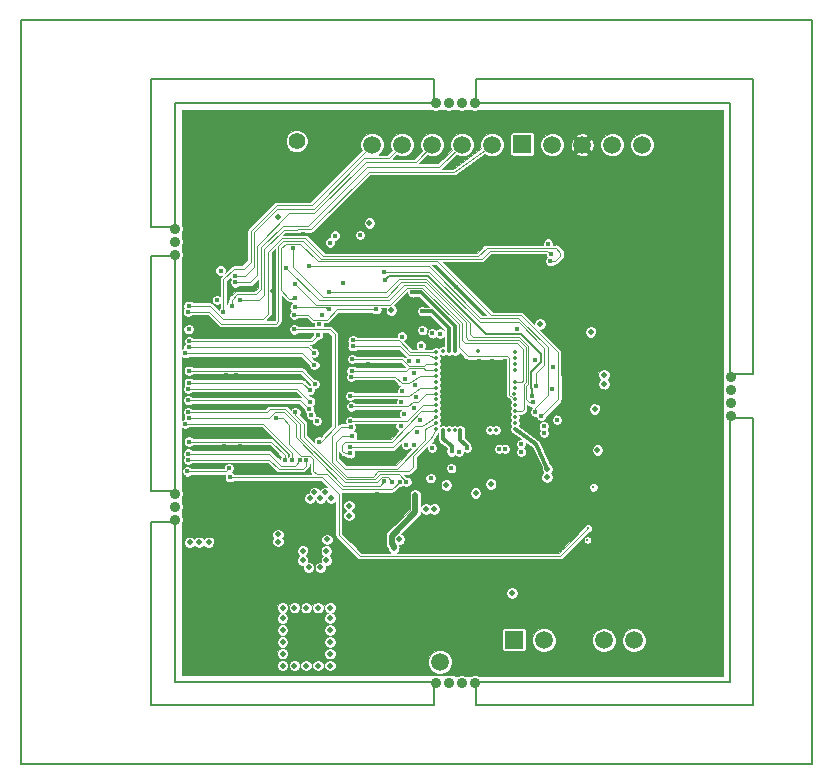
<source format=gbr>
G04 (created by PCBNEW (2013-05-31 BZR 4019)-stable) date 03/03/2014 21:16:57*
%MOIN*%
G04 Gerber Fmt 3.4, Leading zero omitted, Abs format*
%FSLAX34Y34*%
G01*
G70*
G90*
G04 APERTURE LIST*
%ADD10C,0.00590551*%
%ADD11C,0.0077*%
%ADD12C,0.0157*%
%ADD13C,0.0432*%
%ADD14C,0.0195*%
%ADD15C,0.0354*%
%ADD16C,0.2165*%
%ADD17C,0.051*%
%ADD18C,0.055*%
%ADD19C,0.0597*%
%ADD20R,0.0597X0.0597*%
%ADD21C,0.0117*%
%ADD22C,0.0077*%
%ADD23C,0.0196*%
%ADD24C,0.0138*%
%ADD25C,0.0195*%
%ADD26C,0.0039*%
%ADD27C,0.0117*%
G04 APERTURE END LIST*
G54D10*
G54D11*
X42606Y-52483D02*
X42606Y-27680D01*
X68983Y-52483D02*
X42606Y-52483D01*
X68983Y-27680D02*
X68983Y-52483D01*
X42606Y-27680D02*
X68983Y-27680D01*
X66228Y-30437D02*
X66228Y-39492D01*
X57764Y-30437D02*
X66228Y-30437D01*
X57764Y-29650D02*
X57764Y-30437D01*
X67016Y-29650D02*
X57764Y-29650D01*
X67016Y-39492D02*
X67016Y-29650D01*
X66228Y-39492D02*
X67016Y-39492D01*
X57764Y-50515D02*
X57764Y-49728D01*
X67016Y-50515D02*
X57764Y-50515D01*
X67016Y-40948D02*
X67016Y-50515D01*
X66228Y-40948D02*
X67016Y-40948D01*
X66228Y-49728D02*
X66228Y-40948D01*
X57764Y-49728D02*
X66228Y-49728D01*
X46936Y-50515D02*
X46936Y-44413D01*
X56386Y-50515D02*
X46936Y-50515D01*
X56386Y-49728D02*
X56386Y-50515D01*
X47724Y-49728D02*
X56386Y-49728D01*
X47724Y-44413D02*
X47724Y-49728D01*
X46936Y-44413D02*
X47724Y-44413D01*
X46936Y-43390D02*
X46936Y-35555D01*
X47724Y-43390D02*
X46936Y-43390D01*
X47724Y-35555D02*
X47724Y-43390D01*
X46936Y-35555D02*
X47724Y-35555D01*
X47724Y-30437D02*
X47724Y-34570D01*
X46936Y-34570D02*
X47724Y-34570D01*
X46936Y-29648D02*
X46936Y-34570D01*
X46936Y-29648D02*
X56384Y-29648D01*
X56384Y-29648D02*
X56384Y-30437D01*
X47724Y-30437D02*
X56384Y-30437D01*
G54D12*
X61338Y-33307D03*
X60708Y-32598D03*
X61181Y-32598D03*
X60787Y-33307D03*
X62598Y-33307D03*
X62677Y-32598D03*
X62047Y-32598D03*
X62047Y-33307D03*
X64448Y-30866D03*
X63523Y-31023D03*
X63917Y-31023D03*
X64842Y-30866D03*
X63937Y-33228D03*
X63444Y-32637D03*
X60236Y-32598D03*
X63307Y-33228D03*
X54409Y-33307D03*
X54409Y-32992D03*
X54803Y-32992D03*
X54803Y-33307D03*
X55669Y-33307D03*
X55669Y-32992D03*
X55275Y-32992D03*
X55275Y-33307D03*
X52047Y-32913D03*
X59763Y-33307D03*
X60157Y-33307D03*
X52440Y-32913D03*
X51574Y-32913D03*
X59291Y-33307D03*
X58818Y-33307D03*
X51181Y-32913D03*
X56574Y-31023D03*
X60118Y-31023D03*
X60511Y-31023D03*
X56968Y-31023D03*
X57834Y-31023D03*
X61377Y-31023D03*
X60984Y-31023D03*
X57440Y-31023D03*
X59173Y-31023D03*
X62716Y-31023D03*
X63110Y-31023D03*
X59566Y-31023D03*
X58700Y-31023D03*
X62244Y-31023D03*
X61850Y-31023D03*
X58307Y-31023D03*
X49842Y-30826D03*
X54803Y-31003D03*
X55196Y-31003D03*
X50236Y-30826D03*
X48917Y-31200D03*
X56062Y-31003D03*
X55669Y-31003D03*
X50708Y-30826D03*
X48976Y-30826D03*
X53937Y-31003D03*
X54330Y-31003D03*
X49370Y-30826D03*
X48503Y-30826D03*
X53464Y-31003D03*
X53070Y-31003D03*
X48110Y-30826D03*
X56141Y-33307D03*
X56141Y-32992D03*
X56535Y-32992D03*
X56535Y-33307D03*
X57401Y-33307D03*
X57401Y-32992D03*
X57007Y-32992D03*
X57007Y-33307D03*
X49606Y-33858D03*
X49606Y-33543D03*
X50000Y-33543D03*
X50000Y-33858D03*
X49133Y-33858D03*
X49133Y-33543D03*
X48740Y-33543D03*
X48740Y-33858D03*
X64488Y-49370D03*
X64251Y-46535D03*
X64645Y-46535D03*
X64881Y-49370D03*
X65748Y-49370D03*
X65511Y-46535D03*
X65118Y-46535D03*
X65354Y-49370D03*
X62992Y-47086D03*
X62992Y-46771D03*
X63385Y-46771D03*
X63385Y-47086D03*
X62519Y-47086D03*
X62519Y-46771D03*
X62125Y-46771D03*
X62125Y-47086D03*
X63543Y-46141D03*
X63543Y-45826D03*
X63937Y-45826D03*
X63937Y-46141D03*
X63937Y-43858D03*
X63937Y-43543D03*
X63543Y-43543D03*
X63543Y-43858D03*
X63543Y-34409D03*
X63543Y-34094D03*
X63937Y-34094D03*
X63937Y-34409D03*
X63937Y-36535D03*
X63937Y-36220D03*
X63543Y-36220D03*
X63543Y-36535D03*
X64173Y-33779D03*
X64330Y-36850D03*
X64724Y-36850D03*
X64566Y-33779D03*
X65433Y-33779D03*
X65590Y-36850D03*
X65196Y-36850D03*
X65039Y-33779D03*
X52047Y-33307D03*
X65118Y-43307D03*
X65511Y-43307D03*
X52440Y-33307D03*
X51574Y-33307D03*
X64645Y-43307D03*
X64251Y-43307D03*
X51181Y-33307D03*
X65511Y-46850D03*
X65826Y-46850D03*
X65826Y-46535D03*
X65826Y-47165D03*
X60314Y-49370D03*
X60314Y-49055D03*
X60708Y-49055D03*
X60708Y-49370D03*
X61574Y-49370D03*
X61574Y-49055D03*
X61181Y-49055D03*
X61181Y-49370D03*
X62913Y-49370D03*
X62913Y-49055D03*
X63307Y-49055D03*
X63307Y-49370D03*
X62440Y-49370D03*
X62440Y-49055D03*
X62047Y-49055D03*
X62047Y-49370D03*
X58661Y-49370D03*
X58661Y-49055D03*
X64015Y-49370D03*
X65905Y-48661D03*
X65590Y-49055D03*
X65905Y-49055D03*
X63464Y-47559D03*
X63779Y-47086D03*
X59921Y-49370D03*
X59921Y-49055D03*
X58188Y-49055D03*
X58188Y-49370D03*
X59448Y-49370D03*
X59448Y-49055D03*
X59055Y-49055D03*
X59055Y-49370D03*
X54409Y-48661D03*
X57007Y-46299D03*
X56614Y-46299D03*
X54803Y-48661D03*
X55669Y-48661D03*
X59448Y-46299D03*
X59055Y-46299D03*
X55275Y-48661D03*
X50236Y-49370D03*
X48976Y-49370D03*
X48818Y-49055D03*
X53937Y-48661D03*
X49763Y-49370D03*
X48503Y-49370D03*
X48110Y-49370D03*
X49370Y-49370D03*
X55433Y-46771D03*
X54173Y-48346D03*
X54566Y-48346D03*
X55826Y-46771D03*
X56692Y-46771D03*
X53779Y-47795D03*
X55039Y-48346D03*
X56299Y-46771D03*
X58031Y-46771D03*
X58425Y-46771D03*
X57559Y-46771D03*
X53779Y-47244D03*
X54251Y-47795D03*
X57165Y-46771D03*
X48976Y-35354D03*
X49527Y-36692D03*
X49133Y-36456D03*
X48897Y-35039D03*
X48976Y-43543D03*
X49291Y-43543D03*
X49291Y-43149D03*
X48976Y-43149D03*
X53779Y-37795D03*
X54330Y-37795D03*
X54173Y-39133D03*
X54015Y-41338D03*
X49763Y-43543D03*
X50078Y-43543D03*
X50078Y-43149D03*
X49763Y-43149D03*
X54803Y-44094D03*
X55669Y-44960D03*
X55433Y-43464D03*
X54566Y-42362D03*
X48110Y-34724D03*
X48582Y-34409D03*
X48582Y-34803D03*
X48110Y-35118D03*
X48110Y-45669D03*
X48425Y-45669D03*
X48582Y-35275D03*
X48110Y-35590D03*
X48110Y-47007D03*
X48425Y-47007D03*
X48425Y-47401D03*
X48110Y-47401D03*
X48110Y-46535D03*
X48425Y-46535D03*
X48425Y-46141D03*
X48110Y-46141D03*
X48110Y-33543D03*
X48110Y-31181D03*
X48110Y-31574D03*
X48110Y-33937D03*
X48818Y-33228D03*
X50787Y-32992D03*
X50629Y-31259D03*
X48110Y-34409D03*
X48110Y-32755D03*
X48425Y-32755D03*
X48425Y-33149D03*
X48110Y-33149D03*
X48110Y-32283D03*
X48425Y-32283D03*
X48425Y-31889D03*
X48110Y-31889D03*
X48110Y-47795D03*
X48425Y-47795D03*
X48425Y-48188D03*
X48110Y-48188D03*
X48110Y-49055D03*
X48425Y-49055D03*
X48425Y-48661D03*
X48110Y-48661D03*
X50787Y-48818D03*
X50314Y-46771D03*
X50708Y-47086D03*
X50393Y-49133D03*
X48740Y-47086D03*
X49763Y-46692D03*
X49212Y-46771D03*
X48897Y-46771D03*
X49448Y-39133D03*
X49763Y-39133D03*
X49763Y-39527D03*
X49448Y-39527D03*
X49370Y-38031D03*
X49763Y-38188D03*
X48976Y-38188D03*
X50157Y-38031D03*
X49527Y-40157D03*
X49842Y-40157D03*
X49842Y-40551D03*
X49527Y-40551D03*
X49370Y-41417D03*
X49921Y-41417D03*
X49921Y-41889D03*
X49370Y-41889D03*
X65826Y-33700D03*
X65826Y-33228D03*
X65433Y-33385D03*
X65905Y-31496D03*
X65826Y-38425D03*
X65826Y-41181D03*
X65826Y-40787D03*
X65826Y-38031D03*
X65826Y-39763D03*
X54566Y-33779D03*
X56771Y-33779D03*
X65826Y-40157D03*
X65826Y-39291D03*
X65826Y-42047D03*
X65826Y-41653D03*
X65826Y-38897D03*
X65905Y-36850D03*
X63700Y-33700D03*
X63622Y-40393D03*
X63543Y-38267D03*
X63543Y-38661D03*
X63622Y-40787D03*
X63622Y-41653D03*
X63543Y-39527D03*
X63543Y-39133D03*
X63622Y-41259D03*
X63622Y-42992D03*
X63149Y-42204D03*
X63070Y-39842D03*
X63149Y-42598D03*
X63622Y-42519D03*
X65905Y-43307D03*
X63543Y-40000D03*
X63622Y-42125D03*
X63070Y-40236D03*
X63543Y-37401D03*
X63070Y-37480D03*
X63070Y-37874D03*
X63543Y-37795D03*
X63543Y-36929D03*
X61653Y-33779D03*
X59212Y-33779D03*
X63937Y-36850D03*
X61496Y-46377D03*
X58346Y-47795D03*
X58346Y-48661D03*
X63622Y-46535D03*
X63858Y-46771D03*
X58346Y-48267D03*
G54D13*
X49554Y-45454D03*
X49554Y-35062D03*
G54D14*
X56102Y-43975D03*
G54D12*
X61386Y-35540D03*
X61024Y-35536D03*
X61024Y-35198D03*
X61394Y-35193D03*
G54D15*
X47725Y-34630D03*
X47725Y-35063D03*
X47725Y-35496D03*
X47725Y-44335D03*
X47725Y-43902D03*
X47725Y-43469D03*
X66268Y-39571D03*
X66268Y-40004D03*
X66268Y-40437D03*
X66268Y-40870D03*
G54D12*
X58299Y-40354D03*
X58299Y-39921D03*
X58082Y-40138D03*
X58515Y-40138D03*
X61011Y-37386D03*
X62078Y-44708D03*
X62275Y-44901D03*
X58732Y-40354D03*
X57866Y-40354D03*
X57433Y-40354D03*
X57000Y-40354D03*
X56783Y-40571D03*
X57216Y-40571D03*
X57653Y-40571D03*
X58082Y-40571D03*
X58515Y-40571D03*
X58515Y-41004D03*
X58082Y-41004D03*
X57653Y-41004D03*
X57216Y-41004D03*
X56783Y-41004D03*
X57000Y-40787D03*
X57433Y-40787D03*
X58299Y-40787D03*
X57866Y-40787D03*
X58732Y-40787D03*
X58732Y-39921D03*
X57866Y-39921D03*
X57433Y-39921D03*
X57000Y-39921D03*
X56783Y-40138D03*
X57216Y-40138D03*
X57653Y-40138D03*
X58515Y-39705D03*
X58082Y-39705D03*
X57653Y-39705D03*
X57216Y-39705D03*
X56783Y-39705D03*
X57000Y-39488D03*
X57433Y-39488D03*
X58299Y-39488D03*
X57866Y-39488D03*
X58732Y-39488D03*
X58732Y-39055D03*
X57866Y-39055D03*
X58299Y-39055D03*
X57433Y-39055D03*
X57000Y-39055D03*
X56783Y-39272D03*
X57216Y-39272D03*
X57653Y-39272D03*
X58082Y-39272D03*
X58515Y-39272D03*
G54D14*
X48861Y-45087D03*
X48546Y-45087D03*
X48231Y-45087D03*
X52389Y-43424D03*
X52744Y-43424D03*
X52941Y-43620D03*
X52586Y-43621D03*
X52782Y-45375D03*
X52782Y-45690D03*
X52584Y-45927D03*
X52190Y-45927D03*
X51994Y-45690D03*
X51994Y-45375D03*
G54D16*
X49752Y-32228D03*
X64791Y-32228D03*
X64791Y-47975D03*
X49752Y-47975D03*
G54D14*
X56378Y-43975D03*
X52232Y-43621D03*
X52112Y-49195D03*
X51720Y-49197D03*
X52507Y-49197D03*
X51325Y-49197D03*
X52902Y-49197D03*
X51325Y-48802D03*
X51325Y-48410D03*
X51325Y-48015D03*
X51325Y-47622D03*
X51325Y-47267D03*
X51720Y-47267D03*
X52114Y-47267D03*
X52507Y-47267D03*
X52900Y-47267D03*
X52900Y-47622D03*
X52900Y-48015D03*
X52900Y-48410D03*
X52900Y-48802D03*
G54D15*
X56426Y-49768D03*
X56859Y-49768D03*
X57292Y-49768D03*
X57726Y-49768D03*
X56425Y-30437D03*
X56858Y-30437D03*
X57291Y-30437D03*
X57725Y-30437D03*
G54D17*
X51299Y-32217D03*
X52299Y-32217D03*
X52299Y-31217D03*
X51299Y-31217D03*
G54D18*
X51799Y-31717D03*
G54D19*
X58307Y-31834D03*
X57307Y-31834D03*
X56307Y-31834D03*
X55307Y-31834D03*
G54D20*
X53307Y-31814D03*
G54D19*
X54307Y-31834D03*
G54D20*
X57576Y-49079D03*
G54D19*
X56576Y-49079D03*
X63314Y-31834D03*
X62314Y-31834D03*
X61314Y-31834D03*
G54D20*
X59314Y-31814D03*
G54D19*
X60314Y-31834D03*
X63043Y-48350D03*
X62043Y-48350D03*
X61043Y-48350D03*
G54D20*
X59043Y-48330D03*
G54D19*
X60043Y-48350D03*
G54D21*
X61685Y-43255D03*
G54D14*
X56783Y-43173D03*
X61728Y-40646D03*
X61821Y-42018D03*
X61594Y-38083D03*
X55748Y-43512D03*
X55032Y-45276D03*
G54D22*
X61488Y-45011D03*
G54D14*
X58976Y-46772D03*
G54D12*
X60177Y-35130D03*
G54D14*
X54949Y-37343D03*
G54D12*
X52646Y-37508D03*
G54D14*
X54221Y-34441D03*
X51169Y-34244D03*
X57756Y-43449D03*
G54D12*
X56949Y-42618D03*
G54D14*
X58264Y-43146D03*
X60142Y-42921D03*
G54D12*
X55299Y-38228D03*
G54D14*
X62039Y-39803D03*
X59910Y-37815D03*
X62036Y-39500D03*
G54D12*
X49256Y-36028D03*
X53323Y-36453D03*
G54D22*
X60677Y-34807D03*
X61854Y-44421D03*
X62578Y-44440D03*
X61988Y-45425D03*
G54D14*
X50921Y-43799D03*
X51012Y-36701D03*
G54D12*
X48154Y-36225D03*
X48154Y-35831D03*
G54D14*
X48158Y-36717D03*
X48150Y-39079D03*
X48189Y-41437D03*
G54D12*
X48032Y-37599D03*
X48047Y-38189D03*
X48024Y-39571D03*
X48028Y-40551D03*
X48032Y-41933D03*
X48032Y-42918D03*
X48197Y-43508D03*
G54D14*
X48138Y-43807D03*
G54D12*
X48102Y-44492D03*
X50921Y-44492D03*
G54D14*
X58002Y-47500D03*
G54D12*
X59961Y-44311D03*
X58626Y-44390D03*
X58413Y-43508D03*
X60205Y-43484D03*
X59882Y-37386D03*
X58256Y-36228D03*
X57106Y-36587D03*
G54D14*
X58616Y-45230D03*
G54D12*
X61102Y-40835D03*
G54D14*
X57668Y-44518D03*
G54D12*
X52012Y-34799D03*
X61264Y-40071D03*
X54457Y-43477D03*
G54D14*
X53465Y-45815D03*
G54D12*
X54579Y-44225D03*
G54D14*
X54268Y-46508D03*
X57984Y-48284D03*
G54D12*
X61957Y-34823D03*
X60906Y-36260D03*
X61957Y-35933D03*
X62154Y-36559D03*
X61228Y-42177D03*
X60882Y-38087D03*
X60780Y-39406D03*
X59350Y-37213D03*
G54D23*
X56091Y-35378D03*
X55579Y-35130D03*
G54D12*
X59508Y-36051D03*
X59650Y-35925D03*
X57094Y-35291D03*
X58354Y-35528D03*
X58370Y-36783D03*
X48165Y-37402D03*
X60266Y-35482D03*
X48193Y-37205D03*
X60246Y-35719D03*
X49565Y-42918D03*
X49132Y-37012D03*
G54D22*
X61511Y-44618D03*
G54D14*
X55217Y-44988D03*
G54D12*
X55288Y-40421D03*
X55701Y-40618D03*
X55366Y-40819D03*
X55705Y-41839D03*
G54D24*
X59065Y-40325D03*
G54D12*
X51732Y-36461D03*
X53591Y-41236D03*
G54D24*
X56447Y-41309D03*
G54D12*
X59951Y-40876D03*
X51728Y-36957D03*
G54D24*
X59065Y-40522D03*
G54D12*
X52870Y-37327D03*
X51728Y-37240D03*
X52870Y-36752D03*
X59669Y-40425D03*
X55736Y-39831D03*
X53906Y-34843D03*
X48193Y-37984D03*
X60319Y-39984D03*
X52906Y-35095D03*
X52543Y-37827D03*
G54D24*
X56870Y-38720D03*
G54D12*
X55981Y-37386D03*
G54D24*
X59065Y-38750D03*
G54D12*
X57205Y-42071D03*
X60473Y-41000D03*
G54D24*
X59065Y-40915D03*
X59065Y-39341D03*
G54D12*
X60339Y-39244D03*
X57465Y-41937D03*
G54D24*
X57254Y-41339D03*
G54D14*
X52811Y-44992D03*
X53539Y-43862D03*
X53539Y-44197D03*
G54D12*
X60030Y-41211D03*
G54D24*
X59075Y-41112D03*
G54D12*
X60039Y-41437D03*
X55638Y-36756D03*
G54D24*
X57067Y-38720D03*
G54D12*
X59272Y-41807D03*
X59748Y-39020D03*
G54D24*
X58238Y-41339D03*
X59065Y-39144D03*
X59065Y-38947D03*
X59055Y-40128D03*
X57854Y-38720D03*
G54D12*
X59150Y-37972D03*
G54D24*
X57057Y-41339D03*
G54D12*
X55933Y-38528D03*
G54D24*
X56437Y-39734D03*
X56437Y-40325D03*
G54D12*
X56260Y-42953D03*
G54D24*
X56860Y-41339D03*
G54D14*
X60154Y-42638D03*
G54D24*
X59065Y-41309D03*
X59065Y-39931D03*
G54D12*
X55394Y-39638D03*
X53650Y-41536D03*
G54D24*
X56437Y-41112D03*
G54D12*
X53583Y-40201D03*
G54D24*
X56437Y-39931D03*
G54D12*
X55831Y-39047D03*
G54D24*
X56437Y-40915D03*
G54D12*
X53579Y-41925D03*
X53602Y-40559D03*
G54D24*
X56437Y-40128D03*
G54D12*
X55303Y-40032D03*
X53662Y-38355D03*
G54D24*
X56437Y-38750D03*
G54D12*
X55709Y-39445D03*
X56957Y-42059D03*
G54D24*
X56663Y-41339D03*
G54D12*
X52193Y-35890D03*
X59740Y-40740D03*
X54453Y-37319D03*
X51721Y-37508D03*
X54721Y-36075D03*
X59787Y-39870D03*
X55555Y-39028D03*
G54D24*
X56437Y-38947D03*
G54D12*
X53662Y-38555D03*
X53610Y-39571D03*
G54D24*
X56437Y-39537D03*
G54D12*
X53626Y-39370D03*
G54D24*
X56437Y-39341D03*
G54D12*
X53579Y-42122D03*
G54D24*
X56437Y-40719D03*
G54D12*
X55772Y-40232D03*
X55890Y-41016D03*
X55260Y-41209D03*
X55815Y-41406D03*
X55445Y-41846D03*
X56303Y-41937D03*
X53650Y-38981D03*
G54D24*
X56437Y-39144D03*
G54D12*
X53587Y-41040D03*
G54D24*
X56437Y-40522D03*
G54D12*
X59646Y-40225D03*
X54736Y-36331D03*
X49354Y-37402D03*
X53071Y-34862D03*
X52276Y-40847D03*
X52248Y-40394D03*
X48185Y-39965D03*
X48221Y-38386D03*
X52516Y-38162D03*
X48201Y-39768D03*
X52232Y-40016D03*
X48197Y-39370D03*
X52402Y-39815D03*
X48079Y-38783D03*
X52386Y-39181D03*
X48193Y-38591D03*
X52366Y-38772D03*
G54D24*
X59065Y-39734D03*
G54D12*
X51445Y-35929D03*
X52213Y-40654D03*
X48181Y-40355D03*
X55984Y-38016D03*
X56319Y-38122D03*
X56575Y-38130D03*
G54D24*
X56673Y-38711D03*
G54D12*
X49744Y-36425D03*
X49634Y-37205D03*
X49917Y-37012D03*
X49748Y-36225D03*
X51717Y-37992D03*
X52535Y-41732D03*
X48173Y-42331D03*
X52118Y-42354D03*
X54984Y-43063D03*
X48173Y-40748D03*
X55453Y-43067D03*
X51752Y-40748D03*
X48181Y-42130D03*
X51917Y-42355D03*
X48197Y-41732D03*
X51398Y-42355D03*
X48075Y-41142D03*
X51638Y-42355D03*
X48201Y-40949D03*
X54721Y-43055D03*
X51091Y-40949D03*
X55225Y-43067D03*
G54D24*
X59065Y-40719D03*
G54D12*
X51669Y-35288D03*
G54D24*
X58435Y-41339D03*
G54D12*
X58536Y-41973D03*
X59281Y-42067D03*
X58740Y-41969D03*
X52465Y-41043D03*
X49535Y-42618D03*
X48154Y-42725D03*
G54D14*
X51169Y-44827D03*
X51169Y-45063D03*
G54D25*
X55032Y-45276D02*
X55032Y-45197D01*
X55748Y-44079D02*
X55748Y-43512D01*
X54965Y-44862D02*
X55748Y-44079D01*
X54965Y-45130D02*
X54965Y-44862D01*
X55032Y-45197D02*
X54965Y-45130D01*
G54D26*
X48165Y-37402D02*
X48887Y-37402D01*
X60148Y-35364D02*
X60266Y-35482D01*
X58236Y-35362D02*
X60148Y-35364D01*
X57965Y-35638D02*
X58236Y-35362D01*
X52594Y-35634D02*
X57965Y-35638D01*
X52000Y-35043D02*
X52594Y-35634D01*
X51355Y-35043D02*
X52000Y-35043D01*
X51185Y-35213D02*
X51355Y-35043D01*
X51185Y-37708D02*
X51185Y-35213D01*
X51098Y-37795D02*
X51185Y-37708D01*
X49280Y-37795D02*
X51098Y-37795D01*
X48887Y-37402D02*
X49280Y-37795D01*
X48193Y-37205D02*
X48894Y-37205D01*
X60413Y-35719D02*
X60246Y-35719D01*
X60587Y-35539D02*
X60413Y-35719D01*
X60587Y-35430D02*
X60587Y-35539D01*
X60429Y-35272D02*
X60587Y-35430D01*
X58134Y-35274D02*
X60429Y-35272D01*
X57852Y-35547D02*
X58134Y-35274D01*
X52681Y-35547D02*
X57852Y-35547D01*
X52083Y-34949D02*
X52681Y-35547D01*
X51291Y-34949D02*
X52083Y-34949D01*
X50843Y-35397D02*
X51291Y-34949D01*
X50843Y-37472D02*
X50843Y-35397D01*
X50677Y-37638D02*
X50843Y-37472D01*
X49327Y-37638D02*
X50677Y-37638D01*
X48894Y-37205D02*
X49327Y-37638D01*
X53899Y-45541D02*
X60588Y-45541D01*
X52642Y-42918D02*
X53201Y-43477D01*
X53201Y-43477D02*
X53201Y-44843D01*
X53201Y-44843D02*
X53899Y-45541D01*
X49565Y-42918D02*
X52642Y-42918D01*
X60588Y-45541D02*
X61511Y-44618D01*
X57197Y-38563D02*
X57197Y-37803D01*
X57197Y-37803D02*
X55988Y-36594D01*
X55461Y-36594D02*
X54894Y-37161D01*
X55988Y-36594D02*
X55461Y-36594D01*
X52433Y-37161D02*
X51732Y-36461D01*
X54894Y-37161D02*
X52433Y-37161D01*
X59065Y-40325D02*
X59087Y-40327D01*
X59087Y-40327D02*
X58878Y-40167D01*
X58878Y-40167D02*
X58878Y-38947D01*
X58878Y-38947D02*
X58819Y-38888D01*
X58819Y-38888D02*
X57490Y-38888D01*
X57490Y-38888D02*
X57197Y-38563D01*
X56280Y-41618D02*
X56447Y-41309D01*
X55689Y-42209D02*
X56280Y-41618D01*
X55689Y-42567D02*
X55689Y-42209D01*
X53591Y-41236D02*
X53261Y-41236D01*
X55535Y-42721D02*
X55689Y-42567D01*
X54508Y-42724D02*
X55535Y-42721D01*
X54335Y-42898D02*
X54508Y-42724D01*
X53469Y-42898D02*
X54335Y-42898D01*
X52972Y-42398D02*
X53469Y-42898D01*
X52972Y-41528D02*
X52972Y-42398D01*
X53261Y-41236D02*
X52972Y-41528D01*
X51555Y-36961D02*
X51287Y-36693D01*
X51287Y-36693D02*
X51287Y-35263D01*
X51287Y-35263D02*
X51429Y-35142D01*
X51429Y-35142D02*
X51921Y-35142D01*
X51921Y-35142D02*
X52499Y-35720D01*
X52499Y-35720D02*
X56480Y-35720D01*
X56480Y-35720D02*
X58284Y-37524D01*
X58284Y-37524D02*
X59276Y-37524D01*
X59276Y-37524D02*
X60508Y-38756D01*
X60508Y-38756D02*
X60512Y-40315D01*
X60512Y-40315D02*
X59951Y-40876D01*
X51555Y-36961D02*
X51728Y-36957D01*
X52870Y-36752D02*
X54768Y-36752D01*
X52732Y-37240D02*
X52870Y-37327D01*
X51728Y-37240D02*
X52732Y-37240D01*
X59547Y-40425D02*
X59669Y-40425D01*
X59453Y-40327D02*
X59547Y-40425D01*
X59453Y-39870D02*
X59453Y-40327D01*
X59512Y-39811D02*
X59453Y-39870D01*
X59512Y-38531D02*
X59512Y-39811D01*
X59220Y-38240D02*
X59512Y-38531D01*
X57683Y-38240D02*
X59220Y-38240D01*
X57583Y-38140D02*
X57683Y-38240D01*
X57583Y-37788D02*
X57583Y-38140D01*
X56118Y-36323D02*
X57583Y-37788D01*
X55197Y-36323D02*
X56118Y-36323D01*
X54768Y-36752D02*
X55197Y-36323D01*
G54D27*
X55981Y-37386D02*
X56303Y-37386D01*
X56866Y-37949D02*
X56870Y-38720D01*
X56303Y-37386D02*
X56866Y-37949D01*
X57465Y-41937D02*
X57465Y-41882D01*
X57252Y-41669D02*
X57254Y-41339D01*
X57465Y-41882D02*
X57252Y-41669D01*
X55638Y-36756D02*
X55941Y-36756D01*
X55941Y-36756D02*
X57063Y-37878D01*
X57063Y-37878D02*
X57067Y-38720D01*
X60154Y-42638D02*
X59776Y-41823D01*
X59776Y-41823D02*
X59065Y-41309D01*
G54D26*
X53650Y-41536D02*
X53295Y-41536D01*
X56075Y-41307D02*
X56437Y-41112D01*
X56075Y-41693D02*
X56075Y-41622D01*
X56075Y-41622D02*
X56075Y-41307D01*
X55146Y-42630D02*
X56075Y-41693D01*
X53395Y-42630D02*
X55146Y-42630D01*
X53102Y-42337D02*
X53395Y-42630D01*
X53102Y-41729D02*
X53102Y-42337D01*
X53295Y-41536D02*
X53102Y-41729D01*
X53583Y-40201D02*
X55547Y-40205D01*
X55913Y-39933D02*
X56437Y-39931D01*
X55547Y-40205D02*
X55913Y-39933D01*
X53579Y-41925D02*
X55000Y-41925D01*
X55989Y-41201D02*
X56437Y-40915D01*
X55724Y-41201D02*
X55989Y-41201D01*
X55000Y-41925D02*
X55724Y-41201D01*
X53602Y-40559D02*
X55505Y-40559D01*
X56118Y-40130D02*
X56437Y-40128D01*
X55854Y-40394D02*
X56118Y-40130D01*
X55670Y-40394D02*
X55854Y-40394D01*
X55505Y-40559D02*
X55670Y-40394D01*
X53662Y-38355D02*
X55194Y-38355D01*
X55587Y-38748D02*
X56437Y-38750D01*
X55194Y-38355D02*
X55587Y-38748D01*
G54D27*
X56957Y-42059D02*
X56961Y-41878D01*
X56665Y-41654D02*
X56663Y-41339D01*
X56961Y-41878D02*
X56665Y-41654D01*
G54D26*
X59740Y-40740D02*
X59740Y-40607D01*
X56193Y-35890D02*
X52193Y-35890D01*
X57917Y-37614D02*
X56193Y-35890D01*
X59185Y-37614D02*
X57917Y-37614D01*
X60161Y-38590D02*
X59185Y-37614D01*
X60161Y-40186D02*
X60161Y-38590D01*
X59740Y-40607D02*
X60161Y-40186D01*
X59787Y-39870D02*
X59787Y-39445D01*
X52178Y-37508D02*
X52336Y-37666D01*
X52336Y-37666D02*
X52799Y-37666D01*
X52799Y-37666D02*
X53146Y-37319D01*
X53146Y-37319D02*
X54453Y-37319D01*
X51721Y-37508D02*
X52178Y-37508D01*
X56217Y-36075D02*
X54721Y-36075D01*
X57902Y-37760D02*
X56217Y-36075D01*
X59193Y-37760D02*
X57902Y-37760D01*
X60051Y-38618D02*
X59193Y-37760D01*
X60051Y-39181D02*
X60051Y-38618D01*
X59787Y-39445D02*
X60051Y-39181D01*
X55244Y-38555D02*
X55539Y-38843D01*
X56173Y-38843D02*
X56437Y-38947D01*
X55539Y-38843D02*
X56173Y-38843D01*
X53662Y-38555D02*
X55244Y-38555D01*
X53610Y-39571D02*
X55086Y-39571D01*
X55913Y-39540D02*
X56437Y-39537D01*
X55555Y-39783D02*
X55913Y-39540D01*
X55299Y-39784D02*
X55555Y-39783D01*
X55086Y-39571D02*
X55299Y-39784D01*
X53626Y-39370D02*
X55449Y-39366D01*
X56083Y-39343D02*
X56437Y-39341D01*
X56032Y-39292D02*
X56083Y-39343D01*
X55524Y-39291D02*
X56032Y-39292D01*
X55449Y-39366D02*
X55524Y-39291D01*
X53579Y-42122D02*
X53401Y-42122D01*
X55945Y-40717D02*
X56437Y-40719D01*
X54984Y-41744D02*
X55945Y-40717D01*
X53421Y-41744D02*
X54984Y-41744D01*
X53307Y-41858D02*
X53421Y-41744D01*
X53307Y-42028D02*
X53307Y-41858D01*
X53401Y-42122D02*
X53307Y-42028D01*
X53650Y-38981D02*
X55308Y-38981D01*
X56111Y-39138D02*
X56437Y-39144D01*
X56048Y-39201D02*
X56111Y-39138D01*
X55528Y-39201D02*
X56048Y-39201D01*
X55308Y-38981D02*
X55528Y-39201D01*
X53587Y-41040D02*
X55488Y-41040D01*
X56004Y-40524D02*
X56437Y-40522D01*
X55488Y-41040D02*
X56004Y-40524D01*
G54D11*
X59646Y-40225D02*
X59646Y-39977D01*
X54862Y-36205D02*
X54736Y-36331D01*
X56166Y-36205D02*
X54862Y-36205D01*
X58095Y-38134D02*
X56166Y-36205D01*
X59260Y-38134D02*
X58095Y-38134D01*
X59949Y-38823D02*
X59260Y-38134D01*
X59949Y-39074D02*
X59949Y-38823D01*
X59622Y-39401D02*
X59949Y-39074D01*
X59622Y-39953D02*
X59622Y-39401D01*
X59646Y-39977D02*
X59622Y-39953D01*
G54D26*
X49354Y-37402D02*
X49354Y-36324D01*
X52291Y-33850D02*
X54307Y-31834D01*
X51130Y-33850D02*
X52291Y-33850D01*
X50264Y-34716D02*
X51130Y-33850D01*
X50264Y-35732D02*
X50264Y-34716D01*
X50027Y-35969D02*
X50264Y-35732D01*
X49709Y-35969D02*
X50027Y-35969D01*
X49354Y-36324D02*
X49709Y-35969D01*
X48185Y-39965D02*
X51819Y-39965D01*
X51819Y-39965D02*
X52248Y-40394D01*
X48221Y-38386D02*
X52292Y-38386D01*
X52292Y-38386D02*
X52516Y-38162D01*
X48201Y-39768D02*
X51984Y-39768D01*
X51984Y-39768D02*
X52232Y-40016D01*
X48197Y-39370D02*
X51957Y-39370D01*
X51957Y-39370D02*
X52402Y-39815D01*
X48079Y-38783D02*
X51989Y-38784D01*
X51989Y-38784D02*
X52386Y-39181D01*
X48193Y-38591D02*
X52185Y-38591D01*
X52185Y-38591D02*
X52366Y-38772D01*
X59065Y-39734D02*
X59299Y-39732D01*
X52524Y-37008D02*
X51445Y-35929D01*
X54873Y-37008D02*
X52524Y-37008D01*
X55377Y-36504D02*
X54873Y-37008D01*
X56039Y-36504D02*
X55377Y-36504D01*
X57319Y-37784D02*
X56039Y-36504D01*
X57319Y-38331D02*
X57319Y-37784D01*
X57421Y-38433D02*
X57319Y-38331D01*
X59149Y-38433D02*
X57421Y-38433D01*
X59350Y-38638D02*
X59149Y-38433D01*
X59350Y-39681D02*
X59350Y-38638D01*
X59299Y-39732D02*
X59350Y-39681D01*
X48181Y-40355D02*
X51914Y-40355D01*
X51914Y-40355D02*
X52213Y-40654D01*
X49744Y-36425D02*
X50248Y-36425D01*
X52385Y-34121D02*
X54094Y-32421D01*
X54094Y-32421D02*
X55758Y-32421D01*
X55758Y-32421D02*
X56307Y-31834D01*
X51545Y-34123D02*
X52385Y-34121D01*
X50484Y-35213D02*
X51545Y-34123D01*
X50484Y-36189D02*
X50484Y-35213D01*
X50248Y-36425D02*
X50484Y-36189D01*
X49634Y-37205D02*
X49634Y-36995D01*
X56555Y-32569D02*
X57307Y-31834D01*
X54124Y-32569D02*
X56555Y-32569D01*
X52165Y-34528D02*
X54124Y-32569D01*
X51335Y-34528D02*
X52165Y-34528D01*
X50606Y-35257D02*
X51335Y-34528D01*
X50606Y-36650D02*
X50606Y-35257D01*
X50433Y-36823D02*
X50606Y-36650D01*
X49806Y-36823D02*
X50433Y-36823D01*
X49634Y-36995D02*
X49806Y-36823D01*
X49917Y-37012D02*
X50531Y-37012D01*
X52283Y-34656D02*
X54193Y-32746D01*
X54193Y-32746D02*
X57028Y-32746D01*
X57028Y-32746D02*
X58307Y-31834D01*
X51358Y-34661D02*
X52283Y-34656D01*
X50713Y-35306D02*
X51358Y-34661D01*
X50713Y-36830D02*
X50713Y-35306D01*
X50531Y-37012D02*
X50713Y-36830D01*
X49748Y-36225D02*
X50086Y-36225D01*
X52366Y-33965D02*
X54055Y-32276D01*
X54055Y-32276D02*
X54866Y-32276D01*
X54866Y-32276D02*
X55307Y-31834D01*
X51149Y-33965D02*
X52366Y-33965D01*
X50386Y-34728D02*
X51149Y-33965D01*
X50386Y-35925D02*
X50386Y-34728D01*
X50086Y-36225D02*
X50386Y-35925D01*
X52898Y-37992D02*
X51717Y-37992D01*
X53063Y-38157D02*
X52898Y-37992D01*
X53063Y-41260D02*
X53063Y-38157D01*
X52591Y-41732D02*
X53063Y-41260D01*
X52535Y-41732D02*
X52591Y-41732D01*
X48173Y-42331D02*
X50886Y-42331D01*
X52118Y-42528D02*
X52118Y-42354D01*
X52004Y-42642D02*
X52118Y-42528D01*
X51197Y-42642D02*
X52004Y-42642D01*
X50886Y-42331D02*
X51197Y-42642D01*
X48173Y-40748D02*
X50792Y-40748D01*
X54834Y-42913D02*
X54984Y-43063D01*
X54631Y-42913D02*
X54834Y-42913D01*
X54461Y-43083D02*
X54631Y-42913D01*
X53410Y-43083D02*
X54461Y-43083D01*
X51921Y-41610D02*
X53410Y-43083D01*
X51921Y-41146D02*
X51921Y-41610D01*
X51422Y-40642D02*
X51921Y-41146D01*
X50898Y-40642D02*
X51422Y-40642D01*
X50792Y-40748D02*
X50898Y-40642D01*
X51752Y-40748D02*
X51752Y-40854D01*
X55201Y-42815D02*
X55453Y-43067D01*
X54579Y-42815D02*
X55201Y-42815D01*
X54410Y-42984D02*
X54579Y-42815D01*
X53441Y-42984D02*
X54410Y-42984D01*
X52028Y-41571D02*
X53441Y-42984D01*
X52028Y-41130D02*
X52028Y-41571D01*
X51752Y-40854D02*
X52028Y-41130D01*
X48181Y-42130D02*
X50871Y-42130D01*
X51725Y-42547D02*
X51917Y-42355D01*
X51288Y-42547D02*
X51725Y-42547D01*
X50871Y-42130D02*
X51288Y-42547D01*
X48197Y-41732D02*
X50941Y-41732D01*
X51398Y-42189D02*
X51398Y-42355D01*
X50941Y-41732D02*
X51398Y-42189D01*
X48075Y-41142D02*
X50673Y-41142D01*
X51638Y-42107D02*
X51638Y-42355D01*
X50673Y-41142D02*
X51638Y-42107D01*
X48201Y-40949D02*
X50862Y-40949D01*
X54571Y-43205D02*
X54721Y-43055D01*
X53323Y-43205D02*
X54571Y-43205D01*
X51760Y-41587D02*
X53323Y-43205D01*
X51764Y-41146D02*
X51760Y-41587D01*
X51366Y-40744D02*
X51764Y-41146D01*
X51067Y-40744D02*
X51366Y-40744D01*
X50862Y-40949D02*
X51067Y-40744D01*
X51091Y-40949D02*
X51323Y-40949D01*
X54969Y-43323D02*
X55225Y-43067D01*
X53304Y-43323D02*
X54969Y-43323D01*
X52796Y-42815D02*
X53304Y-43323D01*
X52457Y-42815D02*
X52796Y-42815D01*
X52350Y-42708D02*
X52457Y-42815D01*
X52350Y-42315D02*
X52350Y-42708D01*
X52236Y-42201D02*
X52350Y-42315D01*
X51926Y-42201D02*
X52236Y-42201D01*
X51547Y-41822D02*
X51926Y-42201D01*
X51547Y-41173D02*
X51547Y-41822D01*
X51323Y-40949D02*
X51547Y-41173D01*
X59065Y-40719D02*
X59303Y-40718D01*
X51669Y-35902D02*
X51669Y-35288D01*
X52669Y-36902D02*
X51669Y-35902D01*
X54802Y-36902D02*
X52669Y-36902D01*
X55283Y-36421D02*
X54802Y-36902D01*
X56102Y-36421D02*
X55283Y-36421D01*
X57441Y-37760D02*
X56102Y-36421D01*
X57441Y-38252D02*
X57441Y-37760D01*
X57520Y-38331D02*
X57441Y-38252D01*
X59193Y-38331D02*
X57520Y-38331D01*
X59429Y-38571D02*
X59193Y-38331D01*
X59429Y-39728D02*
X59429Y-38571D01*
X59362Y-39795D02*
X59429Y-39728D01*
X59364Y-40659D02*
X59362Y-39795D01*
X59303Y-40718D02*
X59364Y-40659D01*
X49428Y-42725D02*
X49535Y-42618D01*
X48154Y-42725D02*
X49428Y-42725D01*
G54D10*
G36*
X50493Y-36603D02*
X50386Y-36710D01*
X49806Y-36710D01*
X49762Y-36718D01*
X49726Y-36743D01*
X49726Y-36743D01*
X49554Y-36915D01*
X49529Y-36951D01*
X49521Y-36995D01*
X49521Y-37074D01*
X49488Y-37107D01*
X49467Y-37158D01*
X49467Y-36370D01*
X49576Y-36261D01*
X49602Y-36322D01*
X49602Y-36322D01*
X49598Y-36327D01*
X49572Y-36390D01*
X49571Y-36459D01*
X49598Y-36522D01*
X49646Y-36570D01*
X49709Y-36596D01*
X49778Y-36597D01*
X49841Y-36570D01*
X49874Y-36538D01*
X50248Y-36538D01*
X50291Y-36529D01*
X50327Y-36504D01*
X50493Y-36339D01*
X50493Y-36603D01*
X50493Y-36603D01*
G37*
G54D26*
X50493Y-36603D02*
X50386Y-36710D01*
X49806Y-36710D01*
X49762Y-36718D01*
X49726Y-36743D01*
X49726Y-36743D01*
X49554Y-36915D01*
X49529Y-36951D01*
X49521Y-36995D01*
X49521Y-37074D01*
X49488Y-37107D01*
X49467Y-37158D01*
X49467Y-36370D01*
X49576Y-36261D01*
X49602Y-36322D01*
X49602Y-36322D01*
X49598Y-36327D01*
X49572Y-36390D01*
X49571Y-36459D01*
X49598Y-36522D01*
X49646Y-36570D01*
X49709Y-36596D01*
X49778Y-36597D01*
X49841Y-36570D01*
X49874Y-36538D01*
X50248Y-36538D01*
X50291Y-36529D01*
X50327Y-36504D01*
X50493Y-36339D01*
X50493Y-36603D01*
G54D10*
G36*
X51072Y-37661D02*
X51051Y-37682D01*
X50792Y-37682D01*
X50922Y-37551D01*
X50947Y-37515D01*
X50956Y-37472D01*
X50956Y-35443D01*
X51072Y-35327D01*
X51072Y-37661D01*
X51072Y-37661D01*
G37*
G54D26*
X51072Y-37661D02*
X51051Y-37682D01*
X50792Y-37682D01*
X50922Y-37551D01*
X50947Y-37515D01*
X50956Y-37472D01*
X50956Y-35443D01*
X51072Y-35327D01*
X51072Y-37661D01*
G54D10*
G36*
X52950Y-41213D02*
X52637Y-41526D01*
X52637Y-41008D01*
X52610Y-40945D01*
X52562Y-40897D01*
X52499Y-40871D01*
X52447Y-40870D01*
X52448Y-40812D01*
X52421Y-40749D01*
X52377Y-40705D01*
X52384Y-40688D01*
X52385Y-40619D01*
X52358Y-40556D01*
X52343Y-40540D01*
X52345Y-40539D01*
X52393Y-40491D01*
X52419Y-40428D01*
X52420Y-40359D01*
X52393Y-40296D01*
X52345Y-40248D01*
X52282Y-40222D01*
X52235Y-40221D01*
X52201Y-40187D01*
X52266Y-40188D01*
X52329Y-40161D01*
X52377Y-40113D01*
X52403Y-40050D01*
X52404Y-39987D01*
X52436Y-39987D01*
X52499Y-39960D01*
X52547Y-39912D01*
X52573Y-39849D01*
X52574Y-39780D01*
X52547Y-39717D01*
X52499Y-39669D01*
X52436Y-39643D01*
X52389Y-39642D01*
X52036Y-39290D01*
X52000Y-39265D01*
X51957Y-39257D01*
X48327Y-39257D01*
X48294Y-39224D01*
X48231Y-39198D01*
X48162Y-39197D01*
X48099Y-39224D01*
X48051Y-39272D01*
X48025Y-39335D01*
X48024Y-39404D01*
X48051Y-39467D01*
X48099Y-39515D01*
X48162Y-39541D01*
X48231Y-39542D01*
X48294Y-39515D01*
X48327Y-39483D01*
X51910Y-39483D01*
X52230Y-39802D01*
X52229Y-39843D01*
X52219Y-39843D01*
X52063Y-39688D01*
X52027Y-39663D01*
X51984Y-39655D01*
X48331Y-39655D01*
X48298Y-39622D01*
X48235Y-39596D01*
X48166Y-39595D01*
X48103Y-39622D01*
X48055Y-39670D01*
X48029Y-39733D01*
X48028Y-39802D01*
X48051Y-39855D01*
X48039Y-39867D01*
X48013Y-39930D01*
X48012Y-39999D01*
X48039Y-40062D01*
X48087Y-40110D01*
X48150Y-40136D01*
X48219Y-40137D01*
X48282Y-40110D01*
X48315Y-40078D01*
X51772Y-40078D01*
X51941Y-40247D01*
X51914Y-40242D01*
X48311Y-40242D01*
X48278Y-40209D01*
X48215Y-40183D01*
X48146Y-40182D01*
X48083Y-40209D01*
X48035Y-40257D01*
X48009Y-40320D01*
X48008Y-40389D01*
X48035Y-40452D01*
X48083Y-40500D01*
X48146Y-40526D01*
X48215Y-40527D01*
X48278Y-40500D01*
X48311Y-40468D01*
X51867Y-40468D01*
X52041Y-40641D01*
X52040Y-40688D01*
X52067Y-40751D01*
X52111Y-40795D01*
X52104Y-40812D01*
X52103Y-40881D01*
X52130Y-40944D01*
X52178Y-40992D01*
X52241Y-41018D01*
X52293Y-41019D01*
X52292Y-41077D01*
X52319Y-41140D01*
X52367Y-41188D01*
X52430Y-41214D01*
X52499Y-41215D01*
X52562Y-41188D01*
X52610Y-41140D01*
X52636Y-41077D01*
X52637Y-41008D01*
X52637Y-41526D01*
X52593Y-41569D01*
X52569Y-41560D01*
X52500Y-41559D01*
X52437Y-41586D01*
X52389Y-41634D01*
X52363Y-41697D01*
X52362Y-41746D01*
X52141Y-41524D01*
X52141Y-41130D01*
X52132Y-41086D01*
X52107Y-41050D01*
X51899Y-40841D01*
X51923Y-40782D01*
X51924Y-40713D01*
X51897Y-40650D01*
X51849Y-40602D01*
X51786Y-40576D01*
X51717Y-40575D01*
X51654Y-40602D01*
X51606Y-40650D01*
X51601Y-40662D01*
X51502Y-40562D01*
X51502Y-40562D01*
X51501Y-40562D01*
X51483Y-40549D01*
X51465Y-40537D01*
X51465Y-40537D01*
X51465Y-40537D01*
X51443Y-40533D01*
X51422Y-40529D01*
X51422Y-40529D01*
X51422Y-40529D01*
X50898Y-40529D01*
X50897Y-40529D01*
X50854Y-40537D01*
X50818Y-40562D01*
X50818Y-40562D01*
X50745Y-40635D01*
X48303Y-40635D01*
X48270Y-40602D01*
X48207Y-40576D01*
X48138Y-40575D01*
X48075Y-40602D01*
X48027Y-40650D01*
X48001Y-40713D01*
X48000Y-40782D01*
X48027Y-40845D01*
X48048Y-40867D01*
X48029Y-40914D01*
X48028Y-40974D01*
X47977Y-40996D01*
X47972Y-41001D01*
X47972Y-38919D01*
X47981Y-38928D01*
X48044Y-38954D01*
X48113Y-38955D01*
X48176Y-38928D01*
X48209Y-38896D01*
X51941Y-38896D01*
X52214Y-39168D01*
X52213Y-39215D01*
X52240Y-39278D01*
X52288Y-39326D01*
X52351Y-39352D01*
X52420Y-39353D01*
X52483Y-39326D01*
X52531Y-39278D01*
X52557Y-39215D01*
X52558Y-39146D01*
X52531Y-39083D01*
X52483Y-39035D01*
X52420Y-39009D01*
X52373Y-39008D01*
X52292Y-38927D01*
X52331Y-38943D01*
X52400Y-38944D01*
X52463Y-38917D01*
X52511Y-38869D01*
X52537Y-38806D01*
X52538Y-38737D01*
X52511Y-38674D01*
X52463Y-38626D01*
X52400Y-38600D01*
X52353Y-38599D01*
X52264Y-38511D01*
X52246Y-38499D01*
X52292Y-38499D01*
X52335Y-38490D01*
X52371Y-38465D01*
X52503Y-38333D01*
X52550Y-38334D01*
X52613Y-38307D01*
X52661Y-38259D01*
X52687Y-38196D01*
X52688Y-38127D01*
X52678Y-38105D01*
X52851Y-38105D01*
X52950Y-38203D01*
X52950Y-41213D01*
X52950Y-41213D01*
G37*
G54D26*
X52950Y-41213D02*
X52637Y-41526D01*
X52637Y-41008D01*
X52610Y-40945D01*
X52562Y-40897D01*
X52499Y-40871D01*
X52447Y-40870D01*
X52448Y-40812D01*
X52421Y-40749D01*
X52377Y-40705D01*
X52384Y-40688D01*
X52385Y-40619D01*
X52358Y-40556D01*
X52343Y-40540D01*
X52345Y-40539D01*
X52393Y-40491D01*
X52419Y-40428D01*
X52420Y-40359D01*
X52393Y-40296D01*
X52345Y-40248D01*
X52282Y-40222D01*
X52235Y-40221D01*
X52201Y-40187D01*
X52266Y-40188D01*
X52329Y-40161D01*
X52377Y-40113D01*
X52403Y-40050D01*
X52404Y-39987D01*
X52436Y-39987D01*
X52499Y-39960D01*
X52547Y-39912D01*
X52573Y-39849D01*
X52574Y-39780D01*
X52547Y-39717D01*
X52499Y-39669D01*
X52436Y-39643D01*
X52389Y-39642D01*
X52036Y-39290D01*
X52000Y-39265D01*
X51957Y-39257D01*
X48327Y-39257D01*
X48294Y-39224D01*
X48231Y-39198D01*
X48162Y-39197D01*
X48099Y-39224D01*
X48051Y-39272D01*
X48025Y-39335D01*
X48024Y-39404D01*
X48051Y-39467D01*
X48099Y-39515D01*
X48162Y-39541D01*
X48231Y-39542D01*
X48294Y-39515D01*
X48327Y-39483D01*
X51910Y-39483D01*
X52230Y-39802D01*
X52229Y-39843D01*
X52219Y-39843D01*
X52063Y-39688D01*
X52027Y-39663D01*
X51984Y-39655D01*
X48331Y-39655D01*
X48298Y-39622D01*
X48235Y-39596D01*
X48166Y-39595D01*
X48103Y-39622D01*
X48055Y-39670D01*
X48029Y-39733D01*
X48028Y-39802D01*
X48051Y-39855D01*
X48039Y-39867D01*
X48013Y-39930D01*
X48012Y-39999D01*
X48039Y-40062D01*
X48087Y-40110D01*
X48150Y-40136D01*
X48219Y-40137D01*
X48282Y-40110D01*
X48315Y-40078D01*
X51772Y-40078D01*
X51941Y-40247D01*
X51914Y-40242D01*
X48311Y-40242D01*
X48278Y-40209D01*
X48215Y-40183D01*
X48146Y-40182D01*
X48083Y-40209D01*
X48035Y-40257D01*
X48009Y-40320D01*
X48008Y-40389D01*
X48035Y-40452D01*
X48083Y-40500D01*
X48146Y-40526D01*
X48215Y-40527D01*
X48278Y-40500D01*
X48311Y-40468D01*
X51867Y-40468D01*
X52041Y-40641D01*
X52040Y-40688D01*
X52067Y-40751D01*
X52111Y-40795D01*
X52104Y-40812D01*
X52103Y-40881D01*
X52130Y-40944D01*
X52178Y-40992D01*
X52241Y-41018D01*
X52293Y-41019D01*
X52292Y-41077D01*
X52319Y-41140D01*
X52367Y-41188D01*
X52430Y-41214D01*
X52499Y-41215D01*
X52562Y-41188D01*
X52610Y-41140D01*
X52636Y-41077D01*
X52637Y-41008D01*
X52637Y-41526D01*
X52593Y-41569D01*
X52569Y-41560D01*
X52500Y-41559D01*
X52437Y-41586D01*
X52389Y-41634D01*
X52363Y-41697D01*
X52362Y-41746D01*
X52141Y-41524D01*
X52141Y-41130D01*
X52132Y-41086D01*
X52107Y-41050D01*
X51899Y-40841D01*
X51923Y-40782D01*
X51924Y-40713D01*
X51897Y-40650D01*
X51849Y-40602D01*
X51786Y-40576D01*
X51717Y-40575D01*
X51654Y-40602D01*
X51606Y-40650D01*
X51601Y-40662D01*
X51502Y-40562D01*
X51502Y-40562D01*
X51501Y-40562D01*
X51483Y-40549D01*
X51465Y-40537D01*
X51465Y-40537D01*
X51465Y-40537D01*
X51443Y-40533D01*
X51422Y-40529D01*
X51422Y-40529D01*
X51422Y-40529D01*
X50898Y-40529D01*
X50897Y-40529D01*
X50854Y-40537D01*
X50818Y-40562D01*
X50818Y-40562D01*
X50745Y-40635D01*
X48303Y-40635D01*
X48270Y-40602D01*
X48207Y-40576D01*
X48138Y-40575D01*
X48075Y-40602D01*
X48027Y-40650D01*
X48001Y-40713D01*
X48000Y-40782D01*
X48027Y-40845D01*
X48048Y-40867D01*
X48029Y-40914D01*
X48028Y-40974D01*
X47977Y-40996D01*
X47972Y-41001D01*
X47972Y-38919D01*
X47981Y-38928D01*
X48044Y-38954D01*
X48113Y-38955D01*
X48176Y-38928D01*
X48209Y-38896D01*
X51941Y-38896D01*
X52214Y-39168D01*
X52213Y-39215D01*
X52240Y-39278D01*
X52288Y-39326D01*
X52351Y-39352D01*
X52420Y-39353D01*
X52483Y-39326D01*
X52531Y-39278D01*
X52557Y-39215D01*
X52558Y-39146D01*
X52531Y-39083D01*
X52483Y-39035D01*
X52420Y-39009D01*
X52373Y-39008D01*
X52292Y-38927D01*
X52331Y-38943D01*
X52400Y-38944D01*
X52463Y-38917D01*
X52511Y-38869D01*
X52537Y-38806D01*
X52538Y-38737D01*
X52511Y-38674D01*
X52463Y-38626D01*
X52400Y-38600D01*
X52353Y-38599D01*
X52264Y-38511D01*
X52246Y-38499D01*
X52292Y-38499D01*
X52335Y-38490D01*
X52371Y-38465D01*
X52503Y-38333D01*
X52550Y-38334D01*
X52613Y-38307D01*
X52661Y-38259D01*
X52687Y-38196D01*
X52688Y-38127D01*
X52678Y-38105D01*
X52851Y-38105D01*
X52950Y-38203D01*
X52950Y-41213D01*
G54D10*
G36*
X55184Y-41364D02*
X54934Y-41631D01*
X53796Y-41631D01*
X53821Y-41570D01*
X53822Y-41501D01*
X53795Y-41438D01*
X53747Y-41390D01*
X53699Y-41370D01*
X53736Y-41333D01*
X53762Y-41270D01*
X53763Y-41201D01*
X53742Y-41153D01*
X55097Y-41153D01*
X55088Y-41174D01*
X55087Y-41243D01*
X55114Y-41306D01*
X55162Y-41354D01*
X55184Y-41364D01*
X55184Y-41364D01*
G37*
G54D26*
X55184Y-41364D02*
X54934Y-41631D01*
X53796Y-41631D01*
X53821Y-41570D01*
X53822Y-41501D01*
X53795Y-41438D01*
X53747Y-41390D01*
X53699Y-41370D01*
X53736Y-41333D01*
X53762Y-41270D01*
X53763Y-41201D01*
X53742Y-41153D01*
X55097Y-41153D01*
X55088Y-41174D01*
X55087Y-41243D01*
X55114Y-41306D01*
X55162Y-41354D01*
X55184Y-41364D01*
G54D10*
G36*
X55621Y-41990D02*
X55098Y-42517D01*
X53441Y-42517D01*
X53215Y-42290D01*
X53215Y-42089D01*
X53227Y-42107D01*
X53321Y-42201D01*
X53321Y-42201D01*
X53357Y-42226D01*
X53401Y-42235D01*
X53448Y-42235D01*
X53481Y-42267D01*
X53544Y-42293D01*
X53613Y-42294D01*
X53676Y-42267D01*
X53724Y-42219D01*
X53750Y-42156D01*
X53751Y-42087D01*
X53730Y-42038D01*
X55000Y-42038D01*
X55043Y-42029D01*
X55079Y-42004D01*
X55273Y-41811D01*
X55272Y-41880D01*
X55299Y-41943D01*
X55347Y-41991D01*
X55410Y-42017D01*
X55479Y-42018D01*
X55542Y-41991D01*
X55578Y-41955D01*
X55607Y-41984D01*
X55621Y-41990D01*
X55621Y-41990D01*
G37*
G54D26*
X55621Y-41990D02*
X55098Y-42517D01*
X53441Y-42517D01*
X53215Y-42290D01*
X53215Y-42089D01*
X53227Y-42107D01*
X53321Y-42201D01*
X53321Y-42201D01*
X53357Y-42226D01*
X53401Y-42235D01*
X53448Y-42235D01*
X53481Y-42267D01*
X53544Y-42293D01*
X53613Y-42294D01*
X53676Y-42267D01*
X53724Y-42219D01*
X53750Y-42156D01*
X53751Y-42087D01*
X53730Y-42038D01*
X55000Y-42038D01*
X55043Y-42029D01*
X55079Y-42004D01*
X55273Y-41811D01*
X55272Y-41880D01*
X55299Y-41943D01*
X55347Y-41991D01*
X55410Y-42017D01*
X55479Y-42018D01*
X55542Y-41991D01*
X55578Y-41955D01*
X55607Y-41984D01*
X55621Y-41990D01*
G54D10*
G36*
X56717Y-38553D02*
X56705Y-38548D01*
X56640Y-38548D01*
X56581Y-38573D01*
X56535Y-38618D01*
X56529Y-38612D01*
X56469Y-38587D01*
X56404Y-38587D01*
X56345Y-38612D01*
X56320Y-38636D01*
X56068Y-38635D01*
X56078Y-38625D01*
X56104Y-38562D01*
X56105Y-38493D01*
X56078Y-38430D01*
X56030Y-38382D01*
X55967Y-38356D01*
X55898Y-38355D01*
X55835Y-38382D01*
X55787Y-38430D01*
X55761Y-38493D01*
X55760Y-38562D01*
X55787Y-38625D01*
X55797Y-38635D01*
X55633Y-38635D01*
X55379Y-38380D01*
X55396Y-38373D01*
X55444Y-38325D01*
X55470Y-38262D01*
X55471Y-38193D01*
X55444Y-38130D01*
X55396Y-38082D01*
X55333Y-38056D01*
X55264Y-38055D01*
X55201Y-38082D01*
X55153Y-38130D01*
X55127Y-38193D01*
X55126Y-38242D01*
X53792Y-38242D01*
X53759Y-38209D01*
X53696Y-38183D01*
X53627Y-38182D01*
X53564Y-38209D01*
X53516Y-38257D01*
X53490Y-38320D01*
X53489Y-38389D01*
X53516Y-38452D01*
X53518Y-38454D01*
X53516Y-38457D01*
X53490Y-38520D01*
X53489Y-38589D01*
X53516Y-38652D01*
X53564Y-38700D01*
X53627Y-38726D01*
X53696Y-38727D01*
X53759Y-38700D01*
X53792Y-38668D01*
X55198Y-38668D01*
X55437Y-38901D01*
X55413Y-38926D01*
X55387Y-38901D01*
X55351Y-38876D01*
X55308Y-38868D01*
X53780Y-38868D01*
X53747Y-38835D01*
X53684Y-38809D01*
X53615Y-38808D01*
X53552Y-38835D01*
X53504Y-38883D01*
X53478Y-38946D01*
X53477Y-39015D01*
X53504Y-39078D01*
X53552Y-39126D01*
X53615Y-39152D01*
X53684Y-39153D01*
X53747Y-39126D01*
X53780Y-39094D01*
X55261Y-39094D01*
X55411Y-39243D01*
X55401Y-39253D01*
X53756Y-39256D01*
X53723Y-39224D01*
X53660Y-39198D01*
X53591Y-39197D01*
X53528Y-39224D01*
X53480Y-39272D01*
X53454Y-39335D01*
X53453Y-39404D01*
X53477Y-39460D01*
X53464Y-39473D01*
X53438Y-39536D01*
X53437Y-39605D01*
X53464Y-39668D01*
X53512Y-39716D01*
X53575Y-39742D01*
X53644Y-39743D01*
X53707Y-39716D01*
X53740Y-39684D01*
X55039Y-39684D01*
X55219Y-39863D01*
X55219Y-39864D01*
X55219Y-39864D01*
X55234Y-39874D01*
X55205Y-39886D01*
X55157Y-39934D01*
X55131Y-39997D01*
X55130Y-40066D01*
X55141Y-40090D01*
X53713Y-40088D01*
X53680Y-40055D01*
X53617Y-40029D01*
X53548Y-40028D01*
X53485Y-40055D01*
X53437Y-40103D01*
X53411Y-40166D01*
X53410Y-40235D01*
X53437Y-40298D01*
X53485Y-40346D01*
X53548Y-40372D01*
X53617Y-40373D01*
X53680Y-40346D01*
X53713Y-40314D01*
X55148Y-40316D01*
X55142Y-40323D01*
X55116Y-40386D01*
X55115Y-40446D01*
X53732Y-40446D01*
X53699Y-40413D01*
X53636Y-40387D01*
X53567Y-40386D01*
X53504Y-40413D01*
X53456Y-40461D01*
X53430Y-40524D01*
X53429Y-40593D01*
X53456Y-40656D01*
X53504Y-40704D01*
X53567Y-40730D01*
X53636Y-40731D01*
X53699Y-40704D01*
X53732Y-40672D01*
X55271Y-40672D01*
X55268Y-40673D01*
X55220Y-40721D01*
X55194Y-40784D01*
X55193Y-40853D01*
X55220Y-40916D01*
X55230Y-40927D01*
X53717Y-40927D01*
X53684Y-40894D01*
X53621Y-40868D01*
X53552Y-40867D01*
X53489Y-40894D01*
X53441Y-40942D01*
X53415Y-41005D01*
X53414Y-41074D01*
X53435Y-41123D01*
X53261Y-41123D01*
X53260Y-41123D01*
X53260Y-41122D01*
X53234Y-41128D01*
X53217Y-41131D01*
X53217Y-41131D01*
X53217Y-41131D01*
X53194Y-41147D01*
X53181Y-41156D01*
X53180Y-41156D01*
X53180Y-41156D01*
X53176Y-41161D01*
X53176Y-38157D01*
X53175Y-38156D01*
X53176Y-38156D01*
X53174Y-38149D01*
X53167Y-38113D01*
X53142Y-38077D01*
X53142Y-38077D01*
X52977Y-37912D01*
X52941Y-37887D01*
X52898Y-37879D01*
X52707Y-37879D01*
X52714Y-37861D01*
X52715Y-37792D01*
X52709Y-37779D01*
X52799Y-37779D01*
X52842Y-37770D01*
X52878Y-37745D01*
X53192Y-37432D01*
X54322Y-37432D01*
X54355Y-37464D01*
X54418Y-37490D01*
X54487Y-37491D01*
X54550Y-37464D01*
X54598Y-37416D01*
X54624Y-37353D01*
X54625Y-37284D01*
X54620Y-37274D01*
X54770Y-37274D01*
X54758Y-37304D01*
X54757Y-37380D01*
X54786Y-37451D01*
X54840Y-37504D01*
X54910Y-37533D01*
X54986Y-37534D01*
X55057Y-37505D01*
X55110Y-37451D01*
X55139Y-37381D01*
X55140Y-37305D01*
X55111Y-37234D01*
X55057Y-37181D01*
X55040Y-37174D01*
X55466Y-36748D01*
X55465Y-36790D01*
X55492Y-36853D01*
X55540Y-36901D01*
X55603Y-36927D01*
X55672Y-36928D01*
X55720Y-36908D01*
X55878Y-36908D01*
X56204Y-37234D01*
X56063Y-37234D01*
X56015Y-37214D01*
X55946Y-37213D01*
X55883Y-37240D01*
X55835Y-37288D01*
X55809Y-37351D01*
X55808Y-37420D01*
X55835Y-37483D01*
X55883Y-37531D01*
X55946Y-37557D01*
X56015Y-37558D01*
X56063Y-37538D01*
X56240Y-37538D01*
X56714Y-38012D01*
X56714Y-38026D01*
X56672Y-37984D01*
X56609Y-37958D01*
X56540Y-37957D01*
X56477Y-37984D01*
X56450Y-38010D01*
X56416Y-37976D01*
X56353Y-37950D01*
X56284Y-37949D01*
X56221Y-37976D01*
X56173Y-38024D01*
X56156Y-38065D01*
X56156Y-37981D01*
X56129Y-37918D01*
X56081Y-37870D01*
X56018Y-37844D01*
X55949Y-37843D01*
X55886Y-37870D01*
X55838Y-37918D01*
X55812Y-37981D01*
X55811Y-38050D01*
X55838Y-38113D01*
X55886Y-38161D01*
X55949Y-38187D01*
X56018Y-38188D01*
X56081Y-38161D01*
X56129Y-38113D01*
X56155Y-38050D01*
X56156Y-37981D01*
X56156Y-38065D01*
X56147Y-38087D01*
X56146Y-38156D01*
X56173Y-38219D01*
X56221Y-38267D01*
X56284Y-38293D01*
X56353Y-38294D01*
X56416Y-38267D01*
X56443Y-38241D01*
X56477Y-38275D01*
X56540Y-38301D01*
X56609Y-38302D01*
X56672Y-38275D01*
X56715Y-38232D01*
X56717Y-38553D01*
X56717Y-38553D01*
G37*
G54D26*
X56717Y-38553D02*
X56705Y-38548D01*
X56640Y-38548D01*
X56581Y-38573D01*
X56535Y-38618D01*
X56529Y-38612D01*
X56469Y-38587D01*
X56404Y-38587D01*
X56345Y-38612D01*
X56320Y-38636D01*
X56068Y-38635D01*
X56078Y-38625D01*
X56104Y-38562D01*
X56105Y-38493D01*
X56078Y-38430D01*
X56030Y-38382D01*
X55967Y-38356D01*
X55898Y-38355D01*
X55835Y-38382D01*
X55787Y-38430D01*
X55761Y-38493D01*
X55760Y-38562D01*
X55787Y-38625D01*
X55797Y-38635D01*
X55633Y-38635D01*
X55379Y-38380D01*
X55396Y-38373D01*
X55444Y-38325D01*
X55470Y-38262D01*
X55471Y-38193D01*
X55444Y-38130D01*
X55396Y-38082D01*
X55333Y-38056D01*
X55264Y-38055D01*
X55201Y-38082D01*
X55153Y-38130D01*
X55127Y-38193D01*
X55126Y-38242D01*
X53792Y-38242D01*
X53759Y-38209D01*
X53696Y-38183D01*
X53627Y-38182D01*
X53564Y-38209D01*
X53516Y-38257D01*
X53490Y-38320D01*
X53489Y-38389D01*
X53516Y-38452D01*
X53518Y-38454D01*
X53516Y-38457D01*
X53490Y-38520D01*
X53489Y-38589D01*
X53516Y-38652D01*
X53564Y-38700D01*
X53627Y-38726D01*
X53696Y-38727D01*
X53759Y-38700D01*
X53792Y-38668D01*
X55198Y-38668D01*
X55437Y-38901D01*
X55413Y-38926D01*
X55387Y-38901D01*
X55351Y-38876D01*
X55308Y-38868D01*
X53780Y-38868D01*
X53747Y-38835D01*
X53684Y-38809D01*
X53615Y-38808D01*
X53552Y-38835D01*
X53504Y-38883D01*
X53478Y-38946D01*
X53477Y-39015D01*
X53504Y-39078D01*
X53552Y-39126D01*
X53615Y-39152D01*
X53684Y-39153D01*
X53747Y-39126D01*
X53780Y-39094D01*
X55261Y-39094D01*
X55411Y-39243D01*
X55401Y-39253D01*
X53756Y-39256D01*
X53723Y-39224D01*
X53660Y-39198D01*
X53591Y-39197D01*
X53528Y-39224D01*
X53480Y-39272D01*
X53454Y-39335D01*
X53453Y-39404D01*
X53477Y-39460D01*
X53464Y-39473D01*
X53438Y-39536D01*
X53437Y-39605D01*
X53464Y-39668D01*
X53512Y-39716D01*
X53575Y-39742D01*
X53644Y-39743D01*
X53707Y-39716D01*
X53740Y-39684D01*
X55039Y-39684D01*
X55219Y-39863D01*
X55219Y-39864D01*
X55219Y-39864D01*
X55234Y-39874D01*
X55205Y-39886D01*
X55157Y-39934D01*
X55131Y-39997D01*
X55130Y-40066D01*
X55141Y-40090D01*
X53713Y-40088D01*
X53680Y-40055D01*
X53617Y-40029D01*
X53548Y-40028D01*
X53485Y-40055D01*
X53437Y-40103D01*
X53411Y-40166D01*
X53410Y-40235D01*
X53437Y-40298D01*
X53485Y-40346D01*
X53548Y-40372D01*
X53617Y-40373D01*
X53680Y-40346D01*
X53713Y-40314D01*
X55148Y-40316D01*
X55142Y-40323D01*
X55116Y-40386D01*
X55115Y-40446D01*
X53732Y-40446D01*
X53699Y-40413D01*
X53636Y-40387D01*
X53567Y-40386D01*
X53504Y-40413D01*
X53456Y-40461D01*
X53430Y-40524D01*
X53429Y-40593D01*
X53456Y-40656D01*
X53504Y-40704D01*
X53567Y-40730D01*
X53636Y-40731D01*
X53699Y-40704D01*
X53732Y-40672D01*
X55271Y-40672D01*
X55268Y-40673D01*
X55220Y-40721D01*
X55194Y-40784D01*
X55193Y-40853D01*
X55220Y-40916D01*
X55230Y-40927D01*
X53717Y-40927D01*
X53684Y-40894D01*
X53621Y-40868D01*
X53552Y-40867D01*
X53489Y-40894D01*
X53441Y-40942D01*
X53415Y-41005D01*
X53414Y-41074D01*
X53435Y-41123D01*
X53261Y-41123D01*
X53260Y-41123D01*
X53260Y-41122D01*
X53234Y-41128D01*
X53217Y-41131D01*
X53217Y-41131D01*
X53217Y-41131D01*
X53194Y-41147D01*
X53181Y-41156D01*
X53180Y-41156D01*
X53180Y-41156D01*
X53176Y-41161D01*
X53176Y-38157D01*
X53175Y-38156D01*
X53176Y-38156D01*
X53174Y-38149D01*
X53167Y-38113D01*
X53142Y-38077D01*
X53142Y-38077D01*
X52977Y-37912D01*
X52941Y-37887D01*
X52898Y-37879D01*
X52707Y-37879D01*
X52714Y-37861D01*
X52715Y-37792D01*
X52709Y-37779D01*
X52799Y-37779D01*
X52842Y-37770D01*
X52878Y-37745D01*
X53192Y-37432D01*
X54322Y-37432D01*
X54355Y-37464D01*
X54418Y-37490D01*
X54487Y-37491D01*
X54550Y-37464D01*
X54598Y-37416D01*
X54624Y-37353D01*
X54625Y-37284D01*
X54620Y-37274D01*
X54770Y-37274D01*
X54758Y-37304D01*
X54757Y-37380D01*
X54786Y-37451D01*
X54840Y-37504D01*
X54910Y-37533D01*
X54986Y-37534D01*
X55057Y-37505D01*
X55110Y-37451D01*
X55139Y-37381D01*
X55140Y-37305D01*
X55111Y-37234D01*
X55057Y-37181D01*
X55040Y-37174D01*
X55466Y-36748D01*
X55465Y-36790D01*
X55492Y-36853D01*
X55540Y-36901D01*
X55603Y-36927D01*
X55672Y-36928D01*
X55720Y-36908D01*
X55878Y-36908D01*
X56204Y-37234D01*
X56063Y-37234D01*
X56015Y-37214D01*
X55946Y-37213D01*
X55883Y-37240D01*
X55835Y-37288D01*
X55809Y-37351D01*
X55808Y-37420D01*
X55835Y-37483D01*
X55883Y-37531D01*
X55946Y-37557D01*
X56015Y-37558D01*
X56063Y-37538D01*
X56240Y-37538D01*
X56714Y-38012D01*
X56714Y-38026D01*
X56672Y-37984D01*
X56609Y-37958D01*
X56540Y-37957D01*
X56477Y-37984D01*
X56450Y-38010D01*
X56416Y-37976D01*
X56353Y-37950D01*
X56284Y-37949D01*
X56221Y-37976D01*
X56173Y-38024D01*
X56156Y-38065D01*
X56156Y-37981D01*
X56129Y-37918D01*
X56081Y-37870D01*
X56018Y-37844D01*
X55949Y-37843D01*
X55886Y-37870D01*
X55838Y-37918D01*
X55812Y-37981D01*
X55811Y-38050D01*
X55838Y-38113D01*
X55886Y-38161D01*
X55949Y-38187D01*
X56018Y-38188D01*
X56081Y-38161D01*
X56129Y-38113D01*
X56155Y-38050D01*
X56156Y-37981D01*
X56156Y-38065D01*
X56147Y-38087D01*
X56146Y-38156D01*
X56173Y-38219D01*
X56221Y-38267D01*
X56284Y-38293D01*
X56353Y-38294D01*
X56416Y-38267D01*
X56443Y-38241D01*
X56477Y-38275D01*
X56540Y-38301D01*
X56609Y-38302D01*
X56672Y-38275D01*
X56715Y-38232D01*
X56717Y-38553D01*
G54D10*
G36*
X58101Y-37501D02*
X57963Y-37501D01*
X56295Y-35833D01*
X56433Y-35833D01*
X58101Y-37501D01*
X58101Y-37501D01*
G37*
G54D26*
X58101Y-37501D02*
X57963Y-37501D01*
X56295Y-35833D01*
X56433Y-35833D01*
X58101Y-37501D01*
G54D10*
G36*
X66004Y-49547D02*
X63706Y-49542D01*
X63706Y-31756D01*
X63646Y-31612D01*
X63536Y-31501D01*
X63392Y-31442D01*
X63236Y-31441D01*
X63092Y-31501D01*
X62981Y-31611D01*
X62922Y-31755D01*
X62921Y-31911D01*
X62981Y-32055D01*
X63091Y-32166D01*
X63235Y-32225D01*
X63391Y-32226D01*
X63535Y-32166D01*
X63646Y-32056D01*
X63705Y-31912D01*
X63706Y-31756D01*
X63706Y-49542D01*
X63435Y-49541D01*
X63435Y-48272D01*
X63375Y-48128D01*
X63265Y-48017D01*
X63121Y-47958D01*
X62965Y-47957D01*
X62821Y-48017D01*
X62710Y-48127D01*
X62706Y-48139D01*
X62706Y-31756D01*
X62646Y-31612D01*
X62536Y-31501D01*
X62392Y-31442D01*
X62236Y-31441D01*
X62092Y-31501D01*
X61981Y-31611D01*
X61922Y-31755D01*
X61921Y-31911D01*
X61981Y-32055D01*
X62091Y-32166D01*
X62235Y-32225D01*
X62391Y-32226D01*
X62535Y-32166D01*
X62646Y-32056D01*
X62705Y-31912D01*
X62706Y-31756D01*
X62706Y-48139D01*
X62651Y-48271D01*
X62650Y-48427D01*
X62710Y-48571D01*
X62820Y-48682D01*
X62964Y-48741D01*
X63120Y-48742D01*
X63264Y-48682D01*
X63375Y-48572D01*
X63434Y-48428D01*
X63435Y-48272D01*
X63435Y-49541D01*
X62435Y-49539D01*
X62435Y-48272D01*
X62375Y-48128D01*
X62265Y-48017D01*
X62230Y-48003D01*
X62230Y-39765D01*
X62201Y-39694D01*
X62156Y-39649D01*
X62197Y-39608D01*
X62226Y-39538D01*
X62227Y-39462D01*
X62198Y-39391D01*
X62144Y-39338D01*
X62074Y-39309D01*
X61998Y-39308D01*
X61927Y-39337D01*
X61874Y-39391D01*
X61845Y-39461D01*
X61844Y-39537D01*
X61873Y-39608D01*
X61918Y-39653D01*
X61877Y-39694D01*
X61848Y-39764D01*
X61847Y-39840D01*
X61876Y-39911D01*
X61930Y-39964D01*
X62000Y-39993D01*
X62076Y-39994D01*
X62147Y-39965D01*
X62200Y-39911D01*
X62229Y-39841D01*
X62230Y-39765D01*
X62230Y-48003D01*
X62121Y-47958D01*
X62012Y-47957D01*
X62012Y-41980D01*
X61983Y-41909D01*
X61929Y-41856D01*
X61919Y-41851D01*
X61919Y-40608D01*
X61890Y-40537D01*
X61836Y-40484D01*
X61785Y-40462D01*
X61785Y-38045D01*
X61756Y-37974D01*
X61702Y-37921D01*
X61698Y-37919D01*
X61698Y-31849D01*
X61674Y-31700D01*
X61663Y-31673D01*
X61619Y-31634D01*
X61513Y-31740D01*
X61513Y-31528D01*
X61474Y-31484D01*
X61329Y-31449D01*
X61180Y-31473D01*
X61153Y-31484D01*
X61114Y-31528D01*
X61314Y-31727D01*
X61513Y-31528D01*
X61513Y-31740D01*
X61420Y-31834D01*
X61619Y-32033D01*
X61663Y-31994D01*
X61698Y-31849D01*
X61698Y-37919D01*
X61632Y-37892D01*
X61556Y-37891D01*
X61513Y-37909D01*
X61513Y-32139D01*
X61314Y-31940D01*
X61207Y-32046D01*
X61207Y-31834D01*
X61008Y-31634D01*
X60964Y-31673D01*
X60929Y-31818D01*
X60953Y-31967D01*
X60964Y-31994D01*
X61008Y-32033D01*
X61207Y-31834D01*
X61207Y-32046D01*
X61114Y-32139D01*
X61153Y-32183D01*
X61298Y-32218D01*
X61447Y-32194D01*
X61474Y-32183D01*
X61513Y-32139D01*
X61513Y-37909D01*
X61485Y-37920D01*
X61432Y-37974D01*
X61403Y-38044D01*
X61402Y-38120D01*
X61431Y-38191D01*
X61485Y-38244D01*
X61555Y-38273D01*
X61631Y-38274D01*
X61702Y-38245D01*
X61755Y-38191D01*
X61784Y-38121D01*
X61785Y-38045D01*
X61785Y-40462D01*
X61766Y-40455D01*
X61690Y-40454D01*
X61619Y-40483D01*
X61566Y-40537D01*
X61537Y-40607D01*
X61536Y-40683D01*
X61565Y-40754D01*
X61619Y-40807D01*
X61689Y-40836D01*
X61765Y-40837D01*
X61836Y-40808D01*
X61889Y-40754D01*
X61918Y-40684D01*
X61919Y-40608D01*
X61919Y-41851D01*
X61859Y-41827D01*
X61783Y-41826D01*
X61712Y-41855D01*
X61659Y-41909D01*
X61630Y-41979D01*
X61629Y-42055D01*
X61658Y-42126D01*
X61712Y-42179D01*
X61782Y-42208D01*
X61858Y-42209D01*
X61929Y-42180D01*
X61982Y-42126D01*
X62011Y-42056D01*
X62012Y-41980D01*
X62012Y-47957D01*
X61965Y-47957D01*
X61837Y-48010D01*
X61837Y-43225D01*
X61813Y-43169D01*
X61771Y-43127D01*
X61715Y-43103D01*
X61654Y-43103D01*
X61599Y-43126D01*
X61556Y-43169D01*
X61533Y-43225D01*
X61533Y-43286D01*
X61556Y-43341D01*
X61598Y-43384D01*
X61654Y-43407D01*
X61715Y-43407D01*
X61771Y-43384D01*
X61813Y-43342D01*
X61837Y-43286D01*
X61837Y-43225D01*
X61837Y-48010D01*
X61821Y-48017D01*
X61710Y-48127D01*
X61651Y-48271D01*
X61650Y-48427D01*
X61710Y-48571D01*
X61820Y-48682D01*
X61964Y-48741D01*
X62120Y-48742D01*
X62264Y-48682D01*
X62375Y-48572D01*
X62434Y-48428D01*
X62435Y-48272D01*
X62435Y-49539D01*
X61620Y-49537D01*
X61620Y-44985D01*
X61600Y-44937D01*
X61563Y-44899D01*
X61514Y-44879D01*
X61462Y-44879D01*
X61413Y-44899D01*
X61376Y-44936D01*
X61356Y-44985D01*
X61356Y-45037D01*
X61376Y-45086D01*
X61413Y-45123D01*
X61461Y-45143D01*
X61514Y-45143D01*
X61562Y-45123D01*
X61600Y-45086D01*
X61620Y-45038D01*
X61620Y-44985D01*
X61620Y-49537D01*
X60435Y-49535D01*
X60435Y-48272D01*
X60375Y-48128D01*
X60265Y-48017D01*
X60121Y-47958D01*
X59965Y-47957D01*
X59821Y-48017D01*
X59710Y-48127D01*
X59651Y-48271D01*
X59650Y-48427D01*
X59710Y-48571D01*
X59820Y-48682D01*
X59964Y-48741D01*
X60120Y-48742D01*
X60264Y-48682D01*
X60375Y-48572D01*
X60434Y-48428D01*
X60435Y-48272D01*
X60435Y-49535D01*
X59435Y-49533D01*
X59435Y-48609D01*
X59435Y-48012D01*
X59420Y-47978D01*
X59394Y-47952D01*
X59360Y-47938D01*
X59322Y-47937D01*
X59167Y-47937D01*
X59167Y-46734D01*
X59138Y-46663D01*
X59084Y-46610D01*
X59014Y-46581D01*
X58938Y-46580D01*
X58867Y-46609D01*
X58814Y-46663D01*
X58785Y-46733D01*
X58784Y-46809D01*
X58813Y-46880D01*
X58867Y-46933D01*
X58937Y-46962D01*
X59013Y-46963D01*
X59084Y-46934D01*
X59137Y-46880D01*
X59166Y-46810D01*
X59167Y-46734D01*
X59167Y-47937D01*
X58725Y-47937D01*
X58691Y-47952D01*
X58665Y-47978D01*
X58651Y-48012D01*
X58650Y-48050D01*
X58650Y-48647D01*
X58665Y-48681D01*
X58691Y-48707D01*
X58725Y-48721D01*
X58763Y-48722D01*
X59360Y-48722D01*
X59394Y-48707D01*
X59420Y-48681D01*
X59434Y-48647D01*
X59435Y-48609D01*
X59435Y-49533D01*
X57857Y-49529D01*
X57780Y-49497D01*
X57672Y-49497D01*
X57595Y-49529D01*
X57421Y-49528D01*
X57346Y-49497D01*
X57238Y-49497D01*
X57163Y-49528D01*
X56986Y-49527D01*
X56968Y-49520D01*
X56968Y-49001D01*
X56908Y-48857D01*
X56798Y-48746D01*
X56654Y-48687D01*
X56498Y-48686D01*
X56354Y-48746D01*
X56243Y-48856D01*
X56184Y-49000D01*
X56183Y-49156D01*
X56243Y-49300D01*
X56353Y-49411D01*
X56497Y-49470D01*
X56653Y-49471D01*
X56797Y-49411D01*
X56908Y-49301D01*
X56967Y-49157D01*
X56968Y-49001D01*
X56968Y-49520D01*
X56913Y-49497D01*
X56805Y-49497D01*
X56732Y-49527D01*
X56551Y-49527D01*
X56480Y-49497D01*
X56372Y-49497D01*
X56302Y-49526D01*
X53093Y-49519D01*
X53093Y-49159D01*
X53091Y-49154D01*
X53091Y-48764D01*
X53091Y-48372D01*
X53091Y-47977D01*
X53091Y-47584D01*
X53062Y-47513D01*
X53008Y-47460D01*
X52970Y-47444D01*
X53008Y-47429D01*
X53061Y-47375D01*
X53090Y-47305D01*
X53091Y-47229D01*
X53062Y-47158D01*
X53008Y-47105D01*
X53002Y-47102D01*
X53002Y-44954D01*
X52973Y-44883D01*
X52919Y-44830D01*
X52849Y-44801D01*
X52773Y-44800D01*
X52702Y-44829D01*
X52649Y-44883D01*
X52620Y-44953D01*
X52619Y-45029D01*
X52648Y-45100D01*
X52702Y-45153D01*
X52772Y-45182D01*
X52848Y-45183D01*
X52919Y-45154D01*
X52972Y-45100D01*
X53001Y-45030D01*
X53002Y-44954D01*
X53002Y-47102D01*
X52973Y-47090D01*
X52973Y-45652D01*
X52944Y-45581D01*
X52894Y-45532D01*
X52943Y-45483D01*
X52972Y-45413D01*
X52973Y-45337D01*
X52944Y-45266D01*
X52890Y-45213D01*
X52820Y-45184D01*
X52744Y-45183D01*
X52673Y-45212D01*
X52620Y-45266D01*
X52591Y-45336D01*
X52590Y-45412D01*
X52619Y-45483D01*
X52669Y-45532D01*
X52620Y-45581D01*
X52591Y-45651D01*
X52590Y-45727D01*
X52594Y-45736D01*
X52546Y-45735D01*
X52475Y-45764D01*
X52422Y-45818D01*
X52393Y-45888D01*
X52392Y-45964D01*
X52421Y-46035D01*
X52475Y-46088D01*
X52545Y-46117D01*
X52621Y-46118D01*
X52692Y-46089D01*
X52745Y-46035D01*
X52774Y-45965D01*
X52775Y-45889D01*
X52771Y-45880D01*
X52819Y-45881D01*
X52890Y-45852D01*
X52943Y-45798D01*
X52972Y-45728D01*
X52973Y-45652D01*
X52973Y-47090D01*
X52938Y-47076D01*
X52862Y-47075D01*
X52791Y-47104D01*
X52738Y-47158D01*
X52709Y-47228D01*
X52708Y-47304D01*
X52737Y-47375D01*
X52791Y-47428D01*
X52829Y-47444D01*
X52791Y-47459D01*
X52738Y-47513D01*
X52709Y-47583D01*
X52708Y-47659D01*
X52737Y-47730D01*
X52791Y-47783D01*
X52861Y-47812D01*
X52937Y-47813D01*
X53008Y-47784D01*
X53061Y-47730D01*
X53090Y-47660D01*
X53091Y-47584D01*
X53091Y-47977D01*
X53062Y-47906D01*
X53008Y-47853D01*
X52938Y-47824D01*
X52862Y-47823D01*
X52791Y-47852D01*
X52738Y-47906D01*
X52709Y-47976D01*
X52708Y-48052D01*
X52737Y-48123D01*
X52791Y-48176D01*
X52861Y-48205D01*
X52937Y-48206D01*
X53008Y-48177D01*
X53061Y-48123D01*
X53090Y-48053D01*
X53091Y-47977D01*
X53091Y-48372D01*
X53062Y-48301D01*
X53008Y-48248D01*
X52938Y-48219D01*
X52862Y-48218D01*
X52791Y-48247D01*
X52738Y-48301D01*
X52709Y-48371D01*
X52708Y-48447D01*
X52737Y-48518D01*
X52791Y-48571D01*
X52861Y-48600D01*
X52937Y-48601D01*
X53008Y-48572D01*
X53061Y-48518D01*
X53090Y-48448D01*
X53091Y-48372D01*
X53091Y-48764D01*
X53062Y-48693D01*
X53008Y-48640D01*
X52938Y-48611D01*
X52862Y-48610D01*
X52791Y-48639D01*
X52738Y-48693D01*
X52709Y-48763D01*
X52708Y-48839D01*
X52737Y-48910D01*
X52791Y-48963D01*
X52861Y-48992D01*
X52937Y-48993D01*
X53008Y-48964D01*
X53061Y-48910D01*
X53090Y-48840D01*
X53091Y-48764D01*
X53091Y-49154D01*
X53064Y-49088D01*
X53010Y-49035D01*
X52940Y-49006D01*
X52864Y-49005D01*
X52793Y-49034D01*
X52740Y-49088D01*
X52711Y-49158D01*
X52710Y-49234D01*
X52739Y-49305D01*
X52793Y-49358D01*
X52863Y-49387D01*
X52939Y-49388D01*
X53010Y-49359D01*
X53063Y-49305D01*
X53092Y-49235D01*
X53093Y-49159D01*
X53093Y-49519D01*
X52698Y-49518D01*
X52698Y-49159D01*
X52698Y-47229D01*
X52669Y-47158D01*
X52615Y-47105D01*
X52545Y-47076D01*
X52469Y-47075D01*
X52398Y-47104D01*
X52381Y-47122D01*
X52381Y-45889D01*
X52352Y-45818D01*
X52298Y-45765D01*
X52228Y-45736D01*
X52181Y-45735D01*
X52184Y-45728D01*
X52185Y-45652D01*
X52156Y-45581D01*
X52106Y-45532D01*
X52155Y-45483D01*
X52184Y-45413D01*
X52185Y-45337D01*
X52156Y-45266D01*
X52102Y-45213D01*
X52032Y-45184D01*
X51956Y-45183D01*
X51885Y-45212D01*
X51832Y-45266D01*
X51803Y-45336D01*
X51802Y-45412D01*
X51831Y-45483D01*
X51881Y-45532D01*
X51832Y-45581D01*
X51803Y-45651D01*
X51802Y-45727D01*
X51831Y-45798D01*
X51885Y-45851D01*
X51955Y-45880D01*
X52002Y-45881D01*
X51999Y-45888D01*
X51998Y-45964D01*
X52027Y-46035D01*
X52081Y-46088D01*
X52151Y-46117D01*
X52227Y-46118D01*
X52298Y-46089D01*
X52351Y-46035D01*
X52380Y-45965D01*
X52381Y-45889D01*
X52381Y-47122D01*
X52345Y-47158D01*
X52316Y-47228D01*
X52315Y-47304D01*
X52344Y-47375D01*
X52398Y-47428D01*
X52468Y-47457D01*
X52544Y-47458D01*
X52615Y-47429D01*
X52668Y-47375D01*
X52697Y-47305D01*
X52698Y-47229D01*
X52698Y-49159D01*
X52669Y-49088D01*
X52615Y-49035D01*
X52545Y-49006D01*
X52469Y-49005D01*
X52398Y-49034D01*
X52345Y-49088D01*
X52316Y-49158D01*
X52315Y-49234D01*
X52344Y-49305D01*
X52398Y-49358D01*
X52468Y-49387D01*
X52544Y-49388D01*
X52615Y-49359D01*
X52668Y-49305D01*
X52697Y-49235D01*
X52698Y-49159D01*
X52698Y-49518D01*
X52305Y-49517D01*
X52305Y-47229D01*
X52276Y-47158D01*
X52222Y-47105D01*
X52152Y-47076D01*
X52076Y-47075D01*
X52005Y-47104D01*
X51952Y-47158D01*
X51923Y-47228D01*
X51922Y-47304D01*
X51951Y-47375D01*
X52005Y-47428D01*
X52075Y-47457D01*
X52151Y-47458D01*
X52222Y-47429D01*
X52275Y-47375D01*
X52304Y-47305D01*
X52305Y-47229D01*
X52305Y-49517D01*
X52303Y-49517D01*
X52303Y-49157D01*
X52274Y-49086D01*
X52220Y-49033D01*
X52150Y-49004D01*
X52074Y-49003D01*
X52003Y-49032D01*
X51950Y-49086D01*
X51921Y-49156D01*
X51920Y-49232D01*
X51949Y-49303D01*
X52003Y-49356D01*
X52073Y-49385D01*
X52149Y-49386D01*
X52220Y-49357D01*
X52273Y-49303D01*
X52302Y-49233D01*
X52303Y-49157D01*
X52303Y-49517D01*
X51911Y-49517D01*
X51911Y-49159D01*
X51911Y-47229D01*
X51882Y-47158D01*
X51828Y-47105D01*
X51758Y-47076D01*
X51682Y-47075D01*
X51611Y-47104D01*
X51558Y-47158D01*
X51529Y-47228D01*
X51528Y-47304D01*
X51557Y-47375D01*
X51611Y-47428D01*
X51681Y-47457D01*
X51757Y-47458D01*
X51828Y-47429D01*
X51881Y-47375D01*
X51910Y-47305D01*
X51911Y-47229D01*
X51911Y-49159D01*
X51882Y-49088D01*
X51828Y-49035D01*
X51758Y-49006D01*
X51682Y-49005D01*
X51611Y-49034D01*
X51558Y-49088D01*
X51529Y-49158D01*
X51528Y-49234D01*
X51557Y-49305D01*
X51611Y-49358D01*
X51681Y-49387D01*
X51757Y-49388D01*
X51828Y-49359D01*
X51881Y-49305D01*
X51910Y-49235D01*
X51911Y-49159D01*
X51911Y-49517D01*
X51516Y-49516D01*
X51516Y-49159D01*
X51516Y-48764D01*
X51516Y-48372D01*
X51516Y-47977D01*
X51516Y-47584D01*
X51487Y-47513D01*
X51433Y-47460D01*
X51395Y-47444D01*
X51433Y-47429D01*
X51486Y-47375D01*
X51515Y-47305D01*
X51516Y-47229D01*
X51487Y-47158D01*
X51433Y-47105D01*
X51363Y-47076D01*
X51360Y-47076D01*
X51360Y-45025D01*
X51331Y-44954D01*
X51321Y-44945D01*
X51330Y-44935D01*
X51359Y-44865D01*
X51360Y-44789D01*
X51331Y-44718D01*
X51277Y-44665D01*
X51207Y-44636D01*
X51131Y-44635D01*
X51060Y-44664D01*
X51007Y-44718D01*
X50978Y-44788D01*
X50977Y-44864D01*
X51006Y-44935D01*
X51016Y-44944D01*
X51007Y-44954D01*
X50978Y-45024D01*
X50977Y-45100D01*
X51006Y-45171D01*
X51060Y-45224D01*
X51130Y-45253D01*
X51206Y-45254D01*
X51277Y-45225D01*
X51330Y-45171D01*
X51359Y-45101D01*
X51360Y-45025D01*
X51360Y-47076D01*
X51287Y-47075D01*
X51216Y-47104D01*
X51163Y-47158D01*
X51134Y-47228D01*
X51133Y-47304D01*
X51162Y-47375D01*
X51216Y-47428D01*
X51254Y-47444D01*
X51216Y-47459D01*
X51163Y-47513D01*
X51134Y-47583D01*
X51133Y-47659D01*
X51162Y-47730D01*
X51216Y-47783D01*
X51286Y-47812D01*
X51362Y-47813D01*
X51433Y-47784D01*
X51486Y-47730D01*
X51515Y-47660D01*
X51516Y-47584D01*
X51516Y-47977D01*
X51487Y-47906D01*
X51433Y-47853D01*
X51363Y-47824D01*
X51287Y-47823D01*
X51216Y-47852D01*
X51163Y-47906D01*
X51134Y-47976D01*
X51133Y-48052D01*
X51162Y-48123D01*
X51216Y-48176D01*
X51286Y-48205D01*
X51362Y-48206D01*
X51433Y-48177D01*
X51486Y-48123D01*
X51515Y-48053D01*
X51516Y-47977D01*
X51516Y-48372D01*
X51487Y-48301D01*
X51433Y-48248D01*
X51363Y-48219D01*
X51287Y-48218D01*
X51216Y-48247D01*
X51163Y-48301D01*
X51134Y-48371D01*
X51133Y-48447D01*
X51162Y-48518D01*
X51216Y-48571D01*
X51286Y-48600D01*
X51362Y-48601D01*
X51433Y-48572D01*
X51486Y-48518D01*
X51515Y-48448D01*
X51516Y-48372D01*
X51516Y-48764D01*
X51487Y-48693D01*
X51433Y-48640D01*
X51363Y-48611D01*
X51287Y-48610D01*
X51216Y-48639D01*
X51163Y-48693D01*
X51134Y-48763D01*
X51133Y-48839D01*
X51162Y-48910D01*
X51216Y-48963D01*
X51286Y-48992D01*
X51362Y-48993D01*
X51433Y-48964D01*
X51486Y-48910D01*
X51515Y-48840D01*
X51516Y-48764D01*
X51516Y-49159D01*
X51487Y-49088D01*
X51433Y-49035D01*
X51363Y-49006D01*
X51287Y-49005D01*
X51216Y-49034D01*
X51163Y-49088D01*
X51134Y-49158D01*
X51133Y-49234D01*
X51162Y-49305D01*
X51216Y-49358D01*
X51286Y-49387D01*
X51362Y-49388D01*
X51433Y-49359D01*
X51486Y-49305D01*
X51515Y-49235D01*
X51516Y-49159D01*
X51516Y-49516D01*
X49052Y-49510D01*
X49052Y-45049D01*
X49023Y-44978D01*
X48969Y-44925D01*
X48899Y-44896D01*
X48823Y-44895D01*
X48752Y-44924D01*
X48703Y-44974D01*
X48654Y-44925D01*
X48584Y-44896D01*
X48508Y-44895D01*
X48437Y-44924D01*
X48388Y-44974D01*
X48339Y-44925D01*
X48269Y-44896D01*
X48193Y-44895D01*
X48122Y-44924D01*
X48069Y-44978D01*
X48040Y-45048D01*
X48039Y-45124D01*
X48068Y-45195D01*
X48122Y-45248D01*
X48192Y-45277D01*
X48268Y-45278D01*
X48339Y-45249D01*
X48388Y-45199D01*
X48437Y-45248D01*
X48507Y-45277D01*
X48583Y-45278D01*
X48654Y-45249D01*
X48703Y-45199D01*
X48752Y-45248D01*
X48822Y-45277D01*
X48898Y-45278D01*
X48969Y-45249D01*
X49022Y-45195D01*
X49051Y-45125D01*
X49052Y-45049D01*
X49052Y-49510D01*
X47972Y-49508D01*
X47972Y-44444D01*
X47995Y-44389D01*
X47995Y-44281D01*
X47972Y-44225D01*
X47972Y-44011D01*
X47995Y-43956D01*
X47995Y-43848D01*
X47972Y-43792D01*
X47972Y-43578D01*
X47995Y-43523D01*
X47995Y-43415D01*
X47972Y-43359D01*
X47972Y-41282D01*
X47977Y-41287D01*
X48040Y-41313D01*
X48109Y-41314D01*
X48172Y-41287D01*
X48205Y-41255D01*
X50626Y-41255D01*
X51525Y-42153D01*
X51525Y-42224D01*
X51518Y-42231D01*
X51511Y-42224D01*
X51511Y-42189D01*
X51510Y-42188D01*
X51511Y-42188D01*
X51502Y-42145D01*
X51477Y-42109D01*
X51477Y-42109D01*
X51020Y-41652D01*
X50984Y-41627D01*
X50941Y-41619D01*
X48327Y-41619D01*
X48294Y-41586D01*
X48231Y-41560D01*
X48162Y-41559D01*
X48099Y-41586D01*
X48051Y-41634D01*
X48025Y-41697D01*
X48024Y-41766D01*
X48051Y-41829D01*
X48099Y-41877D01*
X48162Y-41903D01*
X48231Y-41904D01*
X48294Y-41877D01*
X48327Y-41845D01*
X50894Y-41845D01*
X51279Y-42230D01*
X51252Y-42257D01*
X51226Y-42320D01*
X51226Y-42325D01*
X50950Y-42050D01*
X50914Y-42025D01*
X50871Y-42017D01*
X48311Y-42017D01*
X48278Y-41984D01*
X48215Y-41958D01*
X48146Y-41957D01*
X48083Y-41984D01*
X48035Y-42032D01*
X48009Y-42095D01*
X48008Y-42164D01*
X48034Y-42226D01*
X48027Y-42233D01*
X48001Y-42296D01*
X48000Y-42365D01*
X48027Y-42428D01*
X48075Y-42476D01*
X48138Y-42502D01*
X48207Y-42503D01*
X48270Y-42476D01*
X48303Y-42444D01*
X50839Y-42444D01*
X51117Y-42721D01*
X51117Y-42721D01*
X51153Y-42746D01*
X51196Y-42755D01*
X51196Y-42754D01*
X51197Y-42755D01*
X52004Y-42755D01*
X52047Y-42746D01*
X52083Y-42721D01*
X52197Y-42607D01*
X52197Y-42607D01*
X52197Y-42607D01*
X52222Y-42571D01*
X52231Y-42528D01*
X52231Y-42484D01*
X52237Y-42478D01*
X52237Y-42708D01*
X52245Y-42751D01*
X52270Y-42787D01*
X52287Y-42805D01*
X49695Y-42805D01*
X49662Y-42772D01*
X49635Y-42760D01*
X49680Y-42715D01*
X49706Y-42652D01*
X49707Y-42583D01*
X49680Y-42520D01*
X49632Y-42472D01*
X49569Y-42446D01*
X49500Y-42445D01*
X49437Y-42472D01*
X49389Y-42520D01*
X49363Y-42583D01*
X49363Y-42612D01*
X48284Y-42612D01*
X48251Y-42579D01*
X48188Y-42553D01*
X48119Y-42552D01*
X48056Y-42579D01*
X48008Y-42627D01*
X47982Y-42690D01*
X47981Y-42759D01*
X48008Y-42822D01*
X48056Y-42870D01*
X48119Y-42896D01*
X48188Y-42897D01*
X48251Y-42870D01*
X48284Y-42838D01*
X49411Y-42838D01*
X49393Y-42883D01*
X49392Y-42952D01*
X49419Y-43015D01*
X49467Y-43063D01*
X49530Y-43089D01*
X49599Y-43090D01*
X49662Y-43063D01*
X49695Y-43031D01*
X52595Y-43031D01*
X52807Y-43243D01*
X52782Y-43233D01*
X52706Y-43232D01*
X52635Y-43261D01*
X52582Y-43315D01*
X52566Y-43353D01*
X52551Y-43315D01*
X52497Y-43262D01*
X52427Y-43233D01*
X52351Y-43232D01*
X52280Y-43261D01*
X52227Y-43315D01*
X52198Y-43385D01*
X52197Y-43429D01*
X52194Y-43429D01*
X52123Y-43458D01*
X52070Y-43512D01*
X52041Y-43582D01*
X52040Y-43658D01*
X52069Y-43729D01*
X52123Y-43782D01*
X52193Y-43811D01*
X52269Y-43812D01*
X52340Y-43783D01*
X52393Y-43729D01*
X52409Y-43692D01*
X52423Y-43729D01*
X52477Y-43782D01*
X52547Y-43811D01*
X52623Y-43812D01*
X52694Y-43783D01*
X52747Y-43729D01*
X52763Y-43691D01*
X52778Y-43728D01*
X52832Y-43781D01*
X52902Y-43810D01*
X52978Y-43811D01*
X53049Y-43782D01*
X53088Y-43743D01*
X53088Y-44843D01*
X53096Y-44886D01*
X53121Y-44922D01*
X53819Y-45620D01*
X53819Y-45620D01*
X53855Y-45645D01*
X53899Y-45654D01*
X60588Y-45654D01*
X60632Y-45645D01*
X60668Y-45620D01*
X61540Y-44748D01*
X61586Y-44730D01*
X61623Y-44692D01*
X61643Y-44644D01*
X61643Y-44591D01*
X61623Y-44543D01*
X61586Y-44506D01*
X61538Y-44486D01*
X61485Y-44486D01*
X61437Y-44506D01*
X61399Y-44543D01*
X61380Y-44589D01*
X60706Y-45264D01*
X60706Y-31756D01*
X60646Y-31612D01*
X60536Y-31501D01*
X60392Y-31442D01*
X60236Y-31441D01*
X60092Y-31501D01*
X59981Y-31611D01*
X59922Y-31755D01*
X59921Y-31911D01*
X59981Y-32055D01*
X60091Y-32166D01*
X60235Y-32225D01*
X60391Y-32226D01*
X60535Y-32166D01*
X60646Y-32056D01*
X60705Y-31912D01*
X60706Y-31756D01*
X60706Y-45264D01*
X60645Y-45325D01*
X60645Y-40965D01*
X60618Y-40902D01*
X60570Y-40854D01*
X60507Y-40828D01*
X60438Y-40827D01*
X60375Y-40854D01*
X60327Y-40902D01*
X60301Y-40965D01*
X60300Y-41034D01*
X60327Y-41097D01*
X60375Y-41145D01*
X60438Y-41171D01*
X60507Y-41172D01*
X60570Y-41145D01*
X60618Y-41097D01*
X60644Y-41034D01*
X60645Y-40965D01*
X60645Y-45325D01*
X60542Y-45428D01*
X58912Y-45428D01*
X58912Y-41934D01*
X58885Y-41871D01*
X58837Y-41823D01*
X58774Y-41797D01*
X58705Y-41796D01*
X58642Y-41823D01*
X58636Y-41829D01*
X58633Y-41827D01*
X58597Y-41812D01*
X58597Y-41306D01*
X58572Y-41247D01*
X58527Y-41201D01*
X58467Y-41176D01*
X58402Y-41176D01*
X58343Y-41201D01*
X58336Y-41207D01*
X58330Y-41201D01*
X58270Y-41176D01*
X58205Y-41176D01*
X58146Y-41201D01*
X58100Y-41246D01*
X58075Y-41306D01*
X58075Y-41371D01*
X58100Y-41430D01*
X58145Y-41476D01*
X58205Y-41501D01*
X58270Y-41501D01*
X58329Y-41476D01*
X58336Y-41470D01*
X58342Y-41476D01*
X58402Y-41501D01*
X58467Y-41501D01*
X58526Y-41476D01*
X58572Y-41431D01*
X58597Y-41371D01*
X58597Y-41306D01*
X58597Y-41812D01*
X58570Y-41801D01*
X58501Y-41800D01*
X58438Y-41827D01*
X58390Y-41875D01*
X58364Y-41938D01*
X58363Y-42007D01*
X58390Y-42070D01*
X58438Y-42118D01*
X58501Y-42144D01*
X58570Y-42145D01*
X58633Y-42118D01*
X58639Y-42112D01*
X58642Y-42114D01*
X58705Y-42140D01*
X58774Y-42141D01*
X58837Y-42114D01*
X58885Y-42066D01*
X58911Y-42003D01*
X58912Y-41934D01*
X58912Y-45428D01*
X58455Y-45428D01*
X58455Y-43108D01*
X58426Y-43037D01*
X58372Y-42984D01*
X58302Y-42955D01*
X58226Y-42954D01*
X58155Y-42983D01*
X58102Y-43037D01*
X58073Y-43107D01*
X58072Y-43183D01*
X58101Y-43254D01*
X58155Y-43307D01*
X58225Y-43336D01*
X58301Y-43337D01*
X58372Y-43308D01*
X58425Y-43254D01*
X58454Y-43184D01*
X58455Y-43108D01*
X58455Y-45428D01*
X57947Y-45428D01*
X57947Y-43411D01*
X57918Y-43340D01*
X57864Y-43287D01*
X57794Y-43258D01*
X57718Y-43257D01*
X57647Y-43286D01*
X57594Y-43340D01*
X57565Y-43410D01*
X57564Y-43486D01*
X57593Y-43557D01*
X57647Y-43610D01*
X57717Y-43639D01*
X57793Y-43640D01*
X57864Y-43611D01*
X57917Y-43557D01*
X57946Y-43487D01*
X57947Y-43411D01*
X57947Y-45428D01*
X57121Y-45428D01*
X57121Y-42583D01*
X57094Y-42520D01*
X57046Y-42472D01*
X56983Y-42446D01*
X56914Y-42445D01*
X56851Y-42472D01*
X56803Y-42520D01*
X56777Y-42583D01*
X56776Y-42652D01*
X56803Y-42715D01*
X56851Y-42763D01*
X56914Y-42789D01*
X56983Y-42790D01*
X57046Y-42763D01*
X57094Y-42715D01*
X57120Y-42652D01*
X57121Y-42583D01*
X57121Y-45428D01*
X56974Y-45428D01*
X56974Y-43135D01*
X56945Y-43064D01*
X56891Y-43011D01*
X56821Y-42982D01*
X56745Y-42981D01*
X56674Y-43010D01*
X56621Y-43064D01*
X56592Y-43134D01*
X56591Y-43210D01*
X56620Y-43281D01*
X56674Y-43334D01*
X56744Y-43363D01*
X56820Y-43364D01*
X56891Y-43335D01*
X56944Y-43281D01*
X56973Y-43211D01*
X56974Y-43135D01*
X56974Y-45428D01*
X55150Y-45428D01*
X55167Y-45411D01*
X55167Y-45411D01*
X55167Y-45411D01*
X55193Y-45384D01*
X55208Y-45349D01*
X55208Y-45349D01*
X55208Y-45349D01*
X55222Y-45314D01*
X55222Y-45276D01*
X55223Y-45276D01*
X55223Y-45275D01*
X55223Y-45238D01*
X55223Y-45238D01*
X55223Y-45197D01*
X55222Y-45196D01*
X55223Y-45196D01*
X55220Y-45182D01*
X55219Y-45179D01*
X55254Y-45179D01*
X55325Y-45150D01*
X55378Y-45096D01*
X55407Y-45026D01*
X55408Y-44950D01*
X55379Y-44879D01*
X55325Y-44826D01*
X55286Y-44810D01*
X55883Y-44214D01*
X55924Y-44152D01*
X55938Y-44080D01*
X55939Y-44083D01*
X55993Y-44136D01*
X56063Y-44165D01*
X56139Y-44166D01*
X56210Y-44137D01*
X56240Y-44107D01*
X56269Y-44136D01*
X56339Y-44165D01*
X56415Y-44166D01*
X56486Y-44137D01*
X56539Y-44083D01*
X56568Y-44013D01*
X56569Y-43937D01*
X56540Y-43866D01*
X56486Y-43813D01*
X56432Y-43790D01*
X56432Y-42918D01*
X56405Y-42855D01*
X56357Y-42807D01*
X56294Y-42781D01*
X56225Y-42780D01*
X56162Y-42807D01*
X56114Y-42855D01*
X56088Y-42918D01*
X56087Y-42987D01*
X56114Y-43050D01*
X56162Y-43098D01*
X56225Y-43124D01*
X56294Y-43125D01*
X56357Y-43098D01*
X56405Y-43050D01*
X56431Y-42987D01*
X56432Y-42918D01*
X56432Y-43790D01*
X56416Y-43784D01*
X56340Y-43783D01*
X56269Y-43812D01*
X56239Y-43842D01*
X56210Y-43813D01*
X56140Y-43784D01*
X56064Y-43783D01*
X55993Y-43812D01*
X55940Y-43866D01*
X55939Y-43869D01*
X55939Y-43512D01*
X55938Y-43511D01*
X55939Y-43474D01*
X55924Y-43438D01*
X55924Y-43438D01*
X55924Y-43438D01*
X55910Y-43403D01*
X55883Y-43376D01*
X55883Y-43376D01*
X55883Y-43376D01*
X55856Y-43350D01*
X55821Y-43335D01*
X55821Y-43335D01*
X55821Y-43335D01*
X55786Y-43321D01*
X55748Y-43321D01*
X55747Y-43321D01*
X55710Y-43320D01*
X55674Y-43335D01*
X55674Y-43335D01*
X55674Y-43335D01*
X55639Y-43349D01*
X55612Y-43376D01*
X55612Y-43376D01*
X55612Y-43376D01*
X55586Y-43403D01*
X55571Y-43438D01*
X55571Y-43438D01*
X55571Y-43438D01*
X55557Y-43473D01*
X55557Y-43511D01*
X55557Y-43512D01*
X55557Y-43512D01*
X55556Y-43549D01*
X55557Y-43549D01*
X55557Y-43999D01*
X54829Y-44726D01*
X54788Y-44788D01*
X54774Y-44862D01*
X54774Y-45130D01*
X54788Y-45203D01*
X54829Y-45265D01*
X54840Y-45276D01*
X54840Y-45313D01*
X54855Y-45349D01*
X54855Y-45349D01*
X54855Y-45349D01*
X54869Y-45384D01*
X54896Y-45411D01*
X54896Y-45411D01*
X54896Y-45411D01*
X54913Y-45428D01*
X53945Y-45428D01*
X53730Y-45212D01*
X53730Y-44159D01*
X53701Y-44088D01*
X53647Y-44035D01*
X53633Y-44029D01*
X53647Y-44024D01*
X53700Y-43970D01*
X53729Y-43900D01*
X53730Y-43824D01*
X53701Y-43753D01*
X53647Y-43700D01*
X53577Y-43671D01*
X53501Y-43670D01*
X53430Y-43699D01*
X53377Y-43753D01*
X53348Y-43823D01*
X53347Y-43899D01*
X53376Y-43970D01*
X53430Y-44023D01*
X53444Y-44029D01*
X53430Y-44034D01*
X53377Y-44088D01*
X53348Y-44158D01*
X53347Y-44234D01*
X53376Y-44305D01*
X53430Y-44358D01*
X53500Y-44387D01*
X53576Y-44388D01*
X53647Y-44359D01*
X53700Y-44305D01*
X53729Y-44235D01*
X53730Y-44159D01*
X53730Y-45212D01*
X53314Y-44796D01*
X53314Y-43477D01*
X53305Y-43436D01*
X54969Y-43436D01*
X55012Y-43427D01*
X55048Y-43402D01*
X55212Y-43238D01*
X55259Y-43239D01*
X55322Y-43212D01*
X55338Y-43196D01*
X55355Y-43212D01*
X55418Y-43238D01*
X55487Y-43239D01*
X55550Y-43212D01*
X55598Y-43164D01*
X55624Y-43101D01*
X55625Y-43032D01*
X55598Y-42969D01*
X55550Y-42921D01*
X55487Y-42895D01*
X55440Y-42894D01*
X55379Y-42833D01*
X55532Y-42833D01*
X55535Y-42834D01*
X55578Y-42825D01*
X55614Y-42800D01*
X55768Y-42646D01*
X55768Y-42646D01*
X55768Y-42646D01*
X55793Y-42610D01*
X55802Y-42567D01*
X55801Y-42567D01*
X55802Y-42567D01*
X55802Y-42255D01*
X56131Y-41926D01*
X56130Y-41971D01*
X56157Y-42034D01*
X56205Y-42082D01*
X56268Y-42108D01*
X56337Y-42109D01*
X56400Y-42082D01*
X56448Y-42034D01*
X56474Y-41971D01*
X56475Y-41902D01*
X56448Y-41839D01*
X56400Y-41791D01*
X56337Y-41765D01*
X56292Y-41764D01*
X56359Y-41697D01*
X56368Y-41684D01*
X56379Y-41671D01*
X56490Y-41467D01*
X56511Y-41458D01*
X56513Y-41655D01*
X56515Y-41664D01*
X56514Y-41674D01*
X56521Y-41695D01*
X56525Y-41713D01*
X56530Y-41720D01*
X56533Y-41730D01*
X56547Y-41746D01*
X56558Y-41762D01*
X56566Y-41767D01*
X56573Y-41775D01*
X56807Y-41952D01*
X56806Y-41971D01*
X56785Y-42024D01*
X56784Y-42093D01*
X56811Y-42156D01*
X56859Y-42204D01*
X56922Y-42230D01*
X56991Y-42231D01*
X57054Y-42204D01*
X57075Y-42184D01*
X57107Y-42216D01*
X57170Y-42242D01*
X57239Y-42243D01*
X57302Y-42216D01*
X57350Y-42168D01*
X57376Y-42105D01*
X57376Y-42086D01*
X57430Y-42108D01*
X57499Y-42109D01*
X57562Y-42082D01*
X57610Y-42034D01*
X57636Y-41971D01*
X57637Y-41902D01*
X57610Y-41839D01*
X57608Y-41836D01*
X57608Y-41836D01*
X57605Y-41823D01*
X57605Y-41823D01*
X57572Y-41774D01*
X57572Y-41774D01*
X57404Y-41606D01*
X57405Y-41398D01*
X57416Y-41371D01*
X57416Y-41306D01*
X57391Y-41247D01*
X57346Y-41201D01*
X57286Y-41176D01*
X57221Y-41176D01*
X57162Y-41201D01*
X57155Y-41207D01*
X57149Y-41201D01*
X57089Y-41176D01*
X57024Y-41176D01*
X56965Y-41201D01*
X56958Y-41207D01*
X56952Y-41201D01*
X56892Y-41176D01*
X56827Y-41176D01*
X56768Y-41201D01*
X56761Y-41207D01*
X56755Y-41201D01*
X56695Y-41176D01*
X56630Y-41176D01*
X56576Y-41198D01*
X56599Y-41144D01*
X56599Y-41079D01*
X56574Y-41020D01*
X56568Y-41013D01*
X56574Y-41007D01*
X56599Y-40947D01*
X56599Y-40882D01*
X56574Y-40823D01*
X56568Y-40817D01*
X56574Y-40811D01*
X56599Y-40751D01*
X56599Y-40686D01*
X56574Y-40627D01*
X56568Y-40620D01*
X56574Y-40614D01*
X56599Y-40554D01*
X56599Y-40489D01*
X56574Y-40430D01*
X56568Y-40423D01*
X56574Y-40417D01*
X56599Y-40357D01*
X56599Y-40292D01*
X56574Y-40233D01*
X56568Y-40226D01*
X56574Y-40220D01*
X56599Y-40160D01*
X56599Y-40095D01*
X56574Y-40036D01*
X56568Y-40029D01*
X56574Y-40023D01*
X56599Y-39963D01*
X56599Y-39898D01*
X56574Y-39839D01*
X56568Y-39832D01*
X56574Y-39826D01*
X56599Y-39766D01*
X56599Y-39701D01*
X56574Y-39642D01*
X56568Y-39635D01*
X56574Y-39629D01*
X56599Y-39569D01*
X56599Y-39504D01*
X56574Y-39445D01*
X56568Y-39439D01*
X56574Y-39433D01*
X56599Y-39373D01*
X56599Y-39308D01*
X56574Y-39249D01*
X56568Y-39242D01*
X56574Y-39236D01*
X56599Y-39176D01*
X56599Y-39111D01*
X56574Y-39052D01*
X56568Y-39045D01*
X56574Y-39039D01*
X56599Y-38979D01*
X56599Y-38914D01*
X56574Y-38855D01*
X56568Y-38848D01*
X56574Y-38842D01*
X56580Y-38848D01*
X56640Y-38873D01*
X56705Y-38873D01*
X56764Y-38848D01*
X56766Y-38846D01*
X56777Y-38857D01*
X56837Y-38882D01*
X56902Y-38882D01*
X56961Y-38857D01*
X56968Y-38851D01*
X56974Y-38857D01*
X57034Y-38882D01*
X57099Y-38882D01*
X57158Y-38857D01*
X57204Y-38812D01*
X57225Y-38763D01*
X57405Y-38963D01*
X57408Y-38966D01*
X57410Y-38967D01*
X57421Y-38975D01*
X57441Y-38990D01*
X57444Y-38991D01*
X57446Y-38992D01*
X57461Y-38995D01*
X57483Y-39001D01*
X57487Y-39000D01*
X57490Y-39001D01*
X58765Y-39001D01*
X58765Y-40167D01*
X58766Y-40174D01*
X58765Y-40181D01*
X58770Y-40195D01*
X58773Y-40210D01*
X58777Y-40216D01*
X58780Y-40223D01*
X58789Y-40234D01*
X58798Y-40246D01*
X58804Y-40251D01*
X58809Y-40256D01*
X58902Y-40327D01*
X58902Y-40357D01*
X58927Y-40416D01*
X58933Y-40423D01*
X58927Y-40429D01*
X58902Y-40489D01*
X58902Y-40554D01*
X58927Y-40613D01*
X58933Y-40620D01*
X58927Y-40626D01*
X58902Y-40686D01*
X58902Y-40751D01*
X58927Y-40810D01*
X58933Y-40816D01*
X58927Y-40822D01*
X58902Y-40882D01*
X58902Y-40947D01*
X58927Y-41006D01*
X58938Y-41018D01*
X58937Y-41019D01*
X58912Y-41079D01*
X58912Y-41144D01*
X58937Y-41203D01*
X58938Y-41205D01*
X58927Y-41216D01*
X58902Y-41276D01*
X58902Y-41341D01*
X58927Y-41400D01*
X58972Y-41446D01*
X59027Y-41469D01*
X59256Y-41634D01*
X59237Y-41634D01*
X59174Y-41661D01*
X59126Y-41709D01*
X59100Y-41772D01*
X59099Y-41841D01*
X59126Y-41904D01*
X59163Y-41941D01*
X59135Y-41969D01*
X59109Y-42032D01*
X59108Y-42101D01*
X59135Y-42164D01*
X59183Y-42212D01*
X59246Y-42238D01*
X59315Y-42239D01*
X59378Y-42212D01*
X59426Y-42164D01*
X59452Y-42101D01*
X59453Y-42032D01*
X59426Y-41969D01*
X59389Y-41932D01*
X59417Y-41904D01*
X59443Y-41841D01*
X59444Y-41772D01*
X59442Y-41770D01*
X59655Y-41923D01*
X59965Y-42593D01*
X59963Y-42599D01*
X59962Y-42675D01*
X59991Y-42746D01*
X60019Y-42773D01*
X59980Y-42812D01*
X59951Y-42882D01*
X59950Y-42958D01*
X59979Y-43029D01*
X60033Y-43082D01*
X60103Y-43111D01*
X60179Y-43112D01*
X60250Y-43083D01*
X60303Y-43029D01*
X60332Y-42959D01*
X60333Y-42883D01*
X60304Y-42812D01*
X60276Y-42785D01*
X60315Y-42746D01*
X60344Y-42676D01*
X60345Y-42600D01*
X60316Y-42529D01*
X60262Y-42476D01*
X60243Y-42468D01*
X59913Y-41759D01*
X59907Y-41750D01*
X59905Y-41743D01*
X59893Y-41731D01*
X59878Y-41711D01*
X59869Y-41705D01*
X59864Y-41700D01*
X59205Y-41222D01*
X59202Y-41217D01*
X59201Y-41215D01*
X59212Y-41204D01*
X59237Y-41144D01*
X59237Y-41079D01*
X59212Y-41020D01*
X59201Y-41008D01*
X59202Y-41007D01*
X59227Y-40947D01*
X59227Y-40882D01*
X59206Y-40831D01*
X59303Y-40831D01*
X59331Y-40825D01*
X59344Y-40823D01*
X59345Y-40822D01*
X59346Y-40822D01*
X59369Y-40806D01*
X59381Y-40799D01*
X59382Y-40798D01*
X59383Y-40797D01*
X59383Y-40797D01*
X59442Y-40740D01*
X59467Y-40704D01*
X59477Y-40661D01*
X59476Y-40658D01*
X59476Y-40511D01*
X59483Y-40516D01*
X59501Y-40528D01*
X59502Y-40528D01*
X59503Y-40529D01*
X59523Y-40533D01*
X59537Y-40536D01*
X59571Y-40570D01*
X59629Y-40594D01*
X59627Y-40607D01*
X59627Y-40609D01*
X59594Y-40642D01*
X59568Y-40705D01*
X59567Y-40774D01*
X59594Y-40837D01*
X59642Y-40885D01*
X59705Y-40911D01*
X59774Y-40912D01*
X59778Y-40910D01*
X59778Y-40910D01*
X59805Y-40973D01*
X59853Y-41021D01*
X59916Y-41047D01*
X59974Y-41048D01*
X59932Y-41065D01*
X59884Y-41113D01*
X59858Y-41176D01*
X59857Y-41245D01*
X59884Y-41308D01*
X59904Y-41328D01*
X59893Y-41339D01*
X59867Y-41402D01*
X59866Y-41471D01*
X59893Y-41534D01*
X59941Y-41582D01*
X60004Y-41608D01*
X60073Y-41609D01*
X60136Y-41582D01*
X60184Y-41534D01*
X60210Y-41471D01*
X60211Y-41402D01*
X60184Y-41339D01*
X60164Y-41319D01*
X60175Y-41308D01*
X60201Y-41245D01*
X60202Y-41176D01*
X60175Y-41113D01*
X60127Y-41065D01*
X60064Y-41039D01*
X60006Y-41038D01*
X60048Y-41021D01*
X60096Y-40973D01*
X60122Y-40910D01*
X60123Y-40863D01*
X60591Y-40394D01*
X60616Y-40358D01*
X60625Y-40315D01*
X60623Y-40308D01*
X60621Y-38756D01*
X60621Y-38755D01*
X60616Y-38734D01*
X60612Y-38712D01*
X60612Y-38712D01*
X60612Y-38712D01*
X60600Y-38694D01*
X60587Y-38676D01*
X59917Y-38006D01*
X59947Y-38006D01*
X60018Y-37977D01*
X60071Y-37923D01*
X60100Y-37853D01*
X60101Y-37777D01*
X60072Y-37706D01*
X60018Y-37653D01*
X59948Y-37624D01*
X59872Y-37623D01*
X59801Y-37652D01*
X59748Y-37706D01*
X59719Y-37776D01*
X59719Y-37807D01*
X59355Y-37444D01*
X59319Y-37419D01*
X59276Y-37411D01*
X58330Y-37411D01*
X56666Y-35747D01*
X57944Y-35747D01*
X57965Y-35750D01*
X58009Y-35742D01*
X58045Y-35717D01*
X58283Y-35475D01*
X60094Y-35478D01*
X60093Y-35516D01*
X60120Y-35579D01*
X60131Y-35590D01*
X60100Y-35621D01*
X60074Y-35684D01*
X60073Y-35753D01*
X60100Y-35816D01*
X60148Y-35864D01*
X60211Y-35890D01*
X60280Y-35891D01*
X60343Y-35864D01*
X60376Y-35832D01*
X60413Y-35832D01*
X60413Y-35831D01*
X60414Y-35831D01*
X60435Y-35827D01*
X60456Y-35823D01*
X60457Y-35822D01*
X60458Y-35822D01*
X60475Y-35810D01*
X60492Y-35798D01*
X60493Y-35798D01*
X60494Y-35797D01*
X60666Y-35619D01*
X60666Y-35618D01*
X60667Y-35618D01*
X60668Y-35617D01*
X60675Y-35605D01*
X60691Y-35582D01*
X60691Y-35580D01*
X60692Y-35580D01*
X60694Y-35565D01*
X60700Y-35539D01*
X60700Y-35430D01*
X60691Y-35386D01*
X60666Y-35350D01*
X60508Y-35192D01*
X60472Y-35167D01*
X60429Y-35159D01*
X60418Y-35161D01*
X60348Y-35161D01*
X60349Y-35095D01*
X60322Y-35032D01*
X60274Y-34984D01*
X60211Y-34958D01*
X60142Y-34957D01*
X60079Y-34984D01*
X60031Y-35032D01*
X60005Y-35095D01*
X60004Y-35161D01*
X59706Y-35161D01*
X59706Y-32093D01*
X59706Y-31496D01*
X59691Y-31462D01*
X59665Y-31436D01*
X59631Y-31422D01*
X59593Y-31421D01*
X58996Y-31421D01*
X58962Y-31436D01*
X58936Y-31462D01*
X58922Y-31496D01*
X58921Y-31534D01*
X58921Y-32131D01*
X58936Y-32165D01*
X58962Y-32191D01*
X58996Y-32205D01*
X59034Y-32206D01*
X59631Y-32206D01*
X59665Y-32191D01*
X59691Y-32165D01*
X59705Y-32131D01*
X59706Y-32093D01*
X59706Y-35161D01*
X58136Y-35161D01*
X58135Y-35160D01*
X58134Y-35161D01*
X58134Y-35161D01*
X58123Y-35163D01*
X58092Y-35168D01*
X58091Y-35169D01*
X58090Y-35169D01*
X58083Y-35174D01*
X58055Y-35192D01*
X57806Y-35434D01*
X54412Y-35434D01*
X54412Y-34403D01*
X54383Y-34332D01*
X54329Y-34279D01*
X54259Y-34250D01*
X54183Y-34249D01*
X54112Y-34278D01*
X54059Y-34332D01*
X54030Y-34402D01*
X54029Y-34478D01*
X54058Y-34549D01*
X54112Y-34602D01*
X54182Y-34631D01*
X54258Y-34632D01*
X54329Y-34603D01*
X54382Y-34549D01*
X54411Y-34479D01*
X54412Y-34403D01*
X54412Y-35434D01*
X54078Y-35434D01*
X54078Y-34808D01*
X54051Y-34745D01*
X54003Y-34697D01*
X53940Y-34671D01*
X53871Y-34670D01*
X53808Y-34697D01*
X53760Y-34745D01*
X53734Y-34808D01*
X53733Y-34877D01*
X53760Y-34940D01*
X53808Y-34988D01*
X53871Y-35014D01*
X53940Y-35015D01*
X54003Y-34988D01*
X54051Y-34940D01*
X54077Y-34877D01*
X54078Y-34808D01*
X54078Y-35434D01*
X53243Y-35434D01*
X53243Y-34827D01*
X53216Y-34764D01*
X53168Y-34716D01*
X53105Y-34690D01*
X53036Y-34689D01*
X52973Y-34716D01*
X52925Y-34764D01*
X52899Y-34827D01*
X52898Y-34896D01*
X52910Y-34923D01*
X52871Y-34922D01*
X52808Y-34949D01*
X52760Y-34997D01*
X52734Y-35060D01*
X52733Y-35129D01*
X52760Y-35192D01*
X52808Y-35240D01*
X52871Y-35266D01*
X52940Y-35267D01*
X53003Y-35240D01*
X53051Y-35192D01*
X53077Y-35129D01*
X53078Y-35060D01*
X53066Y-35033D01*
X53105Y-35034D01*
X53168Y-35007D01*
X53216Y-34959D01*
X53242Y-34896D01*
X53243Y-34827D01*
X53243Y-35434D01*
X52727Y-35434D01*
X52162Y-34869D01*
X52126Y-34844D01*
X52083Y-34836D01*
X51342Y-34836D01*
X51405Y-34773D01*
X52283Y-34769D01*
X52326Y-34760D01*
X52363Y-34735D01*
X52363Y-34735D01*
X54239Y-32859D01*
X57028Y-32859D01*
X57040Y-32856D01*
X57053Y-32856D01*
X57062Y-32852D01*
X57071Y-32850D01*
X57081Y-32843D01*
X57093Y-32837D01*
X58064Y-32145D01*
X58084Y-32166D01*
X58228Y-32225D01*
X58384Y-32226D01*
X58528Y-32166D01*
X58639Y-32056D01*
X58698Y-31912D01*
X58699Y-31756D01*
X58639Y-31612D01*
X58529Y-31501D01*
X58385Y-31442D01*
X58229Y-31441D01*
X58085Y-31501D01*
X57974Y-31611D01*
X57915Y-31755D01*
X57914Y-31911D01*
X57935Y-31960D01*
X56991Y-32633D01*
X56651Y-32633D01*
X57116Y-32179D01*
X57228Y-32225D01*
X57384Y-32226D01*
X57528Y-32166D01*
X57639Y-32056D01*
X57698Y-31912D01*
X57699Y-31756D01*
X57639Y-31612D01*
X57529Y-31501D01*
X57385Y-31442D01*
X57229Y-31441D01*
X57085Y-31501D01*
X56974Y-31611D01*
X56915Y-31755D01*
X56914Y-31911D01*
X56958Y-32017D01*
X56509Y-32456D01*
X55880Y-32456D01*
X56132Y-32186D01*
X56228Y-32225D01*
X56384Y-32226D01*
X56528Y-32166D01*
X56639Y-32056D01*
X56698Y-31912D01*
X56699Y-31756D01*
X56639Y-31612D01*
X56529Y-31501D01*
X56385Y-31442D01*
X56229Y-31441D01*
X56085Y-31501D01*
X55974Y-31611D01*
X55915Y-31755D01*
X55914Y-31911D01*
X55965Y-32033D01*
X55708Y-32308D01*
X54993Y-32308D01*
X55120Y-32180D01*
X55228Y-32225D01*
X55384Y-32226D01*
X55528Y-32166D01*
X55639Y-32056D01*
X55698Y-31912D01*
X55699Y-31756D01*
X55639Y-31612D01*
X55529Y-31501D01*
X55385Y-31442D01*
X55229Y-31441D01*
X55085Y-31501D01*
X54974Y-31611D01*
X54915Y-31755D01*
X54914Y-31911D01*
X54960Y-32021D01*
X54819Y-32163D01*
X54532Y-32163D01*
X54639Y-32056D01*
X54698Y-31912D01*
X54699Y-31756D01*
X54639Y-31612D01*
X54529Y-31501D01*
X54385Y-31442D01*
X54229Y-31441D01*
X54085Y-31501D01*
X53974Y-31611D01*
X53915Y-31755D01*
X53914Y-31911D01*
X53960Y-32021D01*
X52244Y-33737D01*
X52170Y-33737D01*
X52170Y-31643D01*
X52114Y-31506D01*
X52009Y-31402D01*
X51873Y-31345D01*
X51725Y-31345D01*
X51588Y-31401D01*
X51484Y-31506D01*
X51427Y-31642D01*
X51427Y-31790D01*
X51483Y-31927D01*
X51588Y-32031D01*
X51724Y-32088D01*
X51872Y-32088D01*
X52009Y-32032D01*
X52113Y-31927D01*
X52170Y-31791D01*
X52170Y-31643D01*
X52170Y-33737D01*
X51130Y-33737D01*
X51129Y-33737D01*
X51086Y-33745D01*
X51050Y-33770D01*
X51050Y-33770D01*
X50184Y-34636D01*
X50159Y-34672D01*
X50151Y-34716D01*
X50151Y-35685D01*
X49980Y-35856D01*
X49709Y-35856D01*
X49665Y-35864D01*
X49629Y-35889D01*
X49408Y-36110D01*
X49427Y-36062D01*
X49428Y-35993D01*
X49401Y-35930D01*
X49353Y-35882D01*
X49290Y-35856D01*
X49221Y-35855D01*
X49158Y-35882D01*
X49110Y-35930D01*
X49084Y-35993D01*
X49083Y-36062D01*
X49110Y-36125D01*
X49158Y-36173D01*
X49221Y-36199D01*
X49290Y-36200D01*
X49337Y-36180D01*
X49274Y-36244D01*
X49249Y-36280D01*
X49241Y-36324D01*
X49241Y-36877D01*
X49229Y-36866D01*
X49166Y-36840D01*
X49097Y-36839D01*
X49034Y-36866D01*
X48986Y-36914D01*
X48960Y-36977D01*
X48959Y-37046D01*
X48986Y-37109D01*
X49034Y-37157D01*
X49097Y-37183D01*
X49166Y-37184D01*
X49229Y-37157D01*
X49241Y-37146D01*
X49241Y-37271D01*
X49208Y-37304D01*
X49192Y-37343D01*
X48973Y-37125D01*
X48937Y-37100D01*
X48894Y-37092D01*
X48323Y-37092D01*
X48290Y-37059D01*
X48227Y-37033D01*
X48158Y-37032D01*
X48095Y-37059D01*
X48047Y-37107D01*
X48021Y-37170D01*
X48020Y-37239D01*
X48039Y-37284D01*
X48019Y-37304D01*
X47993Y-37367D01*
X47992Y-37436D01*
X48019Y-37499D01*
X48067Y-37547D01*
X48130Y-37573D01*
X48199Y-37574D01*
X48262Y-37547D01*
X48295Y-37515D01*
X48840Y-37515D01*
X49200Y-37874D01*
X49236Y-37899D01*
X49280Y-37908D01*
X51098Y-37908D01*
X51141Y-37899D01*
X51177Y-37874D01*
X51264Y-37787D01*
X51264Y-37787D01*
X51264Y-37787D01*
X51289Y-37751D01*
X51289Y-37751D01*
X51296Y-37715D01*
X51298Y-37708D01*
X51297Y-37708D01*
X51298Y-37708D01*
X51298Y-36863D01*
X51475Y-37040D01*
X51476Y-37041D01*
X51476Y-37042D01*
X51494Y-37053D01*
X51511Y-37065D01*
X51513Y-37065D01*
X51514Y-37066D01*
X51534Y-37069D01*
X51555Y-37074D01*
X51556Y-37073D01*
X51557Y-37073D01*
X51600Y-37072D01*
X51626Y-37098D01*
X51582Y-37142D01*
X51556Y-37205D01*
X51555Y-37274D01*
X51582Y-37337D01*
X51615Y-37370D01*
X51575Y-37410D01*
X51549Y-37473D01*
X51548Y-37542D01*
X51575Y-37605D01*
X51623Y-37653D01*
X51686Y-37679D01*
X51755Y-37680D01*
X51818Y-37653D01*
X51851Y-37621D01*
X52131Y-37621D01*
X52256Y-37745D01*
X52292Y-37770D01*
X52336Y-37779D01*
X52376Y-37779D01*
X52371Y-37792D01*
X52370Y-37861D01*
X52378Y-37879D01*
X51847Y-37879D01*
X51814Y-37846D01*
X51751Y-37820D01*
X51682Y-37819D01*
X51619Y-37846D01*
X51571Y-37894D01*
X51545Y-37957D01*
X51544Y-38026D01*
X51571Y-38089D01*
X51619Y-38137D01*
X51682Y-38163D01*
X51751Y-38164D01*
X51814Y-38137D01*
X51847Y-38105D01*
X52353Y-38105D01*
X52344Y-38127D01*
X52343Y-38174D01*
X52245Y-38273D01*
X48365Y-38273D01*
X48365Y-37949D01*
X48338Y-37886D01*
X48290Y-37838D01*
X48227Y-37812D01*
X48158Y-37811D01*
X48095Y-37838D01*
X48047Y-37886D01*
X48021Y-37949D01*
X48020Y-38018D01*
X48047Y-38081D01*
X48095Y-38129D01*
X48158Y-38155D01*
X48227Y-38156D01*
X48290Y-38129D01*
X48338Y-38081D01*
X48364Y-38018D01*
X48365Y-37949D01*
X48365Y-38273D01*
X48351Y-38273D01*
X48318Y-38240D01*
X48255Y-38214D01*
X48186Y-38213D01*
X48123Y-38240D01*
X48075Y-38288D01*
X48049Y-38351D01*
X48048Y-38420D01*
X48069Y-38470D01*
X48047Y-38493D01*
X48021Y-38556D01*
X48020Y-38620D01*
X47981Y-38637D01*
X47972Y-38646D01*
X47972Y-35605D01*
X47995Y-35550D01*
X47995Y-35442D01*
X47972Y-35386D01*
X47972Y-35172D01*
X47995Y-35117D01*
X47995Y-35009D01*
X47972Y-34953D01*
X47972Y-34739D01*
X47995Y-34684D01*
X47995Y-34576D01*
X47972Y-34520D01*
X47972Y-30688D01*
X56325Y-30688D01*
X56370Y-30707D01*
X56478Y-30707D01*
X56524Y-30688D01*
X56758Y-30688D01*
X56803Y-30707D01*
X56911Y-30707D01*
X56957Y-30688D01*
X57191Y-30688D01*
X57236Y-30707D01*
X57344Y-30707D01*
X57390Y-30688D01*
X57625Y-30688D01*
X57670Y-30707D01*
X57778Y-30707D01*
X57824Y-30688D01*
X66004Y-30688D01*
X66004Y-39500D01*
X65997Y-39516D01*
X65997Y-39624D01*
X66004Y-39641D01*
X66004Y-39933D01*
X65997Y-39949D01*
X65997Y-40057D01*
X66004Y-40074D01*
X66004Y-40366D01*
X65997Y-40382D01*
X65997Y-40490D01*
X66004Y-40507D01*
X66004Y-40799D01*
X65997Y-40815D01*
X65997Y-40923D01*
X66004Y-40940D01*
X66004Y-49547D01*
X66004Y-49547D01*
G37*
G54D26*
X66004Y-49547D02*
X63706Y-49542D01*
X63706Y-31756D01*
X63646Y-31612D01*
X63536Y-31501D01*
X63392Y-31442D01*
X63236Y-31441D01*
X63092Y-31501D01*
X62981Y-31611D01*
X62922Y-31755D01*
X62921Y-31911D01*
X62981Y-32055D01*
X63091Y-32166D01*
X63235Y-32225D01*
X63391Y-32226D01*
X63535Y-32166D01*
X63646Y-32056D01*
X63705Y-31912D01*
X63706Y-31756D01*
X63706Y-49542D01*
X63435Y-49541D01*
X63435Y-48272D01*
X63375Y-48128D01*
X63265Y-48017D01*
X63121Y-47958D01*
X62965Y-47957D01*
X62821Y-48017D01*
X62710Y-48127D01*
X62706Y-48139D01*
X62706Y-31756D01*
X62646Y-31612D01*
X62536Y-31501D01*
X62392Y-31442D01*
X62236Y-31441D01*
X62092Y-31501D01*
X61981Y-31611D01*
X61922Y-31755D01*
X61921Y-31911D01*
X61981Y-32055D01*
X62091Y-32166D01*
X62235Y-32225D01*
X62391Y-32226D01*
X62535Y-32166D01*
X62646Y-32056D01*
X62705Y-31912D01*
X62706Y-31756D01*
X62706Y-48139D01*
X62651Y-48271D01*
X62650Y-48427D01*
X62710Y-48571D01*
X62820Y-48682D01*
X62964Y-48741D01*
X63120Y-48742D01*
X63264Y-48682D01*
X63375Y-48572D01*
X63434Y-48428D01*
X63435Y-48272D01*
X63435Y-49541D01*
X62435Y-49539D01*
X62435Y-48272D01*
X62375Y-48128D01*
X62265Y-48017D01*
X62230Y-48003D01*
X62230Y-39765D01*
X62201Y-39694D01*
X62156Y-39649D01*
X62197Y-39608D01*
X62226Y-39538D01*
X62227Y-39462D01*
X62198Y-39391D01*
X62144Y-39338D01*
X62074Y-39309D01*
X61998Y-39308D01*
X61927Y-39337D01*
X61874Y-39391D01*
X61845Y-39461D01*
X61844Y-39537D01*
X61873Y-39608D01*
X61918Y-39653D01*
X61877Y-39694D01*
X61848Y-39764D01*
X61847Y-39840D01*
X61876Y-39911D01*
X61930Y-39964D01*
X62000Y-39993D01*
X62076Y-39994D01*
X62147Y-39965D01*
X62200Y-39911D01*
X62229Y-39841D01*
X62230Y-39765D01*
X62230Y-48003D01*
X62121Y-47958D01*
X62012Y-47957D01*
X62012Y-41980D01*
X61983Y-41909D01*
X61929Y-41856D01*
X61919Y-41851D01*
X61919Y-40608D01*
X61890Y-40537D01*
X61836Y-40484D01*
X61785Y-40462D01*
X61785Y-38045D01*
X61756Y-37974D01*
X61702Y-37921D01*
X61698Y-37919D01*
X61698Y-31849D01*
X61674Y-31700D01*
X61663Y-31673D01*
X61619Y-31634D01*
X61513Y-31740D01*
X61513Y-31528D01*
X61474Y-31484D01*
X61329Y-31449D01*
X61180Y-31473D01*
X61153Y-31484D01*
X61114Y-31528D01*
X61314Y-31727D01*
X61513Y-31528D01*
X61513Y-31740D01*
X61420Y-31834D01*
X61619Y-32033D01*
X61663Y-31994D01*
X61698Y-31849D01*
X61698Y-37919D01*
X61632Y-37892D01*
X61556Y-37891D01*
X61513Y-37909D01*
X61513Y-32139D01*
X61314Y-31940D01*
X61207Y-32046D01*
X61207Y-31834D01*
X61008Y-31634D01*
X60964Y-31673D01*
X60929Y-31818D01*
X60953Y-31967D01*
X60964Y-31994D01*
X61008Y-32033D01*
X61207Y-31834D01*
X61207Y-32046D01*
X61114Y-32139D01*
X61153Y-32183D01*
X61298Y-32218D01*
X61447Y-32194D01*
X61474Y-32183D01*
X61513Y-32139D01*
X61513Y-37909D01*
X61485Y-37920D01*
X61432Y-37974D01*
X61403Y-38044D01*
X61402Y-38120D01*
X61431Y-38191D01*
X61485Y-38244D01*
X61555Y-38273D01*
X61631Y-38274D01*
X61702Y-38245D01*
X61755Y-38191D01*
X61784Y-38121D01*
X61785Y-38045D01*
X61785Y-40462D01*
X61766Y-40455D01*
X61690Y-40454D01*
X61619Y-40483D01*
X61566Y-40537D01*
X61537Y-40607D01*
X61536Y-40683D01*
X61565Y-40754D01*
X61619Y-40807D01*
X61689Y-40836D01*
X61765Y-40837D01*
X61836Y-40808D01*
X61889Y-40754D01*
X61918Y-40684D01*
X61919Y-40608D01*
X61919Y-41851D01*
X61859Y-41827D01*
X61783Y-41826D01*
X61712Y-41855D01*
X61659Y-41909D01*
X61630Y-41979D01*
X61629Y-42055D01*
X61658Y-42126D01*
X61712Y-42179D01*
X61782Y-42208D01*
X61858Y-42209D01*
X61929Y-42180D01*
X61982Y-42126D01*
X62011Y-42056D01*
X62012Y-41980D01*
X62012Y-47957D01*
X61965Y-47957D01*
X61837Y-48010D01*
X61837Y-43225D01*
X61813Y-43169D01*
X61771Y-43127D01*
X61715Y-43103D01*
X61654Y-43103D01*
X61599Y-43126D01*
X61556Y-43169D01*
X61533Y-43225D01*
X61533Y-43286D01*
X61556Y-43341D01*
X61598Y-43384D01*
X61654Y-43407D01*
X61715Y-43407D01*
X61771Y-43384D01*
X61813Y-43342D01*
X61837Y-43286D01*
X61837Y-43225D01*
X61837Y-48010D01*
X61821Y-48017D01*
X61710Y-48127D01*
X61651Y-48271D01*
X61650Y-48427D01*
X61710Y-48571D01*
X61820Y-48682D01*
X61964Y-48741D01*
X62120Y-48742D01*
X62264Y-48682D01*
X62375Y-48572D01*
X62434Y-48428D01*
X62435Y-48272D01*
X62435Y-49539D01*
X61620Y-49537D01*
X61620Y-44985D01*
X61600Y-44937D01*
X61563Y-44899D01*
X61514Y-44879D01*
X61462Y-44879D01*
X61413Y-44899D01*
X61376Y-44936D01*
X61356Y-44985D01*
X61356Y-45037D01*
X61376Y-45086D01*
X61413Y-45123D01*
X61461Y-45143D01*
X61514Y-45143D01*
X61562Y-45123D01*
X61600Y-45086D01*
X61620Y-45038D01*
X61620Y-44985D01*
X61620Y-49537D01*
X60435Y-49535D01*
X60435Y-48272D01*
X60375Y-48128D01*
X60265Y-48017D01*
X60121Y-47958D01*
X59965Y-47957D01*
X59821Y-48017D01*
X59710Y-48127D01*
X59651Y-48271D01*
X59650Y-48427D01*
X59710Y-48571D01*
X59820Y-48682D01*
X59964Y-48741D01*
X60120Y-48742D01*
X60264Y-48682D01*
X60375Y-48572D01*
X60434Y-48428D01*
X60435Y-48272D01*
X60435Y-49535D01*
X59435Y-49533D01*
X59435Y-48609D01*
X59435Y-48012D01*
X59420Y-47978D01*
X59394Y-47952D01*
X59360Y-47938D01*
X59322Y-47937D01*
X59167Y-47937D01*
X59167Y-46734D01*
X59138Y-46663D01*
X59084Y-46610D01*
X59014Y-46581D01*
X58938Y-46580D01*
X58867Y-46609D01*
X58814Y-46663D01*
X58785Y-46733D01*
X58784Y-46809D01*
X58813Y-46880D01*
X58867Y-46933D01*
X58937Y-46962D01*
X59013Y-46963D01*
X59084Y-46934D01*
X59137Y-46880D01*
X59166Y-46810D01*
X59167Y-46734D01*
X59167Y-47937D01*
X58725Y-47937D01*
X58691Y-47952D01*
X58665Y-47978D01*
X58651Y-48012D01*
X58650Y-48050D01*
X58650Y-48647D01*
X58665Y-48681D01*
X58691Y-48707D01*
X58725Y-48721D01*
X58763Y-48722D01*
X59360Y-48722D01*
X59394Y-48707D01*
X59420Y-48681D01*
X59434Y-48647D01*
X59435Y-48609D01*
X59435Y-49533D01*
X57857Y-49529D01*
X57780Y-49497D01*
X57672Y-49497D01*
X57595Y-49529D01*
X57421Y-49528D01*
X57346Y-49497D01*
X57238Y-49497D01*
X57163Y-49528D01*
X56986Y-49527D01*
X56968Y-49520D01*
X56968Y-49001D01*
X56908Y-48857D01*
X56798Y-48746D01*
X56654Y-48687D01*
X56498Y-48686D01*
X56354Y-48746D01*
X56243Y-48856D01*
X56184Y-49000D01*
X56183Y-49156D01*
X56243Y-49300D01*
X56353Y-49411D01*
X56497Y-49470D01*
X56653Y-49471D01*
X56797Y-49411D01*
X56908Y-49301D01*
X56967Y-49157D01*
X56968Y-49001D01*
X56968Y-49520D01*
X56913Y-49497D01*
X56805Y-49497D01*
X56732Y-49527D01*
X56551Y-49527D01*
X56480Y-49497D01*
X56372Y-49497D01*
X56302Y-49526D01*
X53093Y-49519D01*
X53093Y-49159D01*
X53091Y-49154D01*
X53091Y-48764D01*
X53091Y-48372D01*
X53091Y-47977D01*
X53091Y-47584D01*
X53062Y-47513D01*
X53008Y-47460D01*
X52970Y-47444D01*
X53008Y-47429D01*
X53061Y-47375D01*
X53090Y-47305D01*
X53091Y-47229D01*
X53062Y-47158D01*
X53008Y-47105D01*
X53002Y-47102D01*
X53002Y-44954D01*
X52973Y-44883D01*
X52919Y-44830D01*
X52849Y-44801D01*
X52773Y-44800D01*
X52702Y-44829D01*
X52649Y-44883D01*
X52620Y-44953D01*
X52619Y-45029D01*
X52648Y-45100D01*
X52702Y-45153D01*
X52772Y-45182D01*
X52848Y-45183D01*
X52919Y-45154D01*
X52972Y-45100D01*
X53001Y-45030D01*
X53002Y-44954D01*
X53002Y-47102D01*
X52973Y-47090D01*
X52973Y-45652D01*
X52944Y-45581D01*
X52894Y-45532D01*
X52943Y-45483D01*
X52972Y-45413D01*
X52973Y-45337D01*
X52944Y-45266D01*
X52890Y-45213D01*
X52820Y-45184D01*
X52744Y-45183D01*
X52673Y-45212D01*
X52620Y-45266D01*
X52591Y-45336D01*
X52590Y-45412D01*
X52619Y-45483D01*
X52669Y-45532D01*
X52620Y-45581D01*
X52591Y-45651D01*
X52590Y-45727D01*
X52594Y-45736D01*
X52546Y-45735D01*
X52475Y-45764D01*
X52422Y-45818D01*
X52393Y-45888D01*
X52392Y-45964D01*
X52421Y-46035D01*
X52475Y-46088D01*
X52545Y-46117D01*
X52621Y-46118D01*
X52692Y-46089D01*
X52745Y-46035D01*
X52774Y-45965D01*
X52775Y-45889D01*
X52771Y-45880D01*
X52819Y-45881D01*
X52890Y-45852D01*
X52943Y-45798D01*
X52972Y-45728D01*
X52973Y-45652D01*
X52973Y-47090D01*
X52938Y-47076D01*
X52862Y-47075D01*
X52791Y-47104D01*
X52738Y-47158D01*
X52709Y-47228D01*
X52708Y-47304D01*
X52737Y-47375D01*
X52791Y-47428D01*
X52829Y-47444D01*
X52791Y-47459D01*
X52738Y-47513D01*
X52709Y-47583D01*
X52708Y-47659D01*
X52737Y-47730D01*
X52791Y-47783D01*
X52861Y-47812D01*
X52937Y-47813D01*
X53008Y-47784D01*
X53061Y-47730D01*
X53090Y-47660D01*
X53091Y-47584D01*
X53091Y-47977D01*
X53062Y-47906D01*
X53008Y-47853D01*
X52938Y-47824D01*
X52862Y-47823D01*
X52791Y-47852D01*
X52738Y-47906D01*
X52709Y-47976D01*
X52708Y-48052D01*
X52737Y-48123D01*
X52791Y-48176D01*
X52861Y-48205D01*
X52937Y-48206D01*
X53008Y-48177D01*
X53061Y-48123D01*
X53090Y-48053D01*
X53091Y-47977D01*
X53091Y-48372D01*
X53062Y-48301D01*
X53008Y-48248D01*
X52938Y-48219D01*
X52862Y-48218D01*
X52791Y-48247D01*
X52738Y-48301D01*
X52709Y-48371D01*
X52708Y-48447D01*
X52737Y-48518D01*
X52791Y-48571D01*
X52861Y-48600D01*
X52937Y-48601D01*
X53008Y-48572D01*
X53061Y-48518D01*
X53090Y-48448D01*
X53091Y-48372D01*
X53091Y-48764D01*
X53062Y-48693D01*
X53008Y-48640D01*
X52938Y-48611D01*
X52862Y-48610D01*
X52791Y-48639D01*
X52738Y-48693D01*
X52709Y-48763D01*
X52708Y-48839D01*
X52737Y-48910D01*
X52791Y-48963D01*
X52861Y-48992D01*
X52937Y-48993D01*
X53008Y-48964D01*
X53061Y-48910D01*
X53090Y-48840D01*
X53091Y-48764D01*
X53091Y-49154D01*
X53064Y-49088D01*
X53010Y-49035D01*
X52940Y-49006D01*
X52864Y-49005D01*
X52793Y-49034D01*
X52740Y-49088D01*
X52711Y-49158D01*
X52710Y-49234D01*
X52739Y-49305D01*
X52793Y-49358D01*
X52863Y-49387D01*
X52939Y-49388D01*
X53010Y-49359D01*
X53063Y-49305D01*
X53092Y-49235D01*
X53093Y-49159D01*
X53093Y-49519D01*
X52698Y-49518D01*
X52698Y-49159D01*
X52698Y-47229D01*
X52669Y-47158D01*
X52615Y-47105D01*
X52545Y-47076D01*
X52469Y-47075D01*
X52398Y-47104D01*
X52381Y-47122D01*
X52381Y-45889D01*
X52352Y-45818D01*
X52298Y-45765D01*
X52228Y-45736D01*
X52181Y-45735D01*
X52184Y-45728D01*
X52185Y-45652D01*
X52156Y-45581D01*
X52106Y-45532D01*
X52155Y-45483D01*
X52184Y-45413D01*
X52185Y-45337D01*
X52156Y-45266D01*
X52102Y-45213D01*
X52032Y-45184D01*
X51956Y-45183D01*
X51885Y-45212D01*
X51832Y-45266D01*
X51803Y-45336D01*
X51802Y-45412D01*
X51831Y-45483D01*
X51881Y-45532D01*
X51832Y-45581D01*
X51803Y-45651D01*
X51802Y-45727D01*
X51831Y-45798D01*
X51885Y-45851D01*
X51955Y-45880D01*
X52002Y-45881D01*
X51999Y-45888D01*
X51998Y-45964D01*
X52027Y-46035D01*
X52081Y-46088D01*
X52151Y-46117D01*
X52227Y-46118D01*
X52298Y-46089D01*
X52351Y-46035D01*
X52380Y-45965D01*
X52381Y-45889D01*
X52381Y-47122D01*
X52345Y-47158D01*
X52316Y-47228D01*
X52315Y-47304D01*
X52344Y-47375D01*
X52398Y-47428D01*
X52468Y-47457D01*
X52544Y-47458D01*
X52615Y-47429D01*
X52668Y-47375D01*
X52697Y-47305D01*
X52698Y-47229D01*
X52698Y-49159D01*
X52669Y-49088D01*
X52615Y-49035D01*
X52545Y-49006D01*
X52469Y-49005D01*
X52398Y-49034D01*
X52345Y-49088D01*
X52316Y-49158D01*
X52315Y-49234D01*
X52344Y-49305D01*
X52398Y-49358D01*
X52468Y-49387D01*
X52544Y-49388D01*
X52615Y-49359D01*
X52668Y-49305D01*
X52697Y-49235D01*
X52698Y-49159D01*
X52698Y-49518D01*
X52305Y-49517D01*
X52305Y-47229D01*
X52276Y-47158D01*
X52222Y-47105D01*
X52152Y-47076D01*
X52076Y-47075D01*
X52005Y-47104D01*
X51952Y-47158D01*
X51923Y-47228D01*
X51922Y-47304D01*
X51951Y-47375D01*
X52005Y-47428D01*
X52075Y-47457D01*
X52151Y-47458D01*
X52222Y-47429D01*
X52275Y-47375D01*
X52304Y-47305D01*
X52305Y-47229D01*
X52305Y-49517D01*
X52303Y-49517D01*
X52303Y-49157D01*
X52274Y-49086D01*
X52220Y-49033D01*
X52150Y-49004D01*
X52074Y-49003D01*
X52003Y-49032D01*
X51950Y-49086D01*
X51921Y-49156D01*
X51920Y-49232D01*
X51949Y-49303D01*
X52003Y-49356D01*
X52073Y-49385D01*
X52149Y-49386D01*
X52220Y-49357D01*
X52273Y-49303D01*
X52302Y-49233D01*
X52303Y-49157D01*
X52303Y-49517D01*
X51911Y-49517D01*
X51911Y-49159D01*
X51911Y-47229D01*
X51882Y-47158D01*
X51828Y-47105D01*
X51758Y-47076D01*
X51682Y-47075D01*
X51611Y-47104D01*
X51558Y-47158D01*
X51529Y-47228D01*
X51528Y-47304D01*
X51557Y-47375D01*
X51611Y-47428D01*
X51681Y-47457D01*
X51757Y-47458D01*
X51828Y-47429D01*
X51881Y-47375D01*
X51910Y-47305D01*
X51911Y-47229D01*
X51911Y-49159D01*
X51882Y-49088D01*
X51828Y-49035D01*
X51758Y-49006D01*
X51682Y-49005D01*
X51611Y-49034D01*
X51558Y-49088D01*
X51529Y-49158D01*
X51528Y-49234D01*
X51557Y-49305D01*
X51611Y-49358D01*
X51681Y-49387D01*
X51757Y-49388D01*
X51828Y-49359D01*
X51881Y-49305D01*
X51910Y-49235D01*
X51911Y-49159D01*
X51911Y-49517D01*
X51516Y-49516D01*
X51516Y-49159D01*
X51516Y-48764D01*
X51516Y-48372D01*
X51516Y-47977D01*
X51516Y-47584D01*
X51487Y-47513D01*
X51433Y-47460D01*
X51395Y-47444D01*
X51433Y-47429D01*
X51486Y-47375D01*
X51515Y-47305D01*
X51516Y-47229D01*
X51487Y-47158D01*
X51433Y-47105D01*
X51363Y-47076D01*
X51360Y-47076D01*
X51360Y-45025D01*
X51331Y-44954D01*
X51321Y-44945D01*
X51330Y-44935D01*
X51359Y-44865D01*
X51360Y-44789D01*
X51331Y-44718D01*
X51277Y-44665D01*
X51207Y-44636D01*
X51131Y-44635D01*
X51060Y-44664D01*
X51007Y-44718D01*
X50978Y-44788D01*
X50977Y-44864D01*
X51006Y-44935D01*
X51016Y-44944D01*
X51007Y-44954D01*
X50978Y-45024D01*
X50977Y-45100D01*
X51006Y-45171D01*
X51060Y-45224D01*
X51130Y-45253D01*
X51206Y-45254D01*
X51277Y-45225D01*
X51330Y-45171D01*
X51359Y-45101D01*
X51360Y-45025D01*
X51360Y-47076D01*
X51287Y-47075D01*
X51216Y-47104D01*
X51163Y-47158D01*
X51134Y-47228D01*
X51133Y-47304D01*
X51162Y-47375D01*
X51216Y-47428D01*
X51254Y-47444D01*
X51216Y-47459D01*
X51163Y-47513D01*
X51134Y-47583D01*
X51133Y-47659D01*
X51162Y-47730D01*
X51216Y-47783D01*
X51286Y-47812D01*
X51362Y-47813D01*
X51433Y-47784D01*
X51486Y-47730D01*
X51515Y-47660D01*
X51516Y-47584D01*
X51516Y-47977D01*
X51487Y-47906D01*
X51433Y-47853D01*
X51363Y-47824D01*
X51287Y-47823D01*
X51216Y-47852D01*
X51163Y-47906D01*
X51134Y-47976D01*
X51133Y-48052D01*
X51162Y-48123D01*
X51216Y-48176D01*
X51286Y-48205D01*
X51362Y-48206D01*
X51433Y-48177D01*
X51486Y-48123D01*
X51515Y-48053D01*
X51516Y-47977D01*
X51516Y-48372D01*
X51487Y-48301D01*
X51433Y-48248D01*
X51363Y-48219D01*
X51287Y-48218D01*
X51216Y-48247D01*
X51163Y-48301D01*
X51134Y-48371D01*
X51133Y-48447D01*
X51162Y-48518D01*
X51216Y-48571D01*
X51286Y-48600D01*
X51362Y-48601D01*
X51433Y-48572D01*
X51486Y-48518D01*
X51515Y-48448D01*
X51516Y-48372D01*
X51516Y-48764D01*
X51487Y-48693D01*
X51433Y-48640D01*
X51363Y-48611D01*
X51287Y-48610D01*
X51216Y-48639D01*
X51163Y-48693D01*
X51134Y-48763D01*
X51133Y-48839D01*
X51162Y-48910D01*
X51216Y-48963D01*
X51286Y-48992D01*
X51362Y-48993D01*
X51433Y-48964D01*
X51486Y-48910D01*
X51515Y-48840D01*
X51516Y-48764D01*
X51516Y-49159D01*
X51487Y-49088D01*
X51433Y-49035D01*
X51363Y-49006D01*
X51287Y-49005D01*
X51216Y-49034D01*
X51163Y-49088D01*
X51134Y-49158D01*
X51133Y-49234D01*
X51162Y-49305D01*
X51216Y-49358D01*
X51286Y-49387D01*
X51362Y-49388D01*
X51433Y-49359D01*
X51486Y-49305D01*
X51515Y-49235D01*
X51516Y-49159D01*
X51516Y-49516D01*
X49052Y-49510D01*
X49052Y-45049D01*
X49023Y-44978D01*
X48969Y-44925D01*
X48899Y-44896D01*
X48823Y-44895D01*
X48752Y-44924D01*
X48703Y-44974D01*
X48654Y-44925D01*
X48584Y-44896D01*
X48508Y-44895D01*
X48437Y-44924D01*
X48388Y-44974D01*
X48339Y-44925D01*
X48269Y-44896D01*
X48193Y-44895D01*
X48122Y-44924D01*
X48069Y-44978D01*
X48040Y-45048D01*
X48039Y-45124D01*
X48068Y-45195D01*
X48122Y-45248D01*
X48192Y-45277D01*
X48268Y-45278D01*
X48339Y-45249D01*
X48388Y-45199D01*
X48437Y-45248D01*
X48507Y-45277D01*
X48583Y-45278D01*
X48654Y-45249D01*
X48703Y-45199D01*
X48752Y-45248D01*
X48822Y-45277D01*
X48898Y-45278D01*
X48969Y-45249D01*
X49022Y-45195D01*
X49051Y-45125D01*
X49052Y-45049D01*
X49052Y-49510D01*
X47972Y-49508D01*
X47972Y-44444D01*
X47995Y-44389D01*
X47995Y-44281D01*
X47972Y-44225D01*
X47972Y-44011D01*
X47995Y-43956D01*
X47995Y-43848D01*
X47972Y-43792D01*
X47972Y-43578D01*
X47995Y-43523D01*
X47995Y-43415D01*
X47972Y-43359D01*
X47972Y-41282D01*
X47977Y-41287D01*
X48040Y-41313D01*
X48109Y-41314D01*
X48172Y-41287D01*
X48205Y-41255D01*
X50626Y-41255D01*
X51525Y-42153D01*
X51525Y-42224D01*
X51518Y-42231D01*
X51511Y-42224D01*
X51511Y-42189D01*
X51510Y-42188D01*
X51511Y-42188D01*
X51502Y-42145D01*
X51477Y-42109D01*
X51477Y-42109D01*
X51020Y-41652D01*
X50984Y-41627D01*
X50941Y-41619D01*
X48327Y-41619D01*
X48294Y-41586D01*
X48231Y-41560D01*
X48162Y-41559D01*
X48099Y-41586D01*
X48051Y-41634D01*
X48025Y-41697D01*
X48024Y-41766D01*
X48051Y-41829D01*
X48099Y-41877D01*
X48162Y-41903D01*
X48231Y-41904D01*
X48294Y-41877D01*
X48327Y-41845D01*
X50894Y-41845D01*
X51279Y-42230D01*
X51252Y-42257D01*
X51226Y-42320D01*
X51226Y-42325D01*
X50950Y-42050D01*
X50914Y-42025D01*
X50871Y-42017D01*
X48311Y-42017D01*
X48278Y-41984D01*
X48215Y-41958D01*
X48146Y-41957D01*
X48083Y-41984D01*
X48035Y-42032D01*
X48009Y-42095D01*
X48008Y-42164D01*
X48034Y-42226D01*
X48027Y-42233D01*
X48001Y-42296D01*
X48000Y-42365D01*
X48027Y-42428D01*
X48075Y-42476D01*
X48138Y-42502D01*
X48207Y-42503D01*
X48270Y-42476D01*
X48303Y-42444D01*
X50839Y-42444D01*
X51117Y-42721D01*
X51117Y-42721D01*
X51153Y-42746D01*
X51196Y-42755D01*
X51196Y-42754D01*
X51197Y-42755D01*
X52004Y-42755D01*
X52047Y-42746D01*
X52083Y-42721D01*
X52197Y-42607D01*
X52197Y-42607D01*
X52197Y-42607D01*
X52222Y-42571D01*
X52231Y-42528D01*
X52231Y-42484D01*
X52237Y-42478D01*
X52237Y-42708D01*
X52245Y-42751D01*
X52270Y-42787D01*
X52287Y-42805D01*
X49695Y-42805D01*
X49662Y-42772D01*
X49635Y-42760D01*
X49680Y-42715D01*
X49706Y-42652D01*
X49707Y-42583D01*
X49680Y-42520D01*
X49632Y-42472D01*
X49569Y-42446D01*
X49500Y-42445D01*
X49437Y-42472D01*
X49389Y-42520D01*
X49363Y-42583D01*
X49363Y-42612D01*
X48284Y-42612D01*
X48251Y-42579D01*
X48188Y-42553D01*
X48119Y-42552D01*
X48056Y-42579D01*
X48008Y-42627D01*
X47982Y-42690D01*
X47981Y-42759D01*
X48008Y-42822D01*
X48056Y-42870D01*
X48119Y-42896D01*
X48188Y-42897D01*
X48251Y-42870D01*
X48284Y-42838D01*
X49411Y-42838D01*
X49393Y-42883D01*
X49392Y-42952D01*
X49419Y-43015D01*
X49467Y-43063D01*
X49530Y-43089D01*
X49599Y-43090D01*
X49662Y-43063D01*
X49695Y-43031D01*
X52595Y-43031D01*
X52807Y-43243D01*
X52782Y-43233D01*
X52706Y-43232D01*
X52635Y-43261D01*
X52582Y-43315D01*
X52566Y-43353D01*
X52551Y-43315D01*
X52497Y-43262D01*
X52427Y-43233D01*
X52351Y-43232D01*
X52280Y-43261D01*
X52227Y-43315D01*
X52198Y-43385D01*
X52197Y-43429D01*
X52194Y-43429D01*
X52123Y-43458D01*
X52070Y-43512D01*
X52041Y-43582D01*
X52040Y-43658D01*
X52069Y-43729D01*
X52123Y-43782D01*
X52193Y-43811D01*
X52269Y-43812D01*
X52340Y-43783D01*
X52393Y-43729D01*
X52409Y-43692D01*
X52423Y-43729D01*
X52477Y-43782D01*
X52547Y-43811D01*
X52623Y-43812D01*
X52694Y-43783D01*
X52747Y-43729D01*
X52763Y-43691D01*
X52778Y-43728D01*
X52832Y-43781D01*
X52902Y-43810D01*
X52978Y-43811D01*
X53049Y-43782D01*
X53088Y-43743D01*
X53088Y-44843D01*
X53096Y-44886D01*
X53121Y-44922D01*
X53819Y-45620D01*
X53819Y-45620D01*
X53855Y-45645D01*
X53899Y-45654D01*
X60588Y-45654D01*
X60632Y-45645D01*
X60668Y-45620D01*
X61540Y-44748D01*
X61586Y-44730D01*
X61623Y-44692D01*
X61643Y-44644D01*
X61643Y-44591D01*
X61623Y-44543D01*
X61586Y-44506D01*
X61538Y-44486D01*
X61485Y-44486D01*
X61437Y-44506D01*
X61399Y-44543D01*
X61380Y-44589D01*
X60706Y-45264D01*
X60706Y-31756D01*
X60646Y-31612D01*
X60536Y-31501D01*
X60392Y-31442D01*
X60236Y-31441D01*
X60092Y-31501D01*
X59981Y-31611D01*
X59922Y-31755D01*
X59921Y-31911D01*
X59981Y-32055D01*
X60091Y-32166D01*
X60235Y-32225D01*
X60391Y-32226D01*
X60535Y-32166D01*
X60646Y-32056D01*
X60705Y-31912D01*
X60706Y-31756D01*
X60706Y-45264D01*
X60645Y-45325D01*
X60645Y-40965D01*
X60618Y-40902D01*
X60570Y-40854D01*
X60507Y-40828D01*
X60438Y-40827D01*
X60375Y-40854D01*
X60327Y-40902D01*
X60301Y-40965D01*
X60300Y-41034D01*
X60327Y-41097D01*
X60375Y-41145D01*
X60438Y-41171D01*
X60507Y-41172D01*
X60570Y-41145D01*
X60618Y-41097D01*
X60644Y-41034D01*
X60645Y-40965D01*
X60645Y-45325D01*
X60542Y-45428D01*
X58912Y-45428D01*
X58912Y-41934D01*
X58885Y-41871D01*
X58837Y-41823D01*
X58774Y-41797D01*
X58705Y-41796D01*
X58642Y-41823D01*
X58636Y-41829D01*
X58633Y-41827D01*
X58597Y-41812D01*
X58597Y-41306D01*
X58572Y-41247D01*
X58527Y-41201D01*
X58467Y-41176D01*
X58402Y-41176D01*
X58343Y-41201D01*
X58336Y-41207D01*
X58330Y-41201D01*
X58270Y-41176D01*
X58205Y-41176D01*
X58146Y-41201D01*
X58100Y-41246D01*
X58075Y-41306D01*
X58075Y-41371D01*
X58100Y-41430D01*
X58145Y-41476D01*
X58205Y-41501D01*
X58270Y-41501D01*
X58329Y-41476D01*
X58336Y-41470D01*
X58342Y-41476D01*
X58402Y-41501D01*
X58467Y-41501D01*
X58526Y-41476D01*
X58572Y-41431D01*
X58597Y-41371D01*
X58597Y-41306D01*
X58597Y-41812D01*
X58570Y-41801D01*
X58501Y-41800D01*
X58438Y-41827D01*
X58390Y-41875D01*
X58364Y-41938D01*
X58363Y-42007D01*
X58390Y-42070D01*
X58438Y-42118D01*
X58501Y-42144D01*
X58570Y-42145D01*
X58633Y-42118D01*
X58639Y-42112D01*
X58642Y-42114D01*
X58705Y-42140D01*
X58774Y-42141D01*
X58837Y-42114D01*
X58885Y-42066D01*
X58911Y-42003D01*
X58912Y-41934D01*
X58912Y-45428D01*
X58455Y-45428D01*
X58455Y-43108D01*
X58426Y-43037D01*
X58372Y-42984D01*
X58302Y-42955D01*
X58226Y-42954D01*
X58155Y-42983D01*
X58102Y-43037D01*
X58073Y-43107D01*
X58072Y-43183D01*
X58101Y-43254D01*
X58155Y-43307D01*
X58225Y-43336D01*
X58301Y-43337D01*
X58372Y-43308D01*
X58425Y-43254D01*
X58454Y-43184D01*
X58455Y-43108D01*
X58455Y-45428D01*
X57947Y-45428D01*
X57947Y-43411D01*
X57918Y-43340D01*
X57864Y-43287D01*
X57794Y-43258D01*
X57718Y-43257D01*
X57647Y-43286D01*
X57594Y-43340D01*
X57565Y-43410D01*
X57564Y-43486D01*
X57593Y-43557D01*
X57647Y-43610D01*
X57717Y-43639D01*
X57793Y-43640D01*
X57864Y-43611D01*
X57917Y-43557D01*
X57946Y-43487D01*
X57947Y-43411D01*
X57947Y-45428D01*
X57121Y-45428D01*
X57121Y-42583D01*
X57094Y-42520D01*
X57046Y-42472D01*
X56983Y-42446D01*
X56914Y-42445D01*
X56851Y-42472D01*
X56803Y-42520D01*
X56777Y-42583D01*
X56776Y-42652D01*
X56803Y-42715D01*
X56851Y-42763D01*
X56914Y-42789D01*
X56983Y-42790D01*
X57046Y-42763D01*
X57094Y-42715D01*
X57120Y-42652D01*
X57121Y-42583D01*
X57121Y-45428D01*
X56974Y-45428D01*
X56974Y-43135D01*
X56945Y-43064D01*
X56891Y-43011D01*
X56821Y-42982D01*
X56745Y-42981D01*
X56674Y-43010D01*
X56621Y-43064D01*
X56592Y-43134D01*
X56591Y-43210D01*
X56620Y-43281D01*
X56674Y-43334D01*
X56744Y-43363D01*
X56820Y-43364D01*
X56891Y-43335D01*
X56944Y-43281D01*
X56973Y-43211D01*
X56974Y-43135D01*
X56974Y-45428D01*
X55150Y-45428D01*
X55167Y-45411D01*
X55167Y-45411D01*
X55167Y-45411D01*
X55193Y-45384D01*
X55208Y-45349D01*
X55208Y-45349D01*
X55208Y-45349D01*
X55222Y-45314D01*
X55222Y-45276D01*
X55223Y-45276D01*
X55223Y-45275D01*
X55223Y-45238D01*
X55223Y-45238D01*
X55223Y-45197D01*
X55222Y-45196D01*
X55223Y-45196D01*
X55220Y-45182D01*
X55219Y-45179D01*
X55254Y-45179D01*
X55325Y-45150D01*
X55378Y-45096D01*
X55407Y-45026D01*
X55408Y-44950D01*
X55379Y-44879D01*
X55325Y-44826D01*
X55286Y-44810D01*
X55883Y-44214D01*
X55924Y-44152D01*
X55938Y-44080D01*
X55939Y-44083D01*
X55993Y-44136D01*
X56063Y-44165D01*
X56139Y-44166D01*
X56210Y-44137D01*
X56240Y-44107D01*
X56269Y-44136D01*
X56339Y-44165D01*
X56415Y-44166D01*
X56486Y-44137D01*
X56539Y-44083D01*
X56568Y-44013D01*
X56569Y-43937D01*
X56540Y-43866D01*
X56486Y-43813D01*
X56432Y-43790D01*
X56432Y-42918D01*
X56405Y-42855D01*
X56357Y-42807D01*
X56294Y-42781D01*
X56225Y-42780D01*
X56162Y-42807D01*
X56114Y-42855D01*
X56088Y-42918D01*
X56087Y-42987D01*
X56114Y-43050D01*
X56162Y-43098D01*
X56225Y-43124D01*
X56294Y-43125D01*
X56357Y-43098D01*
X56405Y-43050D01*
X56431Y-42987D01*
X56432Y-42918D01*
X56432Y-43790D01*
X56416Y-43784D01*
X56340Y-43783D01*
X56269Y-43812D01*
X56239Y-43842D01*
X56210Y-43813D01*
X56140Y-43784D01*
X56064Y-43783D01*
X55993Y-43812D01*
X55940Y-43866D01*
X55939Y-43869D01*
X55939Y-43512D01*
X55938Y-43511D01*
X55939Y-43474D01*
X55924Y-43438D01*
X55924Y-43438D01*
X55924Y-43438D01*
X55910Y-43403D01*
X55883Y-43376D01*
X55883Y-43376D01*
X55883Y-43376D01*
X55856Y-43350D01*
X55821Y-43335D01*
X55821Y-43335D01*
X55821Y-43335D01*
X55786Y-43321D01*
X55748Y-43321D01*
X55747Y-43321D01*
X55710Y-43320D01*
X55674Y-43335D01*
X55674Y-43335D01*
X55674Y-43335D01*
X55639Y-43349D01*
X55612Y-43376D01*
X55612Y-43376D01*
X55612Y-43376D01*
X55586Y-43403D01*
X55571Y-43438D01*
X55571Y-43438D01*
X55571Y-43438D01*
X55557Y-43473D01*
X55557Y-43511D01*
X55557Y-43512D01*
X55557Y-43512D01*
X55556Y-43549D01*
X55557Y-43549D01*
X55557Y-43999D01*
X54829Y-44726D01*
X54788Y-44788D01*
X54774Y-44862D01*
X54774Y-45130D01*
X54788Y-45203D01*
X54829Y-45265D01*
X54840Y-45276D01*
X54840Y-45313D01*
X54855Y-45349D01*
X54855Y-45349D01*
X54855Y-45349D01*
X54869Y-45384D01*
X54896Y-45411D01*
X54896Y-45411D01*
X54896Y-45411D01*
X54913Y-45428D01*
X53945Y-45428D01*
X53730Y-45212D01*
X53730Y-44159D01*
X53701Y-44088D01*
X53647Y-44035D01*
X53633Y-44029D01*
X53647Y-44024D01*
X53700Y-43970D01*
X53729Y-43900D01*
X53730Y-43824D01*
X53701Y-43753D01*
X53647Y-43700D01*
X53577Y-43671D01*
X53501Y-43670D01*
X53430Y-43699D01*
X53377Y-43753D01*
X53348Y-43823D01*
X53347Y-43899D01*
X53376Y-43970D01*
X53430Y-44023D01*
X53444Y-44029D01*
X53430Y-44034D01*
X53377Y-44088D01*
X53348Y-44158D01*
X53347Y-44234D01*
X53376Y-44305D01*
X53430Y-44358D01*
X53500Y-44387D01*
X53576Y-44388D01*
X53647Y-44359D01*
X53700Y-44305D01*
X53729Y-44235D01*
X53730Y-44159D01*
X53730Y-45212D01*
X53314Y-44796D01*
X53314Y-43477D01*
X53305Y-43436D01*
X54969Y-43436D01*
X55012Y-43427D01*
X55048Y-43402D01*
X55212Y-43238D01*
X55259Y-43239D01*
X55322Y-43212D01*
X55338Y-43196D01*
X55355Y-43212D01*
X55418Y-43238D01*
X55487Y-43239D01*
X55550Y-43212D01*
X55598Y-43164D01*
X55624Y-43101D01*
X55625Y-43032D01*
X55598Y-42969D01*
X55550Y-42921D01*
X55487Y-42895D01*
X55440Y-42894D01*
X55379Y-42833D01*
X55532Y-42833D01*
X55535Y-42834D01*
X55578Y-42825D01*
X55614Y-42800D01*
X55768Y-42646D01*
X55768Y-42646D01*
X55768Y-42646D01*
X55793Y-42610D01*
X55802Y-42567D01*
X55801Y-42567D01*
X55802Y-42567D01*
X55802Y-42255D01*
X56131Y-41926D01*
X56130Y-41971D01*
X56157Y-42034D01*
X56205Y-42082D01*
X56268Y-42108D01*
X56337Y-42109D01*
X56400Y-42082D01*
X56448Y-42034D01*
X56474Y-41971D01*
X56475Y-41902D01*
X56448Y-41839D01*
X56400Y-41791D01*
X56337Y-41765D01*
X56292Y-41764D01*
X56359Y-41697D01*
X56368Y-41684D01*
X56379Y-41671D01*
X56490Y-41467D01*
X56511Y-41458D01*
X56513Y-41655D01*
X56515Y-41664D01*
X56514Y-41674D01*
X56521Y-41695D01*
X56525Y-41713D01*
X56530Y-41720D01*
X56533Y-41730D01*
X56547Y-41746D01*
X56558Y-41762D01*
X56566Y-41767D01*
X56573Y-41775D01*
X56807Y-41952D01*
X56806Y-41971D01*
X56785Y-42024D01*
X56784Y-42093D01*
X56811Y-42156D01*
X56859Y-42204D01*
X56922Y-42230D01*
X56991Y-42231D01*
X57054Y-42204D01*
X57075Y-42184D01*
X57107Y-42216D01*
X57170Y-42242D01*
X57239Y-42243D01*
X57302Y-42216D01*
X57350Y-42168D01*
X57376Y-42105D01*
X57376Y-42086D01*
X57430Y-42108D01*
X57499Y-42109D01*
X57562Y-42082D01*
X57610Y-42034D01*
X57636Y-41971D01*
X57637Y-41902D01*
X57610Y-41839D01*
X57608Y-41836D01*
X57608Y-41836D01*
X57605Y-41823D01*
X57605Y-41823D01*
X57572Y-41774D01*
X57572Y-41774D01*
X57404Y-41606D01*
X57405Y-41398D01*
X57416Y-41371D01*
X57416Y-41306D01*
X57391Y-41247D01*
X57346Y-41201D01*
X57286Y-41176D01*
X57221Y-41176D01*
X57162Y-41201D01*
X57155Y-41207D01*
X57149Y-41201D01*
X57089Y-41176D01*
X57024Y-41176D01*
X56965Y-41201D01*
X56958Y-41207D01*
X56952Y-41201D01*
X56892Y-41176D01*
X56827Y-41176D01*
X56768Y-41201D01*
X56761Y-41207D01*
X56755Y-41201D01*
X56695Y-41176D01*
X56630Y-41176D01*
X56576Y-41198D01*
X56599Y-41144D01*
X56599Y-41079D01*
X56574Y-41020D01*
X56568Y-41013D01*
X56574Y-41007D01*
X56599Y-40947D01*
X56599Y-40882D01*
X56574Y-40823D01*
X56568Y-40817D01*
X56574Y-40811D01*
X56599Y-40751D01*
X56599Y-40686D01*
X56574Y-40627D01*
X56568Y-40620D01*
X56574Y-40614D01*
X56599Y-40554D01*
X56599Y-40489D01*
X56574Y-40430D01*
X56568Y-40423D01*
X56574Y-40417D01*
X56599Y-40357D01*
X56599Y-40292D01*
X56574Y-40233D01*
X56568Y-40226D01*
X56574Y-40220D01*
X56599Y-40160D01*
X56599Y-40095D01*
X56574Y-40036D01*
X56568Y-40029D01*
X56574Y-40023D01*
X56599Y-39963D01*
X56599Y-39898D01*
X56574Y-39839D01*
X56568Y-39832D01*
X56574Y-39826D01*
X56599Y-39766D01*
X56599Y-39701D01*
X56574Y-39642D01*
X56568Y-39635D01*
X56574Y-39629D01*
X56599Y-39569D01*
X56599Y-39504D01*
X56574Y-39445D01*
X56568Y-39439D01*
X56574Y-39433D01*
X56599Y-39373D01*
X56599Y-39308D01*
X56574Y-39249D01*
X56568Y-39242D01*
X56574Y-39236D01*
X56599Y-39176D01*
X56599Y-39111D01*
X56574Y-39052D01*
X56568Y-39045D01*
X56574Y-39039D01*
X56599Y-38979D01*
X56599Y-38914D01*
X56574Y-38855D01*
X56568Y-38848D01*
X56574Y-38842D01*
X56580Y-38848D01*
X56640Y-38873D01*
X56705Y-38873D01*
X56764Y-38848D01*
X56766Y-38846D01*
X56777Y-38857D01*
X56837Y-38882D01*
X56902Y-38882D01*
X56961Y-38857D01*
X56968Y-38851D01*
X56974Y-38857D01*
X57034Y-38882D01*
X57099Y-38882D01*
X57158Y-38857D01*
X57204Y-38812D01*
X57225Y-38763D01*
X57405Y-38963D01*
X57408Y-38966D01*
X57410Y-38967D01*
X57421Y-38975D01*
X57441Y-38990D01*
X57444Y-38991D01*
X57446Y-38992D01*
X57461Y-38995D01*
X57483Y-39001D01*
X57487Y-39000D01*
X57490Y-39001D01*
X58765Y-39001D01*
X58765Y-40167D01*
X58766Y-40174D01*
X58765Y-40181D01*
X58770Y-40195D01*
X58773Y-40210D01*
X58777Y-40216D01*
X58780Y-40223D01*
X58789Y-40234D01*
X58798Y-40246D01*
X58804Y-40251D01*
X58809Y-40256D01*
X58902Y-40327D01*
X58902Y-40357D01*
X58927Y-40416D01*
X58933Y-40423D01*
X58927Y-40429D01*
X58902Y-40489D01*
X58902Y-40554D01*
X58927Y-40613D01*
X58933Y-40620D01*
X58927Y-40626D01*
X58902Y-40686D01*
X58902Y-40751D01*
X58927Y-40810D01*
X58933Y-40816D01*
X58927Y-40822D01*
X58902Y-40882D01*
X58902Y-40947D01*
X58927Y-41006D01*
X58938Y-41018D01*
X58937Y-41019D01*
X58912Y-41079D01*
X58912Y-41144D01*
X58937Y-41203D01*
X58938Y-41205D01*
X58927Y-41216D01*
X58902Y-41276D01*
X58902Y-41341D01*
X58927Y-41400D01*
X58972Y-41446D01*
X59027Y-41469D01*
X59256Y-41634D01*
X59237Y-41634D01*
X59174Y-41661D01*
X59126Y-41709D01*
X59100Y-41772D01*
X59099Y-41841D01*
X59126Y-41904D01*
X59163Y-41941D01*
X59135Y-41969D01*
X59109Y-42032D01*
X59108Y-42101D01*
X59135Y-42164D01*
X59183Y-42212D01*
X59246Y-42238D01*
X59315Y-42239D01*
X59378Y-42212D01*
X59426Y-42164D01*
X59452Y-42101D01*
X59453Y-42032D01*
X59426Y-41969D01*
X59389Y-41932D01*
X59417Y-41904D01*
X59443Y-41841D01*
X59444Y-41772D01*
X59442Y-41770D01*
X59655Y-41923D01*
X59965Y-42593D01*
X59963Y-42599D01*
X59962Y-42675D01*
X59991Y-42746D01*
X60019Y-42773D01*
X59980Y-42812D01*
X59951Y-42882D01*
X59950Y-42958D01*
X59979Y-43029D01*
X60033Y-43082D01*
X60103Y-43111D01*
X60179Y-43112D01*
X60250Y-43083D01*
X60303Y-43029D01*
X60332Y-42959D01*
X60333Y-42883D01*
X60304Y-42812D01*
X60276Y-42785D01*
X60315Y-42746D01*
X60344Y-42676D01*
X60345Y-42600D01*
X60316Y-42529D01*
X60262Y-42476D01*
X60243Y-42468D01*
X59913Y-41759D01*
X59907Y-41750D01*
X59905Y-41743D01*
X59893Y-41731D01*
X59878Y-41711D01*
X59869Y-41705D01*
X59864Y-41700D01*
X59205Y-41222D01*
X59202Y-41217D01*
X59201Y-41215D01*
X59212Y-41204D01*
X59237Y-41144D01*
X59237Y-41079D01*
X59212Y-41020D01*
X59201Y-41008D01*
X59202Y-41007D01*
X59227Y-40947D01*
X59227Y-40882D01*
X59206Y-40831D01*
X59303Y-40831D01*
X59331Y-40825D01*
X59344Y-40823D01*
X59345Y-40822D01*
X59346Y-40822D01*
X59369Y-40806D01*
X59381Y-40799D01*
X59382Y-40798D01*
X59383Y-40797D01*
X59383Y-40797D01*
X59442Y-40740D01*
X59467Y-40704D01*
X59477Y-40661D01*
X59476Y-40658D01*
X59476Y-40511D01*
X59483Y-40516D01*
X59501Y-40528D01*
X59502Y-40528D01*
X59503Y-40529D01*
X59523Y-40533D01*
X59537Y-40536D01*
X59571Y-40570D01*
X59629Y-40594D01*
X59627Y-40607D01*
X59627Y-40609D01*
X59594Y-40642D01*
X59568Y-40705D01*
X59567Y-40774D01*
X59594Y-40837D01*
X59642Y-40885D01*
X59705Y-40911D01*
X59774Y-40912D01*
X59778Y-40910D01*
X59778Y-40910D01*
X59805Y-40973D01*
X59853Y-41021D01*
X59916Y-41047D01*
X59974Y-41048D01*
X59932Y-41065D01*
X59884Y-41113D01*
X59858Y-41176D01*
X59857Y-41245D01*
X59884Y-41308D01*
X59904Y-41328D01*
X59893Y-41339D01*
X59867Y-41402D01*
X59866Y-41471D01*
X59893Y-41534D01*
X59941Y-41582D01*
X60004Y-41608D01*
X60073Y-41609D01*
X60136Y-41582D01*
X60184Y-41534D01*
X60210Y-41471D01*
X60211Y-41402D01*
X60184Y-41339D01*
X60164Y-41319D01*
X60175Y-41308D01*
X60201Y-41245D01*
X60202Y-41176D01*
X60175Y-41113D01*
X60127Y-41065D01*
X60064Y-41039D01*
X60006Y-41038D01*
X60048Y-41021D01*
X60096Y-40973D01*
X60122Y-40910D01*
X60123Y-40863D01*
X60591Y-40394D01*
X60616Y-40358D01*
X60625Y-40315D01*
X60623Y-40308D01*
X60621Y-38756D01*
X60621Y-38755D01*
X60616Y-38734D01*
X60612Y-38712D01*
X60612Y-38712D01*
X60612Y-38712D01*
X60600Y-38694D01*
X60587Y-38676D01*
X59917Y-38006D01*
X59947Y-38006D01*
X60018Y-37977D01*
X60071Y-37923D01*
X60100Y-37853D01*
X60101Y-37777D01*
X60072Y-37706D01*
X60018Y-37653D01*
X59948Y-37624D01*
X59872Y-37623D01*
X59801Y-37652D01*
X59748Y-37706D01*
X59719Y-37776D01*
X59719Y-37807D01*
X59355Y-37444D01*
X59319Y-37419D01*
X59276Y-37411D01*
X58330Y-37411D01*
X56666Y-35747D01*
X57944Y-35747D01*
X57965Y-35750D01*
X58009Y-35742D01*
X58045Y-35717D01*
X58283Y-35475D01*
X60094Y-35478D01*
X60093Y-35516D01*
X60120Y-35579D01*
X60131Y-35590D01*
X60100Y-35621D01*
X60074Y-35684D01*
X60073Y-35753D01*
X60100Y-35816D01*
X60148Y-35864D01*
X60211Y-35890D01*
X60280Y-35891D01*
X60343Y-35864D01*
X60376Y-35832D01*
X60413Y-35832D01*
X60413Y-35831D01*
X60414Y-35831D01*
X60435Y-35827D01*
X60456Y-35823D01*
X60457Y-35822D01*
X60458Y-35822D01*
X60475Y-35810D01*
X60492Y-35798D01*
X60493Y-35798D01*
X60494Y-35797D01*
X60666Y-35619D01*
X60666Y-35618D01*
X60667Y-35618D01*
X60668Y-35617D01*
X60675Y-35605D01*
X60691Y-35582D01*
X60691Y-35580D01*
X60692Y-35580D01*
X60694Y-35565D01*
X60700Y-35539D01*
X60700Y-35430D01*
X60691Y-35386D01*
X60666Y-35350D01*
X60508Y-35192D01*
X60472Y-35167D01*
X60429Y-35159D01*
X60418Y-35161D01*
X60348Y-35161D01*
X60349Y-35095D01*
X60322Y-35032D01*
X60274Y-34984D01*
X60211Y-34958D01*
X60142Y-34957D01*
X60079Y-34984D01*
X60031Y-35032D01*
X60005Y-35095D01*
X60004Y-35161D01*
X59706Y-35161D01*
X59706Y-32093D01*
X59706Y-31496D01*
X59691Y-31462D01*
X59665Y-31436D01*
X59631Y-31422D01*
X59593Y-31421D01*
X58996Y-31421D01*
X58962Y-31436D01*
X58936Y-31462D01*
X58922Y-31496D01*
X58921Y-31534D01*
X58921Y-32131D01*
X58936Y-32165D01*
X58962Y-32191D01*
X58996Y-32205D01*
X59034Y-32206D01*
X59631Y-32206D01*
X59665Y-32191D01*
X59691Y-32165D01*
X59705Y-32131D01*
X59706Y-32093D01*
X59706Y-35161D01*
X58136Y-35161D01*
X58135Y-35160D01*
X58134Y-35161D01*
X58134Y-35161D01*
X58123Y-35163D01*
X58092Y-35168D01*
X58091Y-35169D01*
X58090Y-35169D01*
X58083Y-35174D01*
X58055Y-35192D01*
X57806Y-35434D01*
X54412Y-35434D01*
X54412Y-34403D01*
X54383Y-34332D01*
X54329Y-34279D01*
X54259Y-34250D01*
X54183Y-34249D01*
X54112Y-34278D01*
X54059Y-34332D01*
X54030Y-34402D01*
X54029Y-34478D01*
X54058Y-34549D01*
X54112Y-34602D01*
X54182Y-34631D01*
X54258Y-34632D01*
X54329Y-34603D01*
X54382Y-34549D01*
X54411Y-34479D01*
X54412Y-34403D01*
X54412Y-35434D01*
X54078Y-35434D01*
X54078Y-34808D01*
X54051Y-34745D01*
X54003Y-34697D01*
X53940Y-34671D01*
X53871Y-34670D01*
X53808Y-34697D01*
X53760Y-34745D01*
X53734Y-34808D01*
X53733Y-34877D01*
X53760Y-34940D01*
X53808Y-34988D01*
X53871Y-35014D01*
X53940Y-35015D01*
X54003Y-34988D01*
X54051Y-34940D01*
X54077Y-34877D01*
X54078Y-34808D01*
X54078Y-35434D01*
X53243Y-35434D01*
X53243Y-34827D01*
X53216Y-34764D01*
X53168Y-34716D01*
X53105Y-34690D01*
X53036Y-34689D01*
X52973Y-34716D01*
X52925Y-34764D01*
X52899Y-34827D01*
X52898Y-34896D01*
X52910Y-34923D01*
X52871Y-34922D01*
X52808Y-34949D01*
X52760Y-34997D01*
X52734Y-35060D01*
X52733Y-35129D01*
X52760Y-35192D01*
X52808Y-35240D01*
X52871Y-35266D01*
X52940Y-35267D01*
X53003Y-35240D01*
X53051Y-35192D01*
X53077Y-35129D01*
X53078Y-35060D01*
X53066Y-35033D01*
X53105Y-35034D01*
X53168Y-35007D01*
X53216Y-34959D01*
X53242Y-34896D01*
X53243Y-34827D01*
X53243Y-35434D01*
X52727Y-35434D01*
X52162Y-34869D01*
X52126Y-34844D01*
X52083Y-34836D01*
X51342Y-34836D01*
X51405Y-34773D01*
X52283Y-34769D01*
X52326Y-34760D01*
X52363Y-34735D01*
X52363Y-34735D01*
X54239Y-32859D01*
X57028Y-32859D01*
X57040Y-32856D01*
X57053Y-32856D01*
X57062Y-32852D01*
X57071Y-32850D01*
X57081Y-32843D01*
X57093Y-32837D01*
X58064Y-32145D01*
X58084Y-32166D01*
X58228Y-32225D01*
X58384Y-32226D01*
X58528Y-32166D01*
X58639Y-32056D01*
X58698Y-31912D01*
X58699Y-31756D01*
X58639Y-31612D01*
X58529Y-31501D01*
X58385Y-31442D01*
X58229Y-31441D01*
X58085Y-31501D01*
X57974Y-31611D01*
X57915Y-31755D01*
X57914Y-31911D01*
X57935Y-31960D01*
X56991Y-32633D01*
X56651Y-32633D01*
X57116Y-32179D01*
X57228Y-32225D01*
X57384Y-32226D01*
X57528Y-32166D01*
X57639Y-32056D01*
X57698Y-31912D01*
X57699Y-31756D01*
X57639Y-31612D01*
X57529Y-31501D01*
X57385Y-31442D01*
X57229Y-31441D01*
X57085Y-31501D01*
X56974Y-31611D01*
X56915Y-31755D01*
X56914Y-31911D01*
X56958Y-32017D01*
X56509Y-32456D01*
X55880Y-32456D01*
X56132Y-32186D01*
X56228Y-32225D01*
X56384Y-32226D01*
X56528Y-32166D01*
X56639Y-32056D01*
X56698Y-31912D01*
X56699Y-31756D01*
X56639Y-31612D01*
X56529Y-31501D01*
X56385Y-31442D01*
X56229Y-31441D01*
X56085Y-31501D01*
X55974Y-31611D01*
X55915Y-31755D01*
X55914Y-31911D01*
X55965Y-32033D01*
X55708Y-32308D01*
X54993Y-32308D01*
X55120Y-32180D01*
X55228Y-32225D01*
X55384Y-32226D01*
X55528Y-32166D01*
X55639Y-32056D01*
X55698Y-31912D01*
X55699Y-31756D01*
X55639Y-31612D01*
X55529Y-31501D01*
X55385Y-31442D01*
X55229Y-31441D01*
X55085Y-31501D01*
X54974Y-31611D01*
X54915Y-31755D01*
X54914Y-31911D01*
X54960Y-32021D01*
X54819Y-32163D01*
X54532Y-32163D01*
X54639Y-32056D01*
X54698Y-31912D01*
X54699Y-31756D01*
X54639Y-31612D01*
X54529Y-31501D01*
X54385Y-31442D01*
X54229Y-31441D01*
X54085Y-31501D01*
X53974Y-31611D01*
X53915Y-31755D01*
X53914Y-31911D01*
X53960Y-32021D01*
X52244Y-33737D01*
X52170Y-33737D01*
X52170Y-31643D01*
X52114Y-31506D01*
X52009Y-31402D01*
X51873Y-31345D01*
X51725Y-31345D01*
X51588Y-31401D01*
X51484Y-31506D01*
X51427Y-31642D01*
X51427Y-31790D01*
X51483Y-31927D01*
X51588Y-32031D01*
X51724Y-32088D01*
X51872Y-32088D01*
X52009Y-32032D01*
X52113Y-31927D01*
X52170Y-31791D01*
X52170Y-31643D01*
X52170Y-33737D01*
X51130Y-33737D01*
X51129Y-33737D01*
X51086Y-33745D01*
X51050Y-33770D01*
X51050Y-33770D01*
X50184Y-34636D01*
X50159Y-34672D01*
X50151Y-34716D01*
X50151Y-35685D01*
X49980Y-35856D01*
X49709Y-35856D01*
X49665Y-35864D01*
X49629Y-35889D01*
X49408Y-36110D01*
X49427Y-36062D01*
X49428Y-35993D01*
X49401Y-35930D01*
X49353Y-35882D01*
X49290Y-35856D01*
X49221Y-35855D01*
X49158Y-35882D01*
X49110Y-35930D01*
X49084Y-35993D01*
X49083Y-36062D01*
X49110Y-36125D01*
X49158Y-36173D01*
X49221Y-36199D01*
X49290Y-36200D01*
X49337Y-36180D01*
X49274Y-36244D01*
X49249Y-36280D01*
X49241Y-36324D01*
X49241Y-36877D01*
X49229Y-36866D01*
X49166Y-36840D01*
X49097Y-36839D01*
X49034Y-36866D01*
X48986Y-36914D01*
X48960Y-36977D01*
X48959Y-37046D01*
X48986Y-37109D01*
X49034Y-37157D01*
X49097Y-37183D01*
X49166Y-37184D01*
X49229Y-37157D01*
X49241Y-37146D01*
X49241Y-37271D01*
X49208Y-37304D01*
X49192Y-37343D01*
X48973Y-37125D01*
X48937Y-37100D01*
X48894Y-37092D01*
X48323Y-37092D01*
X48290Y-37059D01*
X48227Y-37033D01*
X48158Y-37032D01*
X48095Y-37059D01*
X48047Y-37107D01*
X48021Y-37170D01*
X48020Y-37239D01*
X48039Y-37284D01*
X48019Y-37304D01*
X47993Y-37367D01*
X47992Y-37436D01*
X48019Y-37499D01*
X48067Y-37547D01*
X48130Y-37573D01*
X48199Y-37574D01*
X48262Y-37547D01*
X48295Y-37515D01*
X48840Y-37515D01*
X49200Y-37874D01*
X49236Y-37899D01*
X49280Y-37908D01*
X51098Y-37908D01*
X51141Y-37899D01*
X51177Y-37874D01*
X51264Y-37787D01*
X51264Y-37787D01*
X51264Y-37787D01*
X51289Y-37751D01*
X51289Y-37751D01*
X51296Y-37715D01*
X51298Y-37708D01*
X51297Y-37708D01*
X51298Y-37708D01*
X51298Y-36863D01*
X51475Y-37040D01*
X51476Y-37041D01*
X51476Y-37042D01*
X51494Y-37053D01*
X51511Y-37065D01*
X51513Y-37065D01*
X51514Y-37066D01*
X51534Y-37069D01*
X51555Y-37074D01*
X51556Y-37073D01*
X51557Y-37073D01*
X51600Y-37072D01*
X51626Y-37098D01*
X51582Y-37142D01*
X51556Y-37205D01*
X51555Y-37274D01*
X51582Y-37337D01*
X51615Y-37370D01*
X51575Y-37410D01*
X51549Y-37473D01*
X51548Y-37542D01*
X51575Y-37605D01*
X51623Y-37653D01*
X51686Y-37679D01*
X51755Y-37680D01*
X51818Y-37653D01*
X51851Y-37621D01*
X52131Y-37621D01*
X52256Y-37745D01*
X52292Y-37770D01*
X52336Y-37779D01*
X52376Y-37779D01*
X52371Y-37792D01*
X52370Y-37861D01*
X52378Y-37879D01*
X51847Y-37879D01*
X51814Y-37846D01*
X51751Y-37820D01*
X51682Y-37819D01*
X51619Y-37846D01*
X51571Y-37894D01*
X51545Y-37957D01*
X51544Y-38026D01*
X51571Y-38089D01*
X51619Y-38137D01*
X51682Y-38163D01*
X51751Y-38164D01*
X51814Y-38137D01*
X51847Y-38105D01*
X52353Y-38105D01*
X52344Y-38127D01*
X52343Y-38174D01*
X52245Y-38273D01*
X48365Y-38273D01*
X48365Y-37949D01*
X48338Y-37886D01*
X48290Y-37838D01*
X48227Y-37812D01*
X48158Y-37811D01*
X48095Y-37838D01*
X48047Y-37886D01*
X48021Y-37949D01*
X48020Y-38018D01*
X48047Y-38081D01*
X48095Y-38129D01*
X48158Y-38155D01*
X48227Y-38156D01*
X48290Y-38129D01*
X48338Y-38081D01*
X48364Y-38018D01*
X48365Y-37949D01*
X48365Y-38273D01*
X48351Y-38273D01*
X48318Y-38240D01*
X48255Y-38214D01*
X48186Y-38213D01*
X48123Y-38240D01*
X48075Y-38288D01*
X48049Y-38351D01*
X48048Y-38420D01*
X48069Y-38470D01*
X48047Y-38493D01*
X48021Y-38556D01*
X48020Y-38620D01*
X47981Y-38637D01*
X47972Y-38646D01*
X47972Y-35605D01*
X47995Y-35550D01*
X47995Y-35442D01*
X47972Y-35386D01*
X47972Y-35172D01*
X47995Y-35117D01*
X47995Y-35009D01*
X47972Y-34953D01*
X47972Y-34739D01*
X47995Y-34684D01*
X47995Y-34576D01*
X47972Y-34520D01*
X47972Y-30688D01*
X56325Y-30688D01*
X56370Y-30707D01*
X56478Y-30707D01*
X56524Y-30688D01*
X56758Y-30688D01*
X56803Y-30707D01*
X56911Y-30707D01*
X56957Y-30688D01*
X57191Y-30688D01*
X57236Y-30707D01*
X57344Y-30707D01*
X57390Y-30688D01*
X57625Y-30688D01*
X57670Y-30707D01*
X57778Y-30707D01*
X57824Y-30688D01*
X66004Y-30688D01*
X66004Y-39500D01*
X65997Y-39516D01*
X65997Y-39624D01*
X66004Y-39641D01*
X66004Y-39933D01*
X65997Y-39949D01*
X65997Y-40057D01*
X66004Y-40074D01*
X66004Y-40366D01*
X65997Y-40382D01*
X65997Y-40490D01*
X66004Y-40507D01*
X66004Y-40799D01*
X65997Y-40815D01*
X65997Y-40923D01*
X66004Y-40940D01*
X66004Y-49547D01*
M02*

</source>
